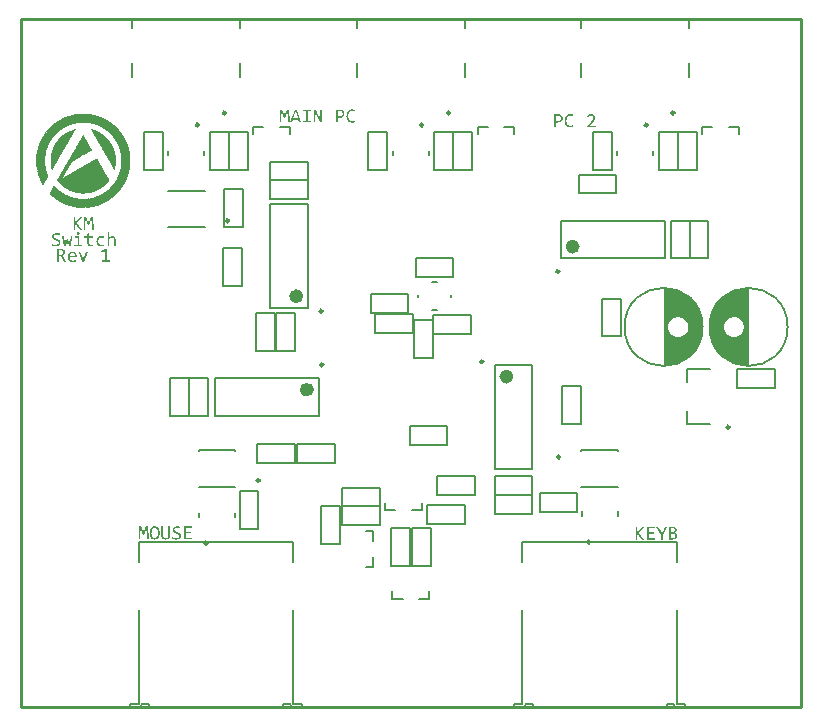
<source format=gto>
G04*
G04 #@! TF.GenerationSoftware,Altium Limited,Altium Designer,20.0.13 (296)*
G04*
G04 Layer_Color=65535*
%FSLAX24Y24*%
%MOIN*%
G70*
G01*
G75*
%ADD10C,0.0098*%
%ADD11C,0.0079*%
%ADD12C,0.0236*%
%ADD13C,0.0080*%
G36*
X2109Y19784D02*
X2165D01*
Y19780D01*
X2169D01*
Y19784D01*
X2186D01*
Y19780D01*
X2221D01*
Y19777D01*
X2225D01*
Y19780D01*
X2228D01*
Y19777D01*
X2260D01*
Y19773D01*
X2288D01*
Y19770D01*
X2312D01*
Y19766D01*
X2333D01*
Y19763D01*
X2340D01*
Y19759D01*
X2344D01*
Y19763D01*
X2354D01*
Y19759D01*
X2361D01*
Y19756D01*
X2365D01*
Y19759D01*
X2372D01*
Y19756D01*
X2389D01*
Y19752D01*
X2407D01*
Y19749D01*
X2424D01*
Y19745D01*
X2438D01*
Y19742D01*
X2452D01*
Y19738D01*
X2466D01*
Y19735D01*
X2480D01*
Y19731D01*
Y19728D01*
X2483D01*
Y19731D01*
X2490D01*
Y19728D01*
X2497D01*
Y19724D01*
Y19721D01*
Y19717D01*
X2501D01*
Y19714D01*
X2504D01*
Y19717D01*
X2501D01*
Y19721D01*
Y19724D01*
Y19728D01*
X2504D01*
Y19724D01*
X2518D01*
Y19721D01*
X2529D01*
Y19717D01*
X2539D01*
Y19714D01*
X2550D01*
Y19710D01*
X2564D01*
Y19707D01*
X2574D01*
Y19703D01*
X2581D01*
Y19700D01*
X2592D01*
Y19696D01*
X2602D01*
Y19693D01*
X2613D01*
Y19689D01*
X2623D01*
Y19686D01*
X2630D01*
Y19682D01*
X2641D01*
Y19679D01*
X2651D01*
Y19675D01*
X2658D01*
Y19672D01*
X2669D01*
Y19668D01*
X2676D01*
Y19665D01*
X2683D01*
Y19661D01*
X2693D01*
Y19658D01*
X2700D01*
Y19654D01*
X2707D01*
Y19651D01*
X2718D01*
Y19647D01*
X2725D01*
Y19644D01*
X2732D01*
Y19640D01*
X2739D01*
Y19637D01*
X2746D01*
Y19633D01*
Y19630D01*
X2749D01*
Y19633D01*
X2753D01*
Y19630D01*
X2760D01*
Y19626D01*
X2770D01*
Y19623D01*
X2777D01*
Y19619D01*
X2784D01*
Y19616D01*
X2791D01*
Y19612D01*
X2795D01*
Y19609D01*
X2802D01*
Y19605D01*
X2809D01*
Y19602D01*
X2816D01*
Y19598D01*
X2823D01*
Y19595D01*
X2830D01*
Y19591D01*
X2837D01*
Y19588D01*
X2840D01*
Y19584D01*
X2847D01*
Y19581D01*
X2854D01*
Y19577D01*
X2861D01*
Y19574D01*
X2865D01*
Y19570D01*
X2872D01*
Y19567D01*
X2879D01*
Y19563D01*
X2882D01*
Y19560D01*
X2889D01*
Y19556D01*
X2896D01*
Y19553D01*
X2900D01*
Y19549D01*
X2907D01*
Y19546D01*
X2914D01*
Y19542D01*
X2917D01*
Y19539D01*
X2924D01*
Y19535D01*
X2928D01*
Y19532D01*
X2935D01*
Y19528D01*
X2938D01*
Y19525D01*
X2945D01*
Y19521D01*
X2949D01*
Y19518D01*
X2956D01*
Y19514D01*
X2959D01*
Y19511D01*
X2966D01*
Y19507D01*
X2970D01*
Y19504D01*
X2977D01*
Y19500D01*
X2980D01*
Y19497D01*
Y19493D01*
X2984D01*
Y19490D01*
X2987D01*
Y19493D01*
X2991D01*
Y19490D01*
X2994D01*
Y19486D01*
X3001D01*
Y19483D01*
X3004D01*
Y19479D01*
X3008D01*
Y19476D01*
X3015D01*
Y19472D01*
X3018D01*
Y19469D01*
X3022D01*
Y19465D01*
X3029D01*
Y19462D01*
X3032D01*
Y19458D01*
X3036D01*
Y19455D01*
X3039D01*
Y19451D01*
X3046D01*
Y19448D01*
X3050D01*
Y19444D01*
X3053D01*
Y19441D01*
X3060D01*
Y19437D01*
X3064D01*
Y19434D01*
X3067D01*
Y19430D01*
X3071D01*
Y19427D01*
X3074D01*
Y19423D01*
X3081D01*
Y19420D01*
X3085D01*
Y19416D01*
X3088D01*
Y19413D01*
X3092D01*
Y19409D01*
X3095D01*
Y19406D01*
X3102D01*
Y19402D01*
X3106D01*
Y19399D01*
X3109D01*
Y19395D01*
X3113D01*
Y19392D01*
X3116D01*
Y19388D01*
X3120D01*
Y19385D01*
X3123D01*
Y19382D01*
X3127D01*
Y19378D01*
X3134D01*
Y19375D01*
X3137D01*
Y19371D01*
X3141D01*
Y19368D01*
X3144D01*
Y19364D01*
X3148D01*
Y19361D01*
X3151D01*
Y19357D01*
X3155D01*
Y19354D01*
X3158D01*
Y19350D01*
X3162D01*
Y19347D01*
X3165D01*
Y19343D01*
X3169D01*
Y19340D01*
X3172D01*
Y19336D01*
X3176D01*
Y19333D01*
X3179D01*
Y19329D01*
X3183D01*
Y19326D01*
X3186D01*
Y19322D01*
X3190D01*
Y19319D01*
X3193D01*
Y19315D01*
X3197D01*
Y19312D01*
X3200D01*
Y19308D01*
X3204D01*
Y19305D01*
X3207D01*
Y19301D01*
X3211D01*
Y19298D01*
X3214D01*
Y19294D01*
X3218D01*
Y19291D01*
X3221D01*
Y19287D01*
X3225D01*
Y19284D01*
X3228D01*
Y19280D01*
X3232D01*
Y19277D01*
X3235D01*
Y19273D01*
X3239D01*
Y19270D01*
X3235D01*
Y19266D01*
X3242D01*
Y19263D01*
X3246D01*
Y19259D01*
X3249D01*
Y19256D01*
Y19252D01*
X3256D01*
Y19249D01*
X3260D01*
Y19245D01*
X3263D01*
Y19242D01*
X3267D01*
Y19238D01*
Y19235D01*
X3270D01*
Y19231D01*
X3274D01*
Y19228D01*
X3277D01*
Y19224D01*
X3281D01*
Y19221D01*
X3284D01*
Y19217D01*
Y19214D01*
X3288D01*
Y19210D01*
X3291D01*
Y19207D01*
X3295D01*
Y19203D01*
X3298D01*
Y19200D01*
X3302D01*
Y19196D01*
Y19193D01*
X3305D01*
Y19189D01*
X3309D01*
Y19186D01*
X3312D01*
Y19182D01*
Y19179D01*
X3316D01*
Y19175D01*
X3319D01*
Y19172D01*
X3323D01*
Y19168D01*
X3326D01*
Y19165D01*
Y19161D01*
X3330D01*
Y19158D01*
X3333D01*
Y19154D01*
X3337D01*
Y19151D01*
Y19147D01*
X3340D01*
Y19144D01*
X3344D01*
Y19140D01*
X3347D01*
Y19137D01*
Y19133D01*
X3351D01*
Y19130D01*
X3354D01*
Y19126D01*
Y19123D01*
X3358D01*
Y19119D01*
X3361D01*
Y19116D01*
X3365D01*
Y19112D01*
Y19109D01*
X3368D01*
Y19105D01*
X3372D01*
Y19102D01*
Y19098D01*
X3375D01*
Y19095D01*
X3379D01*
Y19091D01*
Y19088D01*
X3382D01*
Y19084D01*
X3386D01*
Y19081D01*
Y19077D01*
X3389D01*
Y19074D01*
X3393D01*
Y19070D01*
Y19067D01*
X3396D01*
Y19063D01*
X3400D01*
Y19060D01*
Y19056D01*
X3403D01*
Y19053D01*
X3407D01*
Y19049D01*
Y19046D01*
X3410D01*
Y19042D01*
Y19039D01*
X3414D01*
Y19035D01*
X3410D01*
Y19032D01*
X3417D01*
Y19028D01*
X3421D01*
Y19025D01*
Y19021D01*
X3424D01*
Y19018D01*
X3428D01*
Y19014D01*
Y19011D01*
X3431D01*
Y19007D01*
Y19004D01*
X3435D01*
Y19000D01*
X3438D01*
Y18997D01*
Y18993D01*
X3442D01*
Y18990D01*
Y18986D01*
X3445D01*
Y18983D01*
Y18979D01*
X3449D01*
Y18976D01*
X3452D01*
Y18972D01*
Y18969D01*
X3456D01*
Y18965D01*
Y18962D01*
X3459D01*
Y18958D01*
Y18955D01*
X3463D01*
Y18951D01*
Y18948D01*
X3466D01*
Y18944D01*
Y18941D01*
X3470D01*
Y18937D01*
Y18934D01*
X3473D01*
Y18930D01*
X3470D01*
Y18927D01*
X3477D01*
Y18923D01*
Y18920D01*
X3480D01*
Y18916D01*
X3477D01*
Y18913D01*
X3484D01*
Y18909D01*
Y18906D01*
X3487D01*
Y18902D01*
Y18899D01*
X3491D01*
Y18895D01*
Y18892D01*
X3494D01*
Y18888D01*
Y18885D01*
X3498D01*
Y18881D01*
X3494D01*
Y18885D01*
X3491D01*
Y18881D01*
X3494D01*
Y18878D01*
X3501D01*
Y18874D01*
Y18871D01*
X3505D01*
Y18867D01*
Y18864D01*
X3508D01*
Y18860D01*
X3505D01*
Y18857D01*
X3512D01*
Y18853D01*
Y18850D01*
Y18846D01*
X3515D01*
Y18843D01*
Y18839D01*
X3519D01*
Y18836D01*
Y18832D01*
X3522D01*
Y18829D01*
Y18825D01*
Y18822D01*
X3526D01*
Y18818D01*
Y18815D01*
X3529D01*
Y18812D01*
Y18808D01*
X3533D01*
Y18805D01*
Y18801D01*
Y18798D01*
X3536D01*
Y18794D01*
Y18791D01*
X3540D01*
Y18787D01*
Y18784D01*
Y18780D01*
X3543D01*
Y18777D01*
Y18773D01*
Y18770D01*
X3547D01*
Y18766D01*
Y18763D01*
X3550D01*
Y18759D01*
Y18756D01*
Y18752D01*
Y18749D01*
X3554D01*
Y18745D01*
Y18742D01*
X3557D01*
Y18738D01*
Y18735D01*
Y18731D01*
X3561D01*
Y18728D01*
Y18724D01*
Y18721D01*
X3564D01*
Y18717D01*
Y18714D01*
X3568D01*
Y18710D01*
Y18707D01*
Y18703D01*
X3571D01*
Y18700D01*
Y18696D01*
Y18693D01*
Y18689D01*
X3574D01*
Y18686D01*
Y18682D01*
Y18679D01*
X3578D01*
Y18675D01*
Y18672D01*
Y18668D01*
X3581D01*
Y18665D01*
Y18661D01*
Y18658D01*
X3585D01*
Y18654D01*
Y18651D01*
Y18647D01*
Y18644D01*
X3588D01*
Y18640D01*
Y18637D01*
Y18633D01*
X3592D01*
Y18630D01*
Y18626D01*
Y18623D01*
Y18619D01*
X3595D01*
Y18616D01*
Y18612D01*
Y18609D01*
Y18605D01*
X3599D01*
Y18602D01*
Y18598D01*
Y18595D01*
Y18591D01*
X3602D01*
Y18588D01*
Y18584D01*
Y18581D01*
Y18577D01*
X3606D01*
Y18574D01*
Y18570D01*
X3602D01*
Y18567D01*
X3606D01*
Y18563D01*
X3609D01*
Y18560D01*
Y18556D01*
Y18553D01*
Y18549D01*
Y18546D01*
X3613D01*
Y18542D01*
Y18539D01*
Y18535D01*
Y18532D01*
Y18528D01*
X3616D01*
Y18525D01*
Y18521D01*
Y18518D01*
X3613D01*
Y18514D01*
X3616D01*
Y18511D01*
X3620D01*
Y18507D01*
Y18504D01*
Y18500D01*
Y18497D01*
Y18493D01*
X3623D01*
Y18490D01*
Y18486D01*
Y18483D01*
Y18479D01*
Y18476D01*
Y18472D01*
X3627D01*
Y18469D01*
Y18465D01*
Y18462D01*
Y18458D01*
Y18455D01*
Y18451D01*
X3630D01*
Y18448D01*
Y18444D01*
Y18441D01*
Y18437D01*
Y18434D01*
Y18430D01*
Y18427D01*
Y18423D01*
X3634D01*
Y18420D01*
X3630D01*
Y18416D01*
X3634D01*
Y18413D01*
Y18409D01*
Y18406D01*
Y18402D01*
Y18399D01*
X3637D01*
Y18395D01*
Y18392D01*
Y18388D01*
Y18385D01*
Y18381D01*
Y18378D01*
Y18374D01*
Y18371D01*
Y18367D01*
Y18364D01*
X3641D01*
Y18360D01*
Y18357D01*
Y18353D01*
Y18350D01*
Y18346D01*
Y18343D01*
Y18339D01*
Y18336D01*
Y18332D01*
Y18329D01*
Y18325D01*
Y18322D01*
X3644D01*
Y18318D01*
Y18315D01*
Y18311D01*
X3641D01*
Y18308D01*
X3644D01*
Y18304D01*
Y18301D01*
Y18297D01*
Y18294D01*
Y18290D01*
Y18287D01*
Y18283D01*
Y18280D01*
Y18276D01*
Y18273D01*
Y18269D01*
Y18266D01*
Y18262D01*
Y18259D01*
Y18255D01*
Y18252D01*
Y18248D01*
Y18245D01*
Y18241D01*
Y18238D01*
X3648D01*
Y18235D01*
Y18231D01*
Y18228D01*
Y18224D01*
Y18221D01*
Y18217D01*
Y18214D01*
Y18210D01*
Y18207D01*
Y18203D01*
Y18200D01*
Y18196D01*
Y18193D01*
Y18189D01*
X3644D01*
Y18186D01*
Y18182D01*
Y18179D01*
Y18175D01*
Y18172D01*
Y18168D01*
Y18165D01*
Y18161D01*
Y18158D01*
Y18154D01*
Y18151D01*
Y18147D01*
Y18144D01*
Y18140D01*
Y18137D01*
Y18133D01*
Y18130D01*
Y18126D01*
Y18123D01*
Y18119D01*
Y18116D01*
Y18112D01*
Y18109D01*
Y18105D01*
X3641D01*
Y18102D01*
Y18098D01*
Y18095D01*
Y18091D01*
Y18088D01*
Y18084D01*
Y18081D01*
Y18077D01*
Y18074D01*
Y18070D01*
Y18067D01*
Y18063D01*
X3637D01*
Y18060D01*
Y18056D01*
Y18053D01*
Y18049D01*
Y18046D01*
Y18042D01*
Y18039D01*
Y18035D01*
Y18032D01*
Y18028D01*
X3634D01*
Y18025D01*
Y18021D01*
Y18018D01*
Y18014D01*
Y18011D01*
X3630D01*
Y18007D01*
X3634D01*
Y18004D01*
X3630D01*
Y18000D01*
Y17997D01*
Y17993D01*
Y17990D01*
Y17986D01*
Y17983D01*
Y17979D01*
Y17976D01*
X3627D01*
Y17972D01*
Y17969D01*
Y17965D01*
Y17962D01*
Y17958D01*
Y17955D01*
X3623D01*
Y17951D01*
Y17948D01*
Y17944D01*
Y17941D01*
Y17937D01*
Y17934D01*
X3620D01*
Y17930D01*
Y17927D01*
Y17923D01*
Y17920D01*
Y17916D01*
X3616D01*
Y17913D01*
X3613D01*
Y17909D01*
X3616D01*
Y17906D01*
Y17902D01*
Y17899D01*
X3613D01*
Y17895D01*
Y17892D01*
Y17888D01*
Y17885D01*
Y17881D01*
X3609D01*
Y17878D01*
Y17874D01*
Y17871D01*
Y17867D01*
Y17864D01*
X3606D01*
Y17860D01*
X3602D01*
Y17857D01*
X3606D01*
Y17853D01*
Y17850D01*
X3602D01*
Y17846D01*
Y17843D01*
Y17839D01*
Y17836D01*
X3599D01*
Y17832D01*
Y17829D01*
Y17825D01*
Y17822D01*
X3595D01*
Y17818D01*
Y17815D01*
Y17811D01*
Y17808D01*
X3592D01*
Y17804D01*
Y17801D01*
X3588D01*
Y17797D01*
X3592D01*
Y17794D01*
X3588D01*
Y17790D01*
Y17787D01*
Y17783D01*
X3585D01*
Y17780D01*
Y17776D01*
Y17773D01*
Y17769D01*
X3581D01*
Y17766D01*
Y17762D01*
Y17759D01*
X3578D01*
Y17755D01*
Y17752D01*
Y17748D01*
X3574D01*
Y17745D01*
Y17741D01*
Y17738D01*
X3571D01*
Y17734D01*
Y17731D01*
Y17727D01*
Y17724D01*
X3568D01*
Y17720D01*
X3564D01*
Y17717D01*
X3568D01*
Y17713D01*
X3564D01*
Y17710D01*
Y17706D01*
X3561D01*
Y17703D01*
Y17699D01*
Y17696D01*
X3557D01*
Y17692D01*
Y17689D01*
Y17685D01*
X3554D01*
Y17682D01*
Y17679D01*
Y17675D01*
X3550D01*
Y17672D01*
Y17668D01*
Y17665D01*
X3547D01*
Y17661D01*
Y17658D01*
X3543D01*
Y17654D01*
Y17651D01*
Y17647D01*
X3540D01*
Y17644D01*
Y17640D01*
Y17637D01*
X3536D01*
Y17640D01*
X3533D01*
Y17637D01*
X3536D01*
Y17633D01*
Y17630D01*
X3533D01*
Y17626D01*
Y17623D01*
Y17619D01*
X3529D01*
Y17616D01*
Y17612D01*
X3526D01*
Y17609D01*
Y17605D01*
X3522D01*
Y17602D01*
Y17598D01*
Y17595D01*
X3519D01*
Y17591D01*
Y17588D01*
X3515D01*
Y17584D01*
Y17581D01*
X3512D01*
Y17577D01*
Y17574D01*
Y17570D01*
X3505D01*
Y17567D01*
X3508D01*
Y17563D01*
X3505D01*
Y17560D01*
Y17556D01*
X3501D01*
Y17553D01*
X3498D01*
Y17549D01*
Y17546D01*
Y17542D01*
X3494D01*
Y17546D01*
X3491D01*
Y17542D01*
X3494D01*
Y17539D01*
Y17535D01*
X3491D01*
Y17532D01*
Y17528D01*
X3487D01*
Y17525D01*
Y17521D01*
X3480D01*
Y17518D01*
X3484D01*
Y17514D01*
X3480D01*
Y17511D01*
Y17507D01*
X3477D01*
Y17504D01*
Y17500D01*
X3473D01*
Y17497D01*
Y17493D01*
X3470D01*
Y17490D01*
Y17486D01*
X3466D01*
Y17483D01*
Y17479D01*
X3463D01*
Y17476D01*
Y17472D01*
X3459D01*
Y17469D01*
Y17465D01*
X3456D01*
Y17462D01*
Y17458D01*
X3452D01*
Y17455D01*
Y17451D01*
X3449D01*
Y17448D01*
X3445D01*
Y17444D01*
Y17441D01*
X3442D01*
Y17444D01*
X3438D01*
Y17441D01*
X3442D01*
Y17437D01*
Y17434D01*
X3438D01*
Y17430D01*
Y17427D01*
X3435D01*
Y17423D01*
X3431D01*
Y17420D01*
Y17416D01*
X3428D01*
Y17413D01*
Y17409D01*
X3424D01*
Y17406D01*
X3421D01*
Y17402D01*
Y17399D01*
X3417D01*
Y17395D01*
X3410D01*
Y17392D01*
X3414D01*
Y17388D01*
X3410D01*
Y17385D01*
Y17381D01*
X3407D01*
Y17378D01*
Y17374D01*
X3403D01*
Y17371D01*
X3400D01*
Y17367D01*
Y17364D01*
X3396D01*
Y17360D01*
X3393D01*
Y17357D01*
Y17353D01*
X3389D01*
Y17350D01*
X3386D01*
Y17346D01*
Y17343D01*
X3382D01*
Y17346D01*
X3379D01*
Y17343D01*
X3382D01*
Y17339D01*
X3375D01*
Y17336D01*
X3379D01*
Y17332D01*
X3375D01*
Y17329D01*
X3372D01*
Y17325D01*
Y17322D01*
X3368D01*
Y17318D01*
X3365D01*
Y17315D01*
Y17311D01*
X3361D01*
Y17308D01*
X3358D01*
Y17304D01*
X3351D01*
Y17301D01*
X3354D01*
Y17297D01*
X3351D01*
Y17294D01*
X3347D01*
Y17290D01*
Y17287D01*
X3344D01*
Y17283D01*
X3340D01*
Y17280D01*
X3337D01*
Y17276D01*
Y17273D01*
X3333D01*
Y17269D01*
X3330D01*
Y17266D01*
X3326D01*
Y17262D01*
Y17259D01*
X3323D01*
Y17255D01*
X3319D01*
Y17252D01*
X3316D01*
Y17248D01*
X3312D01*
Y17245D01*
Y17241D01*
X3309D01*
Y17245D01*
X3305D01*
Y17241D01*
X3309D01*
Y17238D01*
X3305D01*
Y17234D01*
X3302D01*
Y17231D01*
Y17227D01*
X3298D01*
Y17224D01*
X3295D01*
Y17220D01*
X3291D01*
Y17217D01*
X3288D01*
Y17213D01*
X3284D01*
Y17210D01*
Y17206D01*
X3281D01*
Y17203D01*
X3277D01*
Y17199D01*
X3274D01*
Y17196D01*
X3270D01*
Y17192D01*
X3267D01*
Y17189D01*
Y17185D01*
X3263D01*
Y17182D01*
X3260D01*
Y17178D01*
X3256D01*
Y17175D01*
X3249D01*
Y17171D01*
Y17168D01*
X3246D01*
Y17164D01*
X3242D01*
Y17161D01*
X3239D01*
Y17157D01*
X3235D01*
Y17154D01*
Y17150D01*
X3232D01*
Y17147D01*
X3228D01*
Y17143D01*
X3225D01*
Y17140D01*
X3221D01*
Y17136D01*
X3218D01*
Y17133D01*
X3214D01*
Y17129D01*
X3211D01*
Y17126D01*
X3204D01*
Y17122D01*
Y17119D01*
X3197D01*
Y17115D01*
X3193D01*
Y17112D01*
X3190D01*
Y17109D01*
X3186D01*
Y17105D01*
X3183D01*
Y17102D01*
X3179D01*
Y17098D01*
X3176D01*
Y17095D01*
X3172D01*
Y17091D01*
X3169D01*
Y17088D01*
Y17084D01*
X3165D01*
Y17081D01*
X3162D01*
Y17077D01*
X3158D01*
Y17074D01*
X3155D01*
Y17070D01*
X3151D01*
Y17067D01*
X3148D01*
Y17063D01*
X3144D01*
Y17060D01*
X3141D01*
Y17056D01*
X3137D01*
Y17053D01*
X3134D01*
Y17049D01*
X3130D01*
Y17046D01*
X3120D01*
Y17042D01*
Y17039D01*
X3116D01*
Y17035D01*
X3113D01*
Y17032D01*
X3109D01*
Y17028D01*
X3106D01*
Y17025D01*
X3102D01*
Y17021D01*
X3092D01*
Y17018D01*
Y17014D01*
X3088D01*
Y17011D01*
X3085D01*
Y17007D01*
X3081D01*
Y17004D01*
X3078D01*
Y17000D01*
X3067D01*
Y16997D01*
Y16993D01*
X3064D01*
Y16990D01*
X3057D01*
Y16986D01*
X3053D01*
Y16983D01*
X3050D01*
Y16979D01*
X3046D01*
Y16976D01*
X3043D01*
Y16972D01*
X3036D01*
Y16969D01*
X3032D01*
Y16965D01*
X3029D01*
Y16962D01*
X3022D01*
Y16958D01*
X3015D01*
Y16955D01*
Y16951D01*
X3004D01*
Y16948D01*
Y16944D01*
X3001D01*
Y16941D01*
X2994D01*
Y16937D01*
X2991D01*
Y16934D01*
X2984D01*
Y16930D01*
X2980D01*
Y16927D01*
X2977D01*
Y16923D01*
X2970D01*
Y16920D01*
X2966D01*
Y16923D01*
X2963D01*
Y16920D01*
X2966D01*
Y16916D01*
X2959D01*
Y16913D01*
X2956D01*
Y16909D01*
X2949D01*
Y16906D01*
X2945D01*
Y16902D01*
X2935D01*
Y16899D01*
Y16895D01*
X2928D01*
Y16892D01*
X2924D01*
Y16888D01*
X2917D01*
Y16885D01*
X2914D01*
Y16881D01*
X2903D01*
Y16878D01*
X2896D01*
Y16874D01*
Y16871D01*
X2889D01*
Y16867D01*
X2882D01*
Y16864D01*
X2879D01*
Y16860D01*
X2872D01*
Y16857D01*
X2865D01*
Y16853D01*
X2861D01*
Y16850D01*
X2854D01*
Y16846D01*
X2847D01*
Y16843D01*
X2840D01*
Y16839D01*
X2837D01*
Y16836D01*
X2826D01*
Y16832D01*
X2823D01*
Y16829D01*
X2816D01*
Y16825D01*
X2809D01*
Y16822D01*
X2802D01*
Y16818D01*
X2795D01*
Y16815D01*
X2791D01*
Y16811D01*
X2784D01*
Y16808D01*
X2777D01*
Y16804D01*
X2770D01*
Y16801D01*
X2760D01*
Y16797D01*
X2753D01*
Y16794D01*
X2746D01*
Y16790D01*
X2739D01*
Y16794D01*
X2735D01*
Y16790D01*
X2739D01*
Y16787D01*
X2732D01*
Y16783D01*
X2725D01*
Y16780D01*
X2718D01*
Y16776D01*
X2707D01*
Y16780D01*
X2704D01*
Y16776D01*
X2707D01*
Y16773D01*
X2700D01*
Y16769D01*
X2690D01*
Y16766D01*
X2683D01*
Y16762D01*
X2676D01*
Y16759D01*
X2669D01*
Y16762D01*
X2665D01*
Y16759D01*
X2669D01*
Y16755D01*
X2665D01*
Y16759D01*
X2662D01*
Y16755D01*
X2658D01*
Y16752D01*
X2651D01*
Y16748D01*
X2641D01*
Y16745D01*
X2630D01*
Y16741D01*
X2623D01*
Y16738D01*
X2613D01*
Y16734D01*
X2602D01*
Y16731D01*
X2595D01*
Y16727D01*
X2585D01*
Y16724D01*
X2574D01*
Y16720D01*
X2564D01*
Y16717D01*
X2553D01*
Y16713D01*
X2539D01*
Y16710D01*
X2529D01*
Y16706D01*
X2518D01*
Y16703D01*
X2504D01*
Y16699D01*
X2494D01*
Y16696D01*
X2480D01*
Y16692D01*
X2466D01*
Y16689D01*
X2452D01*
Y16685D01*
X2435D01*
Y16689D01*
X2431D01*
Y16685D01*
X2435D01*
Y16682D01*
X2424D01*
Y16678D01*
X2407D01*
Y16675D01*
X2393D01*
Y16671D01*
X2372D01*
Y16668D01*
X2354D01*
Y16664D01*
X2333D01*
Y16661D01*
X2309D01*
Y16657D01*
X2288D01*
Y16654D01*
X2281D01*
Y16657D01*
X2277D01*
Y16654D01*
X2260D01*
Y16650D01*
X2225D01*
Y16647D01*
X2183D01*
Y16643D01*
X2095D01*
Y16640D01*
X2053D01*
Y16643D01*
X1966D01*
Y16647D01*
X1924D01*
Y16650D01*
X1889D01*
Y16654D01*
X1871D01*
Y16657D01*
X1868D01*
Y16654D01*
X1861D01*
Y16657D01*
X1837D01*
Y16661D01*
X1816D01*
Y16664D01*
X1805D01*
Y16668D01*
X1802D01*
Y16664D01*
X1795D01*
Y16668D01*
X1777D01*
Y16671D01*
X1760D01*
Y16675D01*
X1742D01*
Y16678D01*
X1725D01*
Y16682D01*
X1721D01*
Y16685D01*
X1718D01*
Y16682D01*
X1711D01*
Y16685D01*
X1697D01*
Y16689D01*
X1683D01*
Y16692D01*
X1669D01*
Y16696D01*
X1662D01*
Y16699D01*
X1658D01*
Y16696D01*
X1655D01*
Y16699D01*
X1644D01*
Y16703D01*
X1630D01*
Y16706D01*
X1620D01*
Y16710D01*
X1609D01*
Y16713D01*
X1599D01*
Y16717D01*
X1585D01*
Y16720D01*
X1574D01*
Y16724D01*
X1567D01*
Y16727D01*
X1560D01*
Y16731D01*
X1546D01*
Y16734D01*
X1536D01*
Y16738D01*
X1525D01*
Y16741D01*
X1518D01*
Y16745D01*
X1508D01*
Y16748D01*
X1497D01*
Y16752D01*
X1490D01*
Y16755D01*
X1480D01*
Y16759D01*
X1473D01*
Y16762D01*
X1466D01*
Y16766D01*
X1455D01*
Y16769D01*
X1448D01*
Y16773D01*
X1441D01*
Y16776D01*
X1431D01*
Y16780D01*
Y16783D01*
X1427D01*
Y16780D01*
X1424D01*
Y16783D01*
X1417D01*
Y16787D01*
Y16790D01*
X1413D01*
Y16787D01*
X1410D01*
Y16790D01*
X1403D01*
Y16794D01*
X1396D01*
Y16797D01*
X1389D01*
Y16801D01*
X1382D01*
Y16804D01*
X1375D01*
Y16808D01*
X1368D01*
Y16811D01*
X1361D01*
Y16815D01*
X1354D01*
Y16818D01*
X1347D01*
Y16822D01*
X1340D01*
Y16825D01*
X1333D01*
Y16829D01*
X1326D01*
Y16832D01*
X1319D01*
Y16836D01*
X1312D01*
Y16839D01*
X1308D01*
Y16843D01*
X1302D01*
Y16846D01*
X1294D01*
Y16850D01*
X1288D01*
Y16853D01*
X1284D01*
Y16857D01*
X1277D01*
Y16860D01*
X1270D01*
Y16864D01*
X1267D01*
Y16867D01*
X1260D01*
Y16871D01*
X1256D01*
Y16874D01*
Y16878D01*
X1253D01*
Y16874D01*
X1249D01*
Y16878D01*
X1242D01*
Y16881D01*
X1235D01*
Y16885D01*
X1232D01*
Y16888D01*
X1225D01*
Y16892D01*
X1221D01*
Y16895D01*
X1214D01*
Y16899D01*
X1211D01*
Y16902D01*
Y16906D01*
X1207D01*
Y16902D01*
X1204D01*
Y16906D01*
X1200D01*
Y16909D01*
X1193D01*
Y16913D01*
X1190D01*
Y16916D01*
X1183D01*
Y16920D01*
X1179D01*
Y16923D01*
Y16927D01*
X1176D01*
Y16923D01*
X1172D01*
Y16927D01*
X1169D01*
Y16930D01*
X1165D01*
Y16934D01*
Y16937D01*
X1162D01*
Y16934D01*
X1158D01*
Y16937D01*
X1155D01*
Y16941D01*
X1148D01*
Y16944D01*
X1144D01*
Y16948D01*
X1141D01*
Y16951D01*
X1134D01*
Y16955D01*
X1130D01*
Y16958D01*
X1127D01*
Y16962D01*
X1120D01*
Y16965D01*
X1116D01*
Y16969D01*
X1113D01*
Y16972D01*
X1109D01*
Y16976D01*
X1102D01*
Y16979D01*
X1099D01*
Y16983D01*
X1095D01*
Y16986D01*
X1088D01*
Y16990D01*
X1085D01*
Y16993D01*
X1081D01*
Y16997D01*
X1078D01*
Y17000D01*
X1074D01*
Y17004D01*
X1067D01*
Y17007D01*
X1064D01*
Y17011D01*
X1060D01*
Y17014D01*
X1057D01*
Y17018D01*
X1053D01*
Y17021D01*
X1046D01*
Y17025D01*
X1043D01*
Y17028D01*
X1039D01*
Y17032D01*
X1036D01*
Y17035D01*
X1032D01*
Y17039D01*
X1029D01*
Y17042D01*
X1025D01*
Y17046D01*
X1022D01*
Y17049D01*
X1015D01*
Y17053D01*
X1011D01*
Y17056D01*
X1008D01*
Y17060D01*
X1004D01*
Y17063D01*
X1001D01*
Y17067D01*
X997D01*
Y17070D01*
X994D01*
Y17074D01*
X990D01*
Y17077D01*
X987D01*
Y17081D01*
X983D01*
Y17084D01*
X980D01*
Y17088D01*
X976D01*
Y17091D01*
X973D01*
Y17095D01*
X969D01*
Y17098D01*
X966D01*
Y17102D01*
X962D01*
Y17105D01*
X959D01*
Y17109D01*
X955D01*
Y17112D01*
X952D01*
Y17115D01*
X948D01*
Y17119D01*
X945D01*
Y17122D01*
X941D01*
Y17126D01*
X945D01*
Y17129D01*
Y17133D01*
X948D01*
Y17136D01*
X952D01*
Y17140D01*
Y17143D01*
X955D01*
Y17147D01*
Y17150D01*
X959D01*
Y17154D01*
X962D01*
Y17150D01*
X966D01*
Y17154D01*
X962D01*
Y17157D01*
Y17161D01*
X966D01*
Y17164D01*
Y17168D01*
X973D01*
Y17171D01*
X969D01*
Y17175D01*
X973D01*
Y17178D01*
X976D01*
Y17182D01*
Y17185D01*
X980D01*
Y17189D01*
X983D01*
Y17192D01*
Y17196D01*
Y17199D01*
X987D01*
Y17203D01*
X990D01*
Y17206D01*
Y17210D01*
X994D01*
Y17213D01*
Y17217D01*
X997D01*
Y17220D01*
X1001D01*
Y17224D01*
Y17227D01*
X1004D01*
Y17224D01*
X1008D01*
Y17227D01*
X1004D01*
Y17231D01*
Y17234D01*
X1011D01*
Y17238D01*
X1008D01*
Y17241D01*
X1011D01*
Y17245D01*
X1015D01*
Y17248D01*
Y17252D01*
X1018D01*
Y17255D01*
Y17259D01*
X1022D01*
Y17262D01*
Y17266D01*
X1025D01*
Y17269D01*
X1029D01*
Y17273D01*
Y17276D01*
X1032D01*
Y17280D01*
Y17283D01*
X1036D01*
Y17287D01*
Y17290D01*
X1039D01*
Y17294D01*
X1043D01*
Y17297D01*
Y17301D01*
X1046D01*
Y17304D01*
Y17308D01*
X1050D01*
Y17311D01*
X1053D01*
Y17315D01*
Y17318D01*
X1057D01*
Y17322D01*
Y17325D01*
X1060D01*
Y17329D01*
Y17332D01*
X1064D01*
Y17336D01*
X1067D01*
Y17339D01*
Y17343D01*
X1071D01*
Y17346D01*
Y17350D01*
X1074D01*
Y17353D01*
Y17357D01*
X1078D01*
Y17360D01*
X1081D01*
Y17364D01*
Y17367D01*
X1085D01*
Y17371D01*
Y17374D01*
X1088D01*
Y17378D01*
Y17381D01*
X1092D01*
Y17385D01*
X1095D01*
Y17388D01*
Y17392D01*
X1099D01*
Y17395D01*
Y17399D01*
X1102D01*
Y17395D01*
X1106D01*
Y17392D01*
X1109D01*
Y17388D01*
X1113D01*
Y17385D01*
X1116D01*
Y17381D01*
Y17378D01*
X1120D01*
Y17374D01*
X1123D01*
Y17371D01*
X1127D01*
Y17367D01*
X1130D01*
Y17364D01*
X1134D01*
Y17360D01*
X1137D01*
Y17357D01*
X1141D01*
Y17353D01*
X1144D01*
Y17350D01*
Y17346D01*
X1148D01*
Y17343D01*
X1151D01*
Y17339D01*
Y17336D01*
X1158D01*
Y17332D01*
X1162D01*
Y17329D01*
X1165D01*
Y17325D01*
X1169D01*
Y17322D01*
X1172D01*
Y17318D01*
X1176D01*
Y17315D01*
X1179D01*
Y17311D01*
X1183D01*
Y17308D01*
X1186D01*
Y17304D01*
X1190D01*
Y17301D01*
X1193D01*
Y17297D01*
X1197D01*
Y17294D01*
X1200D01*
Y17290D01*
X1204D01*
Y17287D01*
X1207D01*
Y17283D01*
X1214D01*
Y17280D01*
X1218D01*
Y17276D01*
X1221D01*
Y17273D01*
X1225D01*
Y17269D01*
X1228D01*
Y17266D01*
X1232D01*
Y17262D01*
X1235D01*
Y17259D01*
X1239D01*
Y17255D01*
X1246D01*
Y17252D01*
X1249D01*
Y17248D01*
X1253D01*
Y17245D01*
X1256D01*
Y17241D01*
X1260D01*
Y17238D01*
Y17234D01*
X1270D01*
Y17231D01*
X1274D01*
Y17227D01*
Y17224D01*
X1281D01*
Y17220D01*
X1288D01*
Y17217D01*
X1291D01*
Y17213D01*
X1294D01*
Y17210D01*
X1298D01*
Y17206D01*
X1305D01*
Y17203D01*
X1308D01*
Y17199D01*
X1312D01*
Y17196D01*
X1319D01*
Y17192D01*
X1322D01*
Y17189D01*
X1326D01*
Y17185D01*
X1333D01*
Y17182D01*
X1336D01*
Y17178D01*
X1343D01*
Y17175D01*
X1347D01*
Y17171D01*
X1354D01*
Y17168D01*
X1357D01*
Y17164D01*
X1361D01*
Y17161D01*
X1368D01*
Y17157D01*
X1371D01*
Y17154D01*
X1378D01*
Y17150D01*
X1382D01*
Y17147D01*
X1385D01*
Y17143D01*
X1396D01*
Y17140D01*
X1399D01*
Y17136D01*
X1406D01*
Y17133D01*
X1410D01*
Y17129D01*
Y17126D01*
X1413D01*
Y17129D01*
X1417D01*
Y17126D01*
X1420D01*
Y17122D01*
X1427D01*
Y17119D01*
X1434D01*
Y17115D01*
X1441D01*
Y17112D01*
X1448D01*
Y17109D01*
X1452D01*
Y17105D01*
X1459D01*
Y17102D01*
X1466D01*
Y17098D01*
X1473D01*
Y17095D01*
X1480D01*
Y17091D01*
X1487D01*
Y17088D01*
X1490D01*
Y17084D01*
X1497D01*
Y17081D01*
X1504D01*
Y17077D01*
X1511D01*
Y17074D01*
X1518D01*
Y17070D01*
X1529D01*
Y17067D01*
X1536D01*
Y17063D01*
X1543D01*
Y17060D01*
X1550D01*
Y17056D01*
X1557D01*
Y17053D01*
X1564D01*
Y17049D01*
X1574D01*
Y17046D01*
X1581D01*
Y17042D01*
X1592D01*
Y17039D01*
X1599D01*
Y17035D01*
X1606D01*
Y17032D01*
X1616D01*
Y17028D01*
X1627D01*
Y17025D01*
X1634D01*
Y17021D01*
X1644D01*
Y17018D01*
X1655D01*
Y17014D01*
X1665D01*
Y17011D01*
X1676D01*
Y17007D01*
X1686D01*
Y17004D01*
X1697D01*
Y17000D01*
X1700D01*
Y16997D01*
X1704D01*
Y17000D01*
X1707D01*
Y16997D01*
X1721D01*
Y16993D01*
X1728D01*
Y16990D01*
X1746D01*
Y16986D01*
X1760D01*
Y16983D01*
X1774D01*
Y16979D01*
X1788D01*
Y16976D01*
X1802D01*
Y16972D01*
X1819D01*
Y16969D01*
X1837D01*
Y16965D01*
X1854D01*
Y16962D01*
X1875D01*
Y16958D01*
X1899D01*
Y16955D01*
X1927D01*
Y16951D01*
X1962D01*
Y16948D01*
X1997D01*
Y16944D01*
X2001D01*
Y16948D01*
X2008D01*
Y16944D01*
X2141D01*
Y16948D01*
X2148D01*
Y16944D01*
X2151D01*
Y16948D01*
X2186D01*
Y16951D01*
X2221D01*
Y16955D01*
X2246D01*
Y16958D01*
X2260D01*
Y16955D01*
X2263D01*
Y16958D01*
X2274D01*
Y16962D01*
X2291D01*
Y16965D01*
X2312D01*
Y16969D01*
X2330D01*
Y16972D01*
X2347D01*
Y16976D01*
X2361D01*
Y16979D01*
X2375D01*
Y16983D01*
X2389D01*
Y16986D01*
X2396D01*
Y16983D01*
X2400D01*
Y16986D01*
X2403D01*
Y16990D01*
X2417D01*
Y16993D01*
X2428D01*
Y16997D01*
X2441D01*
Y17000D01*
X2452D01*
Y17004D01*
X2462D01*
Y17007D01*
X2473D01*
Y17011D01*
X2476D01*
Y17007D01*
X2480D01*
Y17011D01*
X2483D01*
Y17014D01*
X2494D01*
Y17018D01*
X2504D01*
Y17021D01*
X2511D01*
Y17025D01*
X2522D01*
Y17028D01*
X2532D01*
Y17032D01*
X2539D01*
Y17035D01*
X2550D01*
Y17039D01*
X2557D01*
Y17042D01*
X2567D01*
Y17046D01*
X2571D01*
Y17042D01*
X2574D01*
Y17046D01*
Y17049D01*
X2581D01*
Y17053D01*
X2592D01*
Y17056D01*
X2599D01*
Y17060D01*
X2606D01*
Y17063D01*
X2613D01*
Y17067D01*
X2620D01*
Y17070D01*
X2627D01*
Y17074D01*
X2634D01*
Y17077D01*
X2637D01*
Y17074D01*
X2641D01*
Y17077D01*
Y17081D01*
X2648D01*
Y17084D01*
X2655D01*
Y17088D01*
X2662D01*
Y17091D01*
X2669D01*
Y17095D01*
X2676D01*
Y17098D01*
X2683D01*
Y17102D01*
X2690D01*
Y17105D01*
X2697D01*
Y17109D01*
X2700D01*
Y17112D01*
X2707D01*
Y17115D01*
X2714D01*
Y17119D01*
X2718D01*
Y17122D01*
X2725D01*
Y17126D01*
X2732D01*
Y17129D01*
X2735D01*
Y17133D01*
X2742D01*
Y17136D01*
X2749D01*
Y17140D01*
X2753D01*
Y17143D01*
X2760D01*
Y17147D01*
X2763D01*
Y17150D01*
X2774D01*
Y17154D01*
Y17157D01*
X2781D01*
Y17161D01*
X2784D01*
Y17164D01*
X2791D01*
Y17168D01*
X2795D01*
Y17171D01*
X2802D01*
Y17175D01*
X2805D01*
Y17178D01*
X2812D01*
Y17182D01*
X2816D01*
Y17185D01*
X2819D01*
Y17189D01*
X2826D01*
Y17192D01*
X2830D01*
Y17189D01*
X2833D01*
Y17192D01*
X2830D01*
Y17196D01*
X2837D01*
Y17199D01*
X2840D01*
Y17203D01*
X2844D01*
Y17206D01*
X2847D01*
Y17210D01*
X2854D01*
Y17213D01*
X2858D01*
Y17217D01*
X2861D01*
Y17220D01*
X2868D01*
Y17224D01*
X2872D01*
Y17220D01*
X2875D01*
Y17224D01*
X2872D01*
Y17227D01*
X2875D01*
Y17231D01*
X2879D01*
Y17234D01*
X2882D01*
Y17238D01*
X2889D01*
Y17241D01*
X2893D01*
Y17245D01*
X2896D01*
Y17248D01*
X2900D01*
Y17252D01*
X2903D01*
Y17255D01*
X2910D01*
Y17259D01*
X2914D01*
Y17255D01*
X2917D01*
Y17259D01*
X2914D01*
Y17262D01*
X2917D01*
Y17259D01*
X2921D01*
Y17262D01*
X2917D01*
Y17266D01*
X2921D01*
Y17262D01*
X2924D01*
Y17266D01*
X2921D01*
Y17269D01*
X2924D01*
Y17273D01*
X2928D01*
Y17276D01*
X2931D01*
Y17280D01*
X2935D01*
Y17283D01*
X2938D01*
Y17287D01*
X2942D01*
Y17290D01*
X2952D01*
Y17294D01*
X2956D01*
Y17297D01*
Y17301D01*
X2959D01*
Y17304D01*
X2963D01*
Y17308D01*
X2966D01*
Y17311D01*
X2970D01*
Y17315D01*
X2973D01*
Y17318D01*
X2977D01*
Y17322D01*
X2980D01*
Y17325D01*
X2984D01*
Y17329D01*
X2987D01*
Y17332D01*
X2994D01*
Y17336D01*
X2998D01*
Y17339D01*
Y17343D01*
Y17346D01*
X3001D01*
Y17350D01*
X3004D01*
Y17353D01*
X3008D01*
Y17357D01*
X3011D01*
Y17360D01*
X3015D01*
Y17364D01*
X3018D01*
Y17367D01*
X3022D01*
Y17371D01*
X3025D01*
Y17374D01*
X3029D01*
Y17371D01*
X3032D01*
Y17374D01*
X3029D01*
Y17378D01*
X3032D01*
Y17381D01*
Y17385D01*
X3036D01*
Y17388D01*
X3039D01*
Y17392D01*
X3043D01*
Y17395D01*
X3046D01*
Y17399D01*
X3050D01*
Y17402D01*
X3053D01*
Y17406D01*
X3057D01*
Y17409D01*
Y17413D01*
X3060D01*
Y17416D01*
X3064D01*
Y17420D01*
X3067D01*
Y17423D01*
Y17427D01*
X3071D01*
Y17430D01*
X3074D01*
Y17434D01*
X3078D01*
Y17437D01*
X3081D01*
Y17441D01*
Y17444D01*
X3085D01*
Y17448D01*
X3088D01*
Y17451D01*
X3092D01*
Y17455D01*
Y17458D01*
X3095D01*
Y17462D01*
X3099D01*
Y17465D01*
X3102D01*
Y17469D01*
Y17472D01*
X3106D01*
Y17476D01*
X3109D01*
Y17479D01*
Y17483D01*
X3113D01*
Y17486D01*
X3116D01*
Y17490D01*
Y17493D01*
X3120D01*
Y17490D01*
X3123D01*
Y17493D01*
X3120D01*
Y17497D01*
X3123D01*
Y17500D01*
X3127D01*
Y17504D01*
Y17507D01*
X3130D01*
Y17504D01*
X3134D01*
Y17507D01*
X3130D01*
Y17511D01*
X3134D01*
Y17514D01*
Y17518D01*
X3137D01*
Y17521D01*
X3141D01*
Y17525D01*
X3144D01*
Y17528D01*
Y17532D01*
Y17535D01*
X3148D01*
Y17539D01*
X3151D01*
Y17542D01*
Y17546D01*
X3155D01*
Y17549D01*
X3158D01*
Y17553D01*
Y17556D01*
X3162D01*
Y17560D01*
Y17563D01*
X3165D01*
Y17567D01*
X3169D01*
Y17570D01*
Y17574D01*
X3172D01*
Y17577D01*
Y17581D01*
X3176D01*
Y17584D01*
Y17588D01*
X3179D01*
Y17591D01*
X3183D01*
Y17595D01*
Y17598D01*
X3186D01*
Y17602D01*
Y17605D01*
X3190D01*
Y17609D01*
Y17612D01*
X3193D01*
Y17616D01*
Y17619D01*
X3197D01*
Y17623D01*
Y17626D01*
X3200D01*
Y17630D01*
X3204D01*
Y17633D01*
Y17637D01*
X3207D01*
Y17640D01*
Y17644D01*
X3211D01*
Y17647D01*
Y17651D01*
X3214D01*
Y17654D01*
Y17658D01*
X3218D01*
Y17661D01*
Y17665D01*
Y17668D01*
X3221D01*
Y17672D01*
Y17675D01*
X3225D01*
Y17679D01*
Y17682D01*
X3228D01*
Y17685D01*
Y17689D01*
X3232D01*
Y17692D01*
Y17696D01*
X3235D01*
Y17699D01*
Y17703D01*
X3239D01*
Y17706D01*
Y17710D01*
Y17713D01*
X3242D01*
Y17717D01*
Y17720D01*
X3246D01*
Y17724D01*
Y17727D01*
Y17731D01*
X3249D01*
Y17734D01*
Y17738D01*
X3253D01*
Y17741D01*
Y17745D01*
X3256D01*
Y17748D01*
Y17752D01*
Y17755D01*
X3260D01*
Y17759D01*
Y17762D01*
Y17766D01*
X3263D01*
Y17769D01*
Y17773D01*
X3267D01*
Y17776D01*
Y17780D01*
Y17783D01*
X3270D01*
Y17787D01*
Y17790D01*
Y17794D01*
X3274D01*
Y17797D01*
Y17801D01*
Y17804D01*
X3277D01*
Y17808D01*
Y17811D01*
Y17815D01*
X3281D01*
Y17818D01*
Y17822D01*
Y17825D01*
X3284D01*
Y17829D01*
Y17832D01*
Y17836D01*
X3288D01*
Y17839D01*
X3291D01*
Y17843D01*
X3288D01*
Y17846D01*
X3291D01*
Y17850D01*
Y17853D01*
Y17857D01*
Y17860D01*
X3295D01*
Y17864D01*
Y17867D01*
Y17871D01*
X3298D01*
Y17867D01*
X3302D01*
Y17871D01*
X3298D01*
Y17874D01*
Y17878D01*
X3302D01*
Y17881D01*
X3305D01*
Y17885D01*
X3302D01*
Y17888D01*
Y17892D01*
Y17895D01*
Y17899D01*
X3305D01*
Y17902D01*
Y17906D01*
Y17909D01*
Y17913D01*
X3309D01*
Y17916D01*
Y17920D01*
Y17923D01*
Y17927D01*
X3312D01*
Y17930D01*
Y17934D01*
Y17937D01*
Y17941D01*
X3316D01*
Y17944D01*
Y17948D01*
Y17951D01*
Y17955D01*
Y17958D01*
X3319D01*
Y17962D01*
Y17965D01*
Y17969D01*
Y17972D01*
Y17976D01*
X3323D01*
Y17979D01*
Y17983D01*
Y17986D01*
Y17990D01*
Y17993D01*
X3326D01*
Y17997D01*
Y18000D01*
Y18004D01*
Y18007D01*
Y18011D01*
Y18014D01*
X3330D01*
Y18018D01*
Y18021D01*
Y18025D01*
Y18028D01*
Y18032D01*
Y18035D01*
Y18039D01*
X3333D01*
Y18042D01*
Y18046D01*
X3337D01*
Y18049D01*
X3333D01*
Y18053D01*
Y18056D01*
Y18060D01*
Y18063D01*
Y18067D01*
X3337D01*
Y18070D01*
Y18074D01*
Y18077D01*
Y18081D01*
Y18084D01*
Y18088D01*
Y18091D01*
Y18095D01*
Y18098D01*
Y18102D01*
X3344D01*
Y18105D01*
X3340D01*
Y18109D01*
Y18112D01*
Y18116D01*
Y18119D01*
Y18123D01*
Y18126D01*
Y18130D01*
Y18133D01*
Y18137D01*
Y18140D01*
Y18144D01*
Y18147D01*
X3344D01*
Y18151D01*
Y18154D01*
Y18158D01*
Y18161D01*
Y18165D01*
Y18168D01*
Y18172D01*
Y18175D01*
Y18179D01*
Y18182D01*
Y18186D01*
Y18189D01*
Y18193D01*
Y18196D01*
Y18200D01*
Y18203D01*
Y18207D01*
Y18210D01*
Y18214D01*
Y18217D01*
Y18221D01*
Y18224D01*
Y18228D01*
Y18231D01*
Y18235D01*
Y18238D01*
Y18241D01*
Y18245D01*
Y18248D01*
Y18252D01*
Y18255D01*
Y18259D01*
Y18262D01*
Y18266D01*
Y18269D01*
Y18273D01*
Y18276D01*
Y18280D01*
X3340D01*
Y18283D01*
Y18287D01*
Y18290D01*
Y18294D01*
Y18297D01*
Y18301D01*
Y18304D01*
Y18308D01*
Y18311D01*
Y18315D01*
Y18318D01*
Y18322D01*
X3344D01*
Y18325D01*
X3337D01*
Y18329D01*
Y18332D01*
Y18336D01*
Y18339D01*
Y18343D01*
Y18346D01*
Y18350D01*
Y18353D01*
Y18357D01*
Y18360D01*
X3333D01*
Y18364D01*
Y18367D01*
Y18371D01*
Y18374D01*
Y18378D01*
X3337D01*
Y18381D01*
X3333D01*
Y18385D01*
Y18388D01*
X3330D01*
Y18392D01*
Y18395D01*
Y18399D01*
Y18402D01*
Y18406D01*
Y18409D01*
Y18413D01*
X3326D01*
Y18416D01*
Y18420D01*
Y18423D01*
Y18427D01*
Y18430D01*
Y18434D01*
X3323D01*
Y18437D01*
Y18441D01*
Y18444D01*
Y18448D01*
Y18451D01*
X3319D01*
Y18455D01*
Y18458D01*
Y18462D01*
Y18465D01*
Y18469D01*
X3316D01*
Y18472D01*
Y18476D01*
Y18479D01*
Y18483D01*
Y18486D01*
X3312D01*
Y18490D01*
Y18493D01*
Y18497D01*
Y18500D01*
X3309D01*
Y18504D01*
Y18507D01*
Y18511D01*
Y18514D01*
X3305D01*
Y18518D01*
Y18521D01*
Y18525D01*
Y18528D01*
X3302D01*
Y18532D01*
Y18535D01*
Y18539D01*
Y18542D01*
X3305D01*
Y18546D01*
X3302D01*
Y18549D01*
X3298D01*
Y18553D01*
Y18556D01*
X3295D01*
Y18560D01*
Y18563D01*
Y18567D01*
X3291D01*
Y18570D01*
Y18574D01*
Y18577D01*
Y18581D01*
X3288D01*
Y18584D01*
X3291D01*
Y18588D01*
X3288D01*
Y18591D01*
X3284D01*
Y18595D01*
Y18598D01*
Y18602D01*
X3281D01*
Y18605D01*
Y18609D01*
Y18612D01*
X3277D01*
Y18616D01*
Y18619D01*
Y18623D01*
X3274D01*
Y18626D01*
Y18630D01*
Y18633D01*
X3270D01*
Y18637D01*
Y18640D01*
Y18644D01*
X3267D01*
Y18647D01*
Y18651D01*
Y18654D01*
X3263D01*
Y18658D01*
Y18661D01*
X3260D01*
Y18665D01*
Y18668D01*
Y18672D01*
X3256D01*
Y18675D01*
Y18679D01*
Y18682D01*
X3253D01*
Y18686D01*
Y18689D01*
X3249D01*
Y18693D01*
Y18696D01*
X3246D01*
Y18700D01*
Y18703D01*
Y18707D01*
X3242D01*
Y18710D01*
Y18714D01*
X3239D01*
Y18717D01*
Y18721D01*
Y18724D01*
X3235D01*
Y18728D01*
Y18731D01*
X3232D01*
Y18735D01*
Y18738D01*
X3228D01*
Y18742D01*
Y18745D01*
X3225D01*
Y18749D01*
Y18752D01*
X3221D01*
Y18756D01*
Y18759D01*
X3218D01*
Y18763D01*
Y18766D01*
Y18770D01*
X3214D01*
Y18773D01*
Y18777D01*
X3211D01*
Y18780D01*
Y18784D01*
X3207D01*
Y18787D01*
Y18791D01*
X3204D01*
Y18794D01*
Y18798D01*
X3200D01*
Y18801D01*
X3197D01*
Y18805D01*
Y18808D01*
X3193D01*
Y18812D01*
Y18815D01*
X3190D01*
Y18818D01*
Y18822D01*
X3186D01*
Y18825D01*
Y18829D01*
X3183D01*
Y18832D01*
Y18836D01*
X3179D01*
Y18839D01*
X3176D01*
Y18843D01*
Y18846D01*
X3172D01*
Y18850D01*
Y18853D01*
X3169D01*
Y18857D01*
Y18860D01*
X3165D01*
Y18864D01*
X3162D01*
Y18867D01*
Y18871D01*
X3158D01*
Y18874D01*
X3162D01*
Y18878D01*
X3155D01*
Y18881D01*
X3151D01*
Y18885D01*
Y18888D01*
X3148D01*
Y18892D01*
X3144D01*
Y18895D01*
Y18899D01*
Y18902D01*
X3141D01*
Y18906D01*
X3137D01*
Y18909D01*
X3134D01*
Y18913D01*
Y18916D01*
X3130D01*
Y18920D01*
X3127D01*
Y18923D01*
Y18927D01*
X3123D01*
Y18930D01*
X3120D01*
Y18934D01*
X3116D01*
Y18937D01*
Y18941D01*
X3113D01*
Y18944D01*
X3109D01*
Y18948D01*
Y18951D01*
X3106D01*
Y18955D01*
X3102D01*
Y18958D01*
Y18962D01*
X3099D01*
Y18965D01*
X3095D01*
Y18969D01*
X3092D01*
Y18972D01*
Y18976D01*
X3088D01*
Y18979D01*
X3085D01*
Y18983D01*
X3081D01*
Y18986D01*
Y18990D01*
X3078D01*
Y18993D01*
X3074D01*
Y18997D01*
X3071D01*
Y19000D01*
X3067D01*
Y19004D01*
Y19007D01*
X3064D01*
Y19011D01*
X3060D01*
Y19014D01*
X3057D01*
Y19018D01*
X3053D01*
Y19021D01*
Y19025D01*
X3050D01*
Y19028D01*
X3046D01*
Y19032D01*
X3043D01*
Y19035D01*
X3039D01*
Y19039D01*
X3036D01*
Y19042D01*
X3032D01*
Y19046D01*
Y19049D01*
X3029D01*
Y19053D01*
X3025D01*
Y19056D01*
X3022D01*
Y19060D01*
X3018D01*
Y19063D01*
X3015D01*
Y19067D01*
X3011D01*
Y19070D01*
X3008D01*
Y19074D01*
X3004D01*
Y19077D01*
Y19081D01*
X3001D01*
Y19084D01*
X2998D01*
Y19088D01*
Y19091D01*
X2991D01*
Y19095D01*
X2987D01*
Y19098D01*
X2984D01*
Y19102D01*
X2980D01*
Y19105D01*
X2977D01*
Y19109D01*
X2973D01*
Y19112D01*
X2970D01*
Y19116D01*
X2966D01*
Y19119D01*
X2963D01*
Y19123D01*
X2959D01*
Y19126D01*
X2956D01*
Y19130D01*
Y19133D01*
X2949D01*
Y19137D01*
X2945D01*
Y19140D01*
X2942D01*
Y19144D01*
X2935D01*
Y19147D01*
X2931D01*
Y19151D01*
X2928D01*
Y19154D01*
X2924D01*
Y19158D01*
X2921D01*
Y19161D01*
X2917D01*
Y19165D01*
X2914D01*
Y19168D01*
X2910D01*
Y19172D01*
X2903D01*
Y19175D01*
X2900D01*
Y19179D01*
X2896D01*
Y19182D01*
X2893D01*
Y19186D01*
X2889D01*
Y19189D01*
Y19193D01*
X2879D01*
Y19196D01*
X2875D01*
Y19200D01*
Y19203D01*
X2868D01*
Y19207D01*
X2861D01*
Y19210D01*
X2858D01*
Y19214D01*
X2854D01*
Y19217D01*
X2851D01*
Y19221D01*
X2844D01*
Y19224D01*
X2840D01*
Y19228D01*
X2837D01*
Y19231D01*
X2830D01*
Y19235D01*
X2826D01*
Y19238D01*
X2823D01*
Y19242D01*
X2816D01*
Y19245D01*
X2812D01*
Y19249D01*
X2805D01*
Y19252D01*
X2802D01*
Y19256D01*
X2795D01*
Y19259D01*
X2791D01*
Y19263D01*
X2788D01*
Y19266D01*
X2781D01*
Y19270D01*
X2777D01*
Y19273D01*
X2770D01*
Y19277D01*
X2767D01*
Y19280D01*
X2763D01*
Y19284D01*
X2753D01*
Y19287D01*
X2749D01*
Y19291D01*
X2742D01*
Y19294D01*
X2739D01*
Y19298D01*
Y19301D01*
X2735D01*
Y19298D01*
X2732D01*
Y19301D01*
X2728D01*
Y19305D01*
X2721D01*
Y19308D01*
X2714D01*
Y19312D01*
X2707D01*
Y19315D01*
X2700D01*
Y19319D01*
X2697D01*
Y19322D01*
X2690D01*
Y19326D01*
X2683D01*
Y19329D01*
X2676D01*
Y19333D01*
X2669D01*
Y19336D01*
X2662D01*
Y19340D01*
X2658D01*
Y19343D01*
X2648D01*
Y19347D01*
X2641D01*
Y19350D01*
X2634D01*
Y19354D01*
X2627D01*
Y19357D01*
X2620D01*
Y19361D01*
X2613D01*
Y19364D01*
X2606D01*
Y19368D01*
Y19371D01*
X2602D01*
Y19368D01*
X2599D01*
Y19371D01*
X2592D01*
Y19375D01*
X2581D01*
Y19378D01*
X2574D01*
Y19382D01*
X2567D01*
Y19385D01*
X2557D01*
Y19388D01*
X2550D01*
Y19392D01*
X2539D01*
Y19395D01*
X2532D01*
Y19399D01*
X2522D01*
Y19402D01*
X2511D01*
Y19406D01*
X2504D01*
Y19409D01*
X2494D01*
Y19413D01*
X2483D01*
Y19416D01*
X2480D01*
Y19420D01*
X2476D01*
Y19416D01*
X2473D01*
Y19420D01*
X2462D01*
Y19423D01*
X2452D01*
Y19427D01*
X2441D01*
Y19430D01*
X2428D01*
Y19434D01*
X2417D01*
Y19437D01*
X2403D01*
Y19441D01*
X2389D01*
Y19444D01*
X2375D01*
Y19448D01*
X2361D01*
Y19451D01*
X2347D01*
Y19455D01*
X2330D01*
Y19458D01*
X2312D01*
Y19462D01*
X2291D01*
Y19465D01*
X2274D01*
Y19469D01*
X2263D01*
Y19472D01*
X2260D01*
Y19469D01*
X2246D01*
Y19472D01*
X2221D01*
Y19476D01*
X2186D01*
Y19479D01*
X2134D01*
Y19483D01*
X2015D01*
Y19479D01*
X1962D01*
Y19483D01*
X1959D01*
Y19479D01*
X1962D01*
Y19476D01*
X1927D01*
Y19472D01*
X1903D01*
Y19469D01*
X1889D01*
Y19472D01*
X1885D01*
Y19469D01*
X1875D01*
Y19465D01*
X1857D01*
Y19462D01*
X1837D01*
Y19458D01*
X1819D01*
Y19455D01*
X1802D01*
Y19451D01*
X1788D01*
Y19448D01*
X1774D01*
Y19444D01*
X1760D01*
Y19441D01*
X1746D01*
Y19437D01*
X1728D01*
Y19434D01*
X1721D01*
Y19430D01*
X1707D01*
Y19427D01*
X1704D01*
Y19430D01*
X1700D01*
Y19427D01*
X1697D01*
Y19423D01*
X1686D01*
Y19420D01*
X1676D01*
Y19416D01*
X1665D01*
Y19413D01*
X1655D01*
Y19409D01*
X1644D01*
Y19406D01*
X1634D01*
Y19402D01*
X1627D01*
Y19399D01*
X1616D01*
Y19395D01*
X1606D01*
Y19392D01*
X1599D01*
Y19388D01*
X1592D01*
Y19385D01*
X1581D01*
Y19382D01*
X1574D01*
Y19378D01*
X1564D01*
Y19375D01*
X1557D01*
Y19371D01*
X1550D01*
Y19368D01*
X1543D01*
Y19364D01*
X1536D01*
Y19361D01*
X1529D01*
Y19357D01*
X1518D01*
Y19354D01*
X1511D01*
Y19350D01*
X1504D01*
Y19347D01*
X1497D01*
Y19343D01*
X1490D01*
Y19340D01*
X1487D01*
Y19336D01*
X1480D01*
Y19333D01*
X1473D01*
Y19329D01*
X1466D01*
Y19333D01*
X1462D01*
Y19329D01*
X1466D01*
Y19326D01*
X1459D01*
Y19322D01*
X1452D01*
Y19319D01*
X1448D01*
Y19315D01*
X1441D01*
Y19312D01*
X1434D01*
Y19308D01*
X1427D01*
Y19305D01*
X1420D01*
Y19301D01*
X1417D01*
Y19298D01*
X1413D01*
Y19301D01*
X1410D01*
Y19298D01*
Y19294D01*
X1406D01*
Y19291D01*
X1399D01*
Y19287D01*
X1396D01*
Y19284D01*
X1385D01*
Y19280D01*
X1382D01*
Y19277D01*
X1378D01*
Y19273D01*
X1371D01*
Y19270D01*
X1368D01*
Y19273D01*
X1364D01*
Y19270D01*
X1368D01*
Y19266D01*
X1361D01*
Y19263D01*
X1357D01*
Y19259D01*
X1354D01*
Y19263D01*
X1350D01*
Y19259D01*
X1354D01*
Y19256D01*
X1347D01*
Y19252D01*
X1343D01*
Y19249D01*
X1336D01*
Y19245D01*
X1333D01*
Y19242D01*
X1326D01*
Y19238D01*
X1322D01*
Y19235D01*
X1319D01*
Y19231D01*
X1312D01*
Y19228D01*
X1308D01*
Y19224D01*
X1305D01*
Y19221D01*
X1298D01*
Y19217D01*
X1294D01*
Y19214D01*
X1291D01*
Y19210D01*
X1288D01*
Y19207D01*
X1281D01*
Y19203D01*
X1274D01*
Y19200D01*
Y19196D01*
X1270D01*
Y19193D01*
X1260D01*
Y19189D01*
Y19186D01*
X1256D01*
Y19182D01*
X1253D01*
Y19179D01*
X1249D01*
Y19175D01*
X1246D01*
Y19172D01*
X1239D01*
Y19168D01*
X1235D01*
Y19172D01*
X1232D01*
Y19168D01*
X1235D01*
Y19165D01*
X1232D01*
Y19161D01*
X1228D01*
Y19158D01*
X1225D01*
Y19154D01*
X1221D01*
Y19151D01*
X1218D01*
Y19147D01*
X1214D01*
Y19144D01*
X1207D01*
Y19140D01*
X1204D01*
Y19137D01*
X1200D01*
Y19133D01*
X1197D01*
Y19130D01*
X1193D01*
Y19126D01*
X1190D01*
Y19123D01*
X1186D01*
Y19119D01*
X1183D01*
Y19116D01*
X1179D01*
Y19119D01*
X1176D01*
Y19116D01*
X1179D01*
Y19112D01*
X1176D01*
Y19109D01*
X1172D01*
Y19105D01*
X1169D01*
Y19102D01*
X1165D01*
Y19098D01*
X1162D01*
Y19095D01*
X1158D01*
Y19091D01*
X1151D01*
Y19088D01*
Y19084D01*
X1148D01*
Y19081D01*
X1144D01*
Y19077D01*
Y19074D01*
X1141D01*
Y19070D01*
X1137D01*
Y19067D01*
X1134D01*
Y19063D01*
X1130D01*
Y19060D01*
X1127D01*
Y19056D01*
X1123D01*
Y19053D01*
X1120D01*
Y19056D01*
X1116D01*
Y19053D01*
X1120D01*
Y19049D01*
X1116D01*
Y19046D01*
Y19042D01*
X1113D01*
Y19039D01*
X1109D01*
Y19035D01*
X1106D01*
Y19032D01*
X1102D01*
Y19028D01*
X1099D01*
Y19025D01*
X1095D01*
Y19021D01*
Y19018D01*
X1092D01*
Y19014D01*
X1088D01*
Y19011D01*
X1085D01*
Y19007D01*
X1081D01*
Y19004D01*
Y19000D01*
X1078D01*
Y18997D01*
X1074D01*
Y18993D01*
X1071D01*
Y18990D01*
X1067D01*
Y18986D01*
Y18983D01*
X1064D01*
Y18979D01*
X1060D01*
Y18976D01*
X1057D01*
Y18972D01*
Y18969D01*
X1053D01*
Y18965D01*
X1050D01*
Y18962D01*
X1046D01*
Y18958D01*
Y18955D01*
X1043D01*
Y18951D01*
X1036D01*
Y18948D01*
X1039D01*
Y18944D01*
X1036D01*
Y18941D01*
X1032D01*
Y18937D01*
Y18934D01*
X1029D01*
Y18937D01*
X1025D01*
Y18934D01*
X1029D01*
Y18930D01*
X1025D01*
Y18927D01*
X1022D01*
Y18923D01*
Y18920D01*
X1018D01*
Y18923D01*
X1015D01*
Y18920D01*
X1018D01*
Y18916D01*
X1015D01*
Y18913D01*
Y18909D01*
X1011D01*
Y18906D01*
X1008D01*
Y18902D01*
X1004D01*
Y18899D01*
Y18895D01*
Y18892D01*
X1001D01*
Y18888D01*
X997D01*
Y18885D01*
Y18881D01*
X994D01*
Y18878D01*
X987D01*
Y18874D01*
X990D01*
Y18871D01*
X987D01*
Y18867D01*
Y18864D01*
X983D01*
Y18860D01*
X980D01*
Y18857D01*
Y18853D01*
X976D01*
Y18850D01*
Y18846D01*
X973D01*
Y18843D01*
Y18839D01*
X969D01*
Y18836D01*
X966D01*
Y18832D01*
Y18829D01*
X962D01*
Y18825D01*
Y18822D01*
X959D01*
Y18818D01*
Y18815D01*
X955D01*
Y18812D01*
Y18808D01*
X952D01*
Y18805D01*
Y18801D01*
X948D01*
Y18798D01*
X945D01*
Y18794D01*
Y18791D01*
X941D01*
Y18787D01*
Y18784D01*
X938D01*
Y18780D01*
Y18777D01*
X934D01*
Y18773D01*
Y18770D01*
X931D01*
Y18766D01*
Y18763D01*
Y18759D01*
X927D01*
Y18756D01*
Y18752D01*
X924D01*
Y18749D01*
Y18745D01*
X920D01*
Y18742D01*
Y18738D01*
X917D01*
Y18735D01*
Y18731D01*
X913D01*
Y18728D01*
Y18724D01*
X910D01*
Y18721D01*
Y18717D01*
Y18714D01*
X906D01*
Y18710D01*
Y18707D01*
X903D01*
Y18703D01*
Y18700D01*
Y18696D01*
X899D01*
Y18693D01*
Y18689D01*
X896D01*
Y18686D01*
Y18682D01*
X892D01*
Y18679D01*
Y18675D01*
Y18672D01*
X889D01*
Y18668D01*
Y18665D01*
Y18661D01*
X885D01*
Y18658D01*
Y18654D01*
X882D01*
Y18651D01*
Y18647D01*
Y18644D01*
X878D01*
Y18640D01*
Y18637D01*
Y18633D01*
X875D01*
Y18630D01*
Y18626D01*
Y18623D01*
X871D01*
Y18619D01*
Y18616D01*
Y18612D01*
X868D01*
Y18609D01*
Y18605D01*
X864D01*
Y18602D01*
Y18598D01*
Y18595D01*
Y18591D01*
X861D01*
Y18588D01*
Y18584D01*
Y18581D01*
X857D01*
Y18577D01*
Y18574D01*
Y18570D01*
Y18567D01*
X854D01*
Y18563D01*
Y18560D01*
Y18556D01*
X850D01*
Y18560D01*
X847D01*
Y18556D01*
X850D01*
Y18553D01*
Y18549D01*
X847D01*
Y18546D01*
X843D01*
Y18542D01*
X847D01*
Y18539D01*
Y18535D01*
Y18532D01*
Y18528D01*
X843D01*
Y18525D01*
Y18521D01*
Y18518D01*
Y18514D01*
X840D01*
Y18511D01*
Y18507D01*
Y18504D01*
Y18500D01*
X836D01*
Y18497D01*
Y18493D01*
Y18490D01*
Y18486D01*
X833D01*
Y18483D01*
Y18479D01*
Y18476D01*
Y18472D01*
Y18469D01*
X829D01*
Y18465D01*
Y18462D01*
Y18458D01*
Y18455D01*
Y18451D01*
X826D01*
Y18448D01*
Y18444D01*
Y18441D01*
Y18437D01*
Y18434D01*
X822D01*
Y18430D01*
Y18427D01*
Y18423D01*
Y18420D01*
Y18416D01*
Y18413D01*
X819D01*
Y18409D01*
Y18406D01*
Y18402D01*
Y18399D01*
Y18395D01*
Y18392D01*
Y18388D01*
X815D01*
Y18385D01*
Y18381D01*
Y18378D01*
Y18374D01*
Y18371D01*
Y18367D01*
Y18364D01*
Y18360D01*
X812D01*
Y18357D01*
Y18353D01*
Y18350D01*
Y18346D01*
Y18343D01*
Y18339D01*
Y18336D01*
Y18332D01*
Y18329D01*
Y18325D01*
X805D01*
Y18322D01*
X808D01*
Y18318D01*
Y18315D01*
Y18311D01*
Y18308D01*
Y18304D01*
Y18301D01*
Y18297D01*
Y18294D01*
Y18290D01*
Y18287D01*
Y18283D01*
Y18280D01*
X805D01*
Y18276D01*
Y18273D01*
Y18269D01*
Y18266D01*
Y18262D01*
Y18259D01*
Y18255D01*
Y18252D01*
Y18248D01*
Y18245D01*
Y18241D01*
Y18238D01*
Y18235D01*
Y18231D01*
Y18228D01*
Y18224D01*
Y18221D01*
Y18217D01*
Y18214D01*
Y18210D01*
Y18207D01*
Y18203D01*
Y18200D01*
Y18196D01*
Y18193D01*
Y18189D01*
Y18186D01*
Y18182D01*
Y18179D01*
Y18175D01*
Y18172D01*
Y18168D01*
Y18165D01*
Y18161D01*
Y18158D01*
Y18154D01*
Y18151D01*
Y18147D01*
X808D01*
Y18144D01*
Y18140D01*
Y18137D01*
Y18133D01*
Y18130D01*
Y18126D01*
Y18123D01*
Y18119D01*
Y18116D01*
Y18112D01*
Y18109D01*
Y18105D01*
X805D01*
Y18102D01*
X812D01*
Y18098D01*
Y18095D01*
Y18091D01*
Y18088D01*
Y18084D01*
Y18081D01*
Y18077D01*
Y18074D01*
Y18070D01*
Y18067D01*
X815D01*
Y18063D01*
Y18060D01*
Y18056D01*
Y18053D01*
Y18049D01*
Y18046D01*
Y18042D01*
Y18039D01*
X819D01*
Y18035D01*
Y18032D01*
Y18028D01*
Y18025D01*
Y18021D01*
Y18018D01*
Y18014D01*
X822D01*
Y18011D01*
Y18007D01*
Y18004D01*
Y18000D01*
Y17997D01*
Y17993D01*
X826D01*
Y17990D01*
Y17986D01*
Y17983D01*
Y17979D01*
Y17976D01*
X829D01*
Y17972D01*
Y17969D01*
Y17965D01*
Y17962D01*
Y17958D01*
X833D01*
Y17955D01*
Y17951D01*
Y17948D01*
Y17944D01*
Y17941D01*
X836D01*
Y17937D01*
Y17934D01*
Y17930D01*
Y17927D01*
X840D01*
Y17923D01*
Y17920D01*
Y17916D01*
Y17913D01*
X843D01*
Y17909D01*
Y17906D01*
Y17902D01*
Y17899D01*
X847D01*
Y17895D01*
Y17892D01*
Y17888D01*
Y17885D01*
X843D01*
Y17881D01*
X847D01*
Y17878D01*
X850D01*
Y17874D01*
Y17871D01*
X854D01*
Y17867D01*
Y17864D01*
Y17860D01*
X857D01*
Y17857D01*
Y17853D01*
Y17850D01*
Y17846D01*
X861D01*
Y17843D01*
Y17839D01*
X857D01*
Y17836D01*
X864D01*
Y17832D01*
Y17829D01*
Y17825D01*
Y17822D01*
X868D01*
Y17818D01*
Y17815D01*
X871D01*
Y17811D01*
Y17808D01*
Y17804D01*
X875D01*
Y17801D01*
Y17797D01*
Y17794D01*
X878D01*
Y17790D01*
Y17787D01*
Y17783D01*
X882D01*
Y17780D01*
Y17776D01*
Y17773D01*
X885D01*
Y17769D01*
Y17766D01*
X889D01*
Y17762D01*
Y17759D01*
Y17755D01*
X892D01*
Y17752D01*
Y17748D01*
Y17745D01*
X896D01*
Y17741D01*
Y17738D01*
X899D01*
Y17734D01*
Y17731D01*
X903D01*
Y17727D01*
Y17724D01*
Y17720D01*
X906D01*
Y17717D01*
Y17713D01*
X910D01*
Y17710D01*
Y17706D01*
Y17703D01*
X913D01*
Y17699D01*
Y17696D01*
Y17692D01*
Y17689D01*
X910D01*
Y17685D01*
Y17682D01*
X906D01*
Y17679D01*
Y17675D01*
X903D01*
Y17672D01*
X899D01*
Y17668D01*
Y17665D01*
X896D01*
Y17661D01*
Y17658D01*
X892D01*
Y17654D01*
X889D01*
Y17651D01*
X885D01*
Y17647D01*
Y17644D01*
Y17640D01*
X878D01*
Y17637D01*
X882D01*
Y17633D01*
X878D01*
Y17630D01*
X875D01*
Y17626D01*
Y17623D01*
X871D01*
Y17619D01*
Y17616D01*
X861D01*
Y17612D01*
X868D01*
Y17609D01*
X864D01*
Y17605D01*
X861D01*
Y17602D01*
Y17598D01*
X857D01*
Y17595D01*
Y17591D01*
X854D01*
Y17588D01*
Y17584D01*
X850D01*
Y17581D01*
X847D01*
Y17577D01*
Y17574D01*
X843D01*
Y17570D01*
Y17567D01*
X840D01*
Y17563D01*
X836D01*
Y17560D01*
Y17556D01*
X833D01*
Y17553D01*
Y17549D01*
X826D01*
Y17546D01*
X829D01*
Y17542D01*
X826D01*
Y17539D01*
X822D01*
Y17535D01*
Y17532D01*
X819D01*
Y17528D01*
Y17525D01*
X812D01*
Y17521D01*
X815D01*
Y17518D01*
X812D01*
Y17514D01*
X808D01*
Y17511D01*
Y17507D01*
X805D01*
Y17504D01*
Y17500D01*
X801D01*
Y17497D01*
Y17493D01*
X798D01*
Y17490D01*
X791D01*
Y17486D01*
X794D01*
Y17483D01*
X791D01*
Y17479D01*
Y17476D01*
X787D01*
Y17472D01*
X784D01*
Y17469D01*
Y17465D01*
X780D01*
Y17462D01*
Y17458D01*
X773D01*
Y17455D01*
X777D01*
Y17451D01*
X773D01*
Y17448D01*
X770D01*
Y17444D01*
Y17441D01*
X766D01*
Y17437D01*
Y17434D01*
X759D01*
Y17430D01*
X763D01*
Y17427D01*
X759D01*
Y17423D01*
X756D01*
Y17420D01*
Y17416D01*
X752D01*
Y17413D01*
Y17409D01*
X749D01*
Y17406D01*
X745D01*
Y17402D01*
Y17399D01*
X742D01*
Y17395D01*
Y17392D01*
X738D01*
Y17388D01*
X735D01*
Y17392D01*
X732D01*
Y17395D01*
Y17399D01*
X728D01*
Y17402D01*
Y17406D01*
Y17409D01*
X721D01*
Y17413D01*
Y17416D01*
X718D01*
Y17420D01*
Y17423D01*
X714D01*
Y17427D01*
X711D01*
Y17430D01*
Y17434D01*
X707D01*
Y17437D01*
Y17441D01*
X704D01*
Y17444D01*
Y17448D01*
X700D01*
Y17451D01*
X697D01*
Y17455D01*
Y17458D01*
X693D01*
Y17462D01*
Y17465D01*
X690D01*
Y17469D01*
Y17472D01*
X686D01*
Y17476D01*
Y17479D01*
X683D01*
Y17483D01*
Y17486D01*
X679D01*
Y17490D01*
Y17493D01*
X676D01*
Y17497D01*
X679D01*
Y17500D01*
X672D01*
Y17504D01*
Y17507D01*
X669D01*
Y17511D01*
X672D01*
Y17514D01*
X665D01*
Y17518D01*
Y17521D01*
X662D01*
Y17525D01*
Y17528D01*
X658D01*
Y17532D01*
Y17535D01*
X655D01*
Y17539D01*
Y17542D01*
X651D01*
Y17546D01*
Y17549D01*
Y17553D01*
X648D01*
Y17556D01*
X644D01*
Y17560D01*
Y17563D01*
X641D01*
Y17567D01*
X644D01*
Y17570D01*
X637D01*
Y17574D01*
Y17577D01*
Y17581D01*
X634D01*
Y17584D01*
Y17588D01*
X630D01*
Y17591D01*
Y17595D01*
X627D01*
Y17598D01*
Y17602D01*
Y17605D01*
X623D01*
Y17609D01*
Y17612D01*
X620D01*
Y17616D01*
Y17619D01*
X616D01*
Y17623D01*
Y17626D01*
Y17630D01*
X613D01*
Y17633D01*
Y17637D01*
X609D01*
Y17640D01*
Y17644D01*
Y17647D01*
X606D01*
Y17651D01*
Y17654D01*
Y17658D01*
X602D01*
Y17661D01*
Y17665D01*
X599D01*
Y17668D01*
Y17672D01*
Y17675D01*
X595D01*
Y17679D01*
Y17682D01*
Y17685D01*
X592D01*
Y17689D01*
Y17692D01*
Y17696D01*
X588D01*
Y17699D01*
Y17703D01*
Y17706D01*
X585D01*
Y17710D01*
Y17713D01*
X581D01*
Y17717D01*
Y17720D01*
Y17724D01*
X578D01*
Y17727D01*
Y17731D01*
Y17734D01*
Y17738D01*
X574D01*
Y17741D01*
Y17745D01*
Y17748D01*
X571D01*
Y17752D01*
Y17755D01*
Y17759D01*
X567D01*
Y17762D01*
Y17766D01*
Y17769D01*
X564D01*
Y17773D01*
Y17776D01*
Y17780D01*
Y17783D01*
X560D01*
Y17787D01*
Y17790D01*
Y17794D01*
X557D01*
Y17797D01*
Y17801D01*
Y17804D01*
Y17808D01*
X553D01*
Y17811D01*
Y17815D01*
Y17818D01*
Y17822D01*
X550D01*
Y17825D01*
Y17829D01*
Y17832D01*
Y17836D01*
Y17839D01*
X546D01*
Y17843D01*
Y17846D01*
Y17850D01*
X543D01*
Y17853D01*
Y17857D01*
Y17860D01*
Y17864D01*
X539D01*
Y17867D01*
Y17871D01*
Y17874D01*
Y17878D01*
Y17881D01*
X536D01*
Y17885D01*
Y17888D01*
Y17892D01*
X539D01*
Y17895D01*
X536D01*
Y17899D01*
X532D01*
Y17902D01*
Y17906D01*
Y17909D01*
Y17913D01*
Y17916D01*
X529D01*
Y17920D01*
Y17923D01*
Y17927D01*
Y17930D01*
Y17934D01*
X525D01*
Y17937D01*
Y17941D01*
Y17944D01*
Y17948D01*
Y17951D01*
Y17955D01*
X522D01*
Y17958D01*
Y17962D01*
Y17965D01*
Y17969D01*
Y17972D01*
Y17976D01*
X518D01*
Y17979D01*
Y17983D01*
Y17986D01*
Y17990D01*
X522D01*
Y17993D01*
X518D01*
Y17997D01*
Y18000D01*
X515D01*
Y18004D01*
Y18007D01*
X518D01*
Y18011D01*
X515D01*
Y18014D01*
Y18018D01*
Y18021D01*
Y18025D01*
Y18028D01*
X511D01*
Y18032D01*
Y18035D01*
Y18039D01*
Y18042D01*
Y18046D01*
Y18049D01*
Y18053D01*
Y18056D01*
Y18060D01*
Y18063D01*
X508D01*
Y18067D01*
Y18070D01*
Y18074D01*
Y18077D01*
Y18081D01*
Y18084D01*
Y18088D01*
Y18091D01*
Y18095D01*
Y18098D01*
Y18102D01*
Y18105D01*
X504D01*
Y18109D01*
Y18112D01*
Y18116D01*
Y18119D01*
Y18123D01*
Y18126D01*
Y18130D01*
Y18133D01*
Y18137D01*
Y18140D01*
Y18144D01*
Y18147D01*
Y18151D01*
Y18154D01*
Y18158D01*
Y18161D01*
Y18165D01*
Y18168D01*
Y18172D01*
Y18175D01*
Y18179D01*
Y18182D01*
Y18186D01*
Y18189D01*
X501D01*
Y18193D01*
Y18196D01*
Y18200D01*
Y18203D01*
Y18207D01*
Y18210D01*
Y18214D01*
Y18217D01*
Y18221D01*
Y18224D01*
Y18228D01*
Y18231D01*
Y18235D01*
Y18238D01*
X504D01*
Y18241D01*
Y18245D01*
Y18248D01*
Y18252D01*
Y18255D01*
Y18259D01*
Y18262D01*
Y18266D01*
Y18269D01*
Y18273D01*
Y18276D01*
Y18280D01*
Y18283D01*
Y18287D01*
Y18290D01*
Y18294D01*
Y18297D01*
Y18301D01*
Y18304D01*
Y18308D01*
Y18311D01*
Y18315D01*
Y18318D01*
Y18322D01*
X508D01*
Y18325D01*
Y18329D01*
Y18332D01*
Y18336D01*
Y18339D01*
Y18343D01*
Y18346D01*
Y18350D01*
Y18353D01*
Y18357D01*
Y18360D01*
Y18364D01*
X511D01*
Y18367D01*
Y18371D01*
Y18374D01*
Y18378D01*
Y18381D01*
Y18385D01*
Y18388D01*
Y18392D01*
Y18395D01*
Y18399D01*
X515D01*
Y18402D01*
Y18406D01*
Y18409D01*
Y18413D01*
Y18416D01*
X518D01*
Y18420D01*
X515D01*
Y18423D01*
Y18427D01*
X518D01*
Y18430D01*
Y18434D01*
X522D01*
Y18437D01*
X518D01*
Y18441D01*
Y18444D01*
Y18448D01*
Y18451D01*
X522D01*
Y18455D01*
Y18458D01*
Y18462D01*
Y18465D01*
Y18469D01*
Y18472D01*
X525D01*
Y18476D01*
Y18479D01*
Y18483D01*
Y18486D01*
Y18490D01*
Y18493D01*
X529D01*
Y18490D01*
X532D01*
Y18493D01*
X529D01*
Y18497D01*
Y18500D01*
Y18504D01*
Y18507D01*
Y18511D01*
X532D01*
Y18514D01*
Y18518D01*
Y18521D01*
Y18525D01*
Y18528D01*
X536D01*
Y18532D01*
X539D01*
Y18535D01*
X536D01*
Y18539D01*
Y18542D01*
Y18546D01*
X539D01*
Y18549D01*
Y18553D01*
Y18556D01*
Y18560D01*
Y18563D01*
X543D01*
Y18567D01*
X546D01*
Y18570D01*
X543D01*
Y18574D01*
Y18577D01*
X546D01*
Y18581D01*
Y18584D01*
Y18588D01*
X550D01*
Y18591D01*
Y18595D01*
Y18598D01*
Y18602D01*
Y18605D01*
X553D01*
Y18609D01*
Y18612D01*
Y18616D01*
Y18619D01*
X557D01*
Y18623D01*
Y18626D01*
X560D01*
Y18630D01*
X557D01*
Y18633D01*
X560D01*
Y18637D01*
Y18640D01*
Y18644D01*
X564D01*
Y18647D01*
Y18651D01*
Y18654D01*
Y18658D01*
X567D01*
Y18661D01*
Y18665D01*
Y18668D01*
X571D01*
Y18672D01*
Y18675D01*
Y18679D01*
X574D01*
Y18682D01*
Y18686D01*
Y18689D01*
X578D01*
Y18693D01*
Y18696D01*
Y18700D01*
Y18703D01*
X581D01*
Y18707D01*
Y18710D01*
Y18714D01*
X585D01*
Y18717D01*
Y18721D01*
X588D01*
Y18724D01*
Y18728D01*
Y18731D01*
X592D01*
Y18735D01*
Y18738D01*
Y18742D01*
X595D01*
Y18745D01*
Y18749D01*
Y18752D01*
X599D01*
Y18756D01*
Y18759D01*
Y18763D01*
X602D01*
Y18766D01*
Y18770D01*
X606D01*
Y18773D01*
Y18777D01*
Y18780D01*
X609D01*
Y18784D01*
Y18787D01*
Y18791D01*
X613D01*
Y18794D01*
Y18798D01*
X616D01*
Y18801D01*
Y18805D01*
Y18808D01*
X620D01*
Y18812D01*
Y18815D01*
X623D01*
Y18818D01*
Y18822D01*
X627D01*
Y18825D01*
Y18829D01*
Y18832D01*
X630D01*
Y18836D01*
Y18839D01*
X634D01*
Y18843D01*
Y18846D01*
X637D01*
Y18850D01*
Y18853D01*
Y18857D01*
X644D01*
Y18860D01*
X641D01*
Y18864D01*
X644D01*
Y18867D01*
Y18871D01*
X651D01*
Y18874D01*
X648D01*
Y18878D01*
X651D01*
Y18881D01*
Y18885D01*
X655D01*
Y18888D01*
Y18892D01*
X662D01*
Y18895D01*
X658D01*
Y18899D01*
X662D01*
Y18902D01*
Y18906D01*
X665D01*
Y18909D01*
Y18913D01*
X672D01*
Y18916D01*
X669D01*
Y18920D01*
X672D01*
Y18923D01*
Y18927D01*
X676D01*
Y18930D01*
Y18934D01*
X679D01*
Y18937D01*
Y18941D01*
X683D01*
Y18944D01*
Y18948D01*
X686D01*
Y18951D01*
X690D01*
Y18955D01*
Y18958D01*
Y18962D01*
X693D01*
Y18965D01*
Y18969D01*
X697D01*
Y18972D01*
Y18976D01*
X700D01*
Y18979D01*
X704D01*
Y18983D01*
Y18986D01*
X707D01*
Y18990D01*
Y18993D01*
X711D01*
Y18997D01*
Y19000D01*
X714D01*
Y19004D01*
X718D01*
Y19007D01*
Y19011D01*
X721D01*
Y19014D01*
Y19018D01*
X724D01*
Y19021D01*
X728D01*
Y19025D01*
Y19028D01*
X732D01*
Y19032D01*
X738D01*
Y19035D01*
X735D01*
Y19039D01*
X738D01*
Y19042D01*
Y19046D01*
X742D01*
Y19049D01*
Y19053D01*
X745D01*
Y19056D01*
X749D01*
Y19060D01*
Y19063D01*
X752D01*
Y19067D01*
X756D01*
Y19070D01*
Y19074D01*
X759D01*
Y19077D01*
X763D01*
Y19081D01*
Y19084D01*
X766D01*
Y19088D01*
X770D01*
Y19091D01*
Y19095D01*
X773D01*
Y19098D01*
X777D01*
Y19102D01*
Y19105D01*
X780D01*
Y19109D01*
X784D01*
Y19112D01*
Y19116D01*
X787D01*
Y19119D01*
X791D01*
Y19123D01*
X794D01*
Y19126D01*
Y19130D01*
X798D01*
Y19133D01*
X801D01*
Y19137D01*
Y19140D01*
X805D01*
Y19144D01*
X808D01*
Y19147D01*
X812D01*
Y19151D01*
Y19154D01*
X815D01*
Y19158D01*
X819D01*
Y19161D01*
X822D01*
Y19165D01*
Y19168D01*
X826D01*
Y19172D01*
X829D01*
Y19175D01*
X833D01*
Y19179D01*
X836D01*
Y19182D01*
Y19186D01*
X840D01*
Y19189D01*
X843D01*
Y19193D01*
X847D01*
Y19196D01*
Y19200D01*
X850D01*
Y19203D01*
X854D01*
Y19207D01*
X857D01*
Y19210D01*
X861D01*
Y19214D01*
X864D01*
Y19217D01*
Y19221D01*
X868D01*
Y19224D01*
X871D01*
Y19221D01*
X875D01*
Y19224D01*
X871D01*
Y19228D01*
X875D01*
Y19231D01*
X878D01*
Y19235D01*
X882D01*
Y19238D01*
Y19242D01*
X885D01*
Y19245D01*
X889D01*
Y19249D01*
X892D01*
Y19252D01*
X896D01*
Y19256D01*
X899D01*
Y19259D01*
X903D01*
Y19263D01*
X906D01*
Y19266D01*
X913D01*
Y19270D01*
X910D01*
Y19273D01*
X913D01*
Y19277D01*
X917D01*
Y19280D01*
X920D01*
Y19284D01*
X924D01*
Y19287D01*
X927D01*
Y19291D01*
X931D01*
Y19294D01*
X934D01*
Y19298D01*
X938D01*
Y19301D01*
X941D01*
Y19305D01*
X945D01*
Y19308D01*
X948D01*
Y19312D01*
X952D01*
Y19308D01*
X955D01*
Y19312D01*
X952D01*
Y19315D01*
X955D01*
Y19319D01*
X959D01*
Y19322D01*
X962D01*
Y19326D01*
X966D01*
Y19329D01*
X969D01*
Y19333D01*
X973D01*
Y19336D01*
X976D01*
Y19333D01*
X980D01*
Y19336D01*
X976D01*
Y19340D01*
X980D01*
Y19343D01*
X983D01*
Y19347D01*
X987D01*
Y19350D01*
X990D01*
Y19354D01*
X994D01*
Y19357D01*
X997D01*
Y19361D01*
X1001D01*
Y19364D01*
X1004D01*
Y19368D01*
X1008D01*
Y19371D01*
X1011D01*
Y19375D01*
X1015D01*
Y19378D01*
X1022D01*
Y19382D01*
X1025D01*
Y19385D01*
X1029D01*
Y19388D01*
X1032D01*
Y19392D01*
X1036D01*
Y19395D01*
X1039D01*
Y19399D01*
X1043D01*
Y19402D01*
X1046D01*
Y19406D01*
X1053D01*
Y19409D01*
X1057D01*
Y19413D01*
X1060D01*
Y19416D01*
X1064D01*
Y19420D01*
X1067D01*
Y19423D01*
X1074D01*
Y19427D01*
X1078D01*
Y19430D01*
X1081D01*
Y19434D01*
X1085D01*
Y19437D01*
X1088D01*
Y19441D01*
X1095D01*
Y19444D01*
X1099D01*
Y19448D01*
X1102D01*
Y19451D01*
X1109D01*
Y19455D01*
X1113D01*
Y19458D01*
X1116D01*
Y19462D01*
X1120D01*
Y19465D01*
X1127D01*
Y19469D01*
X1130D01*
Y19472D01*
X1134D01*
Y19476D01*
X1141D01*
Y19479D01*
X1144D01*
Y19483D01*
X1148D01*
Y19486D01*
X1155D01*
Y19490D01*
X1158D01*
Y19493D01*
X1162D01*
Y19490D01*
X1165D01*
Y19493D01*
Y19497D01*
X1169D01*
Y19500D01*
X1172D01*
Y19504D01*
X1179D01*
Y19507D01*
X1183D01*
Y19511D01*
X1190D01*
Y19514D01*
X1193D01*
Y19518D01*
X1200D01*
Y19521D01*
X1204D01*
Y19525D01*
X1211D01*
Y19528D01*
X1214D01*
Y19532D01*
X1221D01*
Y19535D01*
X1225D01*
Y19539D01*
X1232D01*
Y19542D01*
X1235D01*
Y19546D01*
X1242D01*
Y19549D01*
X1249D01*
Y19553D01*
X1253D01*
Y19556D01*
X1256D01*
Y19553D01*
X1260D01*
Y19556D01*
Y19560D01*
X1267D01*
Y19563D01*
X1270D01*
Y19567D01*
X1277D01*
Y19570D01*
X1284D01*
Y19574D01*
X1288D01*
Y19577D01*
X1294D01*
Y19581D01*
X1302D01*
Y19584D01*
X1308D01*
Y19588D01*
X1312D01*
Y19591D01*
X1319D01*
Y19595D01*
X1326D01*
Y19598D01*
X1333D01*
Y19602D01*
X1340D01*
Y19605D01*
X1347D01*
Y19609D01*
X1354D01*
Y19612D01*
X1357D01*
Y19609D01*
X1361D01*
Y19612D01*
Y19616D01*
X1368D01*
Y19619D01*
X1371D01*
Y19616D01*
X1375D01*
Y19619D01*
Y19623D01*
X1382D01*
Y19626D01*
X1389D01*
Y19630D01*
X1396D01*
Y19633D01*
X1403D01*
Y19637D01*
X1410D01*
Y19640D01*
X1417D01*
Y19644D01*
X1424D01*
Y19647D01*
X1427D01*
Y19644D01*
X1431D01*
Y19647D01*
Y19651D01*
X1441D01*
Y19654D01*
X1448D01*
Y19658D01*
X1455D01*
Y19661D01*
X1466D01*
Y19665D01*
X1473D01*
Y19668D01*
X1480D01*
Y19672D01*
X1490D01*
Y19675D01*
X1497D01*
Y19679D01*
X1508D01*
Y19682D01*
X1518D01*
Y19686D01*
X1525D01*
Y19689D01*
X1536D01*
Y19693D01*
X1546D01*
Y19696D01*
X1557D01*
Y19700D01*
X1567D01*
Y19703D01*
X1574D01*
Y19707D01*
X1585D01*
Y19710D01*
X1599D01*
Y19714D01*
X1609D01*
Y19717D01*
X1620D01*
Y19721D01*
X1630D01*
Y19724D01*
X1644D01*
Y19728D01*
X1648D01*
Y19724D01*
Y19721D01*
Y19717D01*
X1651D01*
Y19721D01*
Y19724D01*
Y19728D01*
X1658D01*
Y19731D01*
X1665D01*
Y19728D01*
X1669D01*
Y19731D01*
Y19735D01*
X1683D01*
Y19738D01*
X1697D01*
Y19742D01*
X1711D01*
Y19745D01*
X1725D01*
Y19749D01*
X1742D01*
Y19752D01*
X1760D01*
Y19756D01*
X1777D01*
Y19759D01*
X1784D01*
Y19756D01*
X1788D01*
Y19759D01*
X1795D01*
Y19763D01*
X1805D01*
Y19759D01*
X1809D01*
Y19763D01*
X1816D01*
Y19759D01*
X1819D01*
Y19763D01*
X1816D01*
Y19766D01*
X1837D01*
Y19770D01*
X1861D01*
Y19773D01*
X1889D01*
Y19777D01*
X1920D01*
Y19780D01*
X1924D01*
Y19777D01*
X1927D01*
Y19780D01*
X1962D01*
Y19784D01*
X1980D01*
Y19780D01*
X1983D01*
Y19784D01*
X2039D01*
Y19787D01*
X2043D01*
Y19784D01*
X2046D01*
Y19787D01*
X2102D01*
Y19784D01*
X2106D01*
Y19787D01*
X2109D01*
Y19784D01*
D02*
G37*
G36*
X1826Y19273D02*
Y19270D01*
X1819D01*
Y19266D01*
X1823D01*
Y19263D01*
X1819D01*
Y19259D01*
X1816D01*
Y19256D01*
Y19252D01*
X1812D01*
Y19249D01*
Y19245D01*
X1805D01*
Y19242D01*
X1809D01*
Y19238D01*
X1805D01*
Y19235D01*
X1802D01*
Y19231D01*
Y19228D01*
X1798D01*
Y19224D01*
Y19221D01*
X1795D01*
Y19217D01*
Y19214D01*
X1791D01*
Y19210D01*
X1788D01*
Y19207D01*
Y19203D01*
X1784D01*
Y19200D01*
Y19196D01*
X1781D01*
Y19193D01*
Y19189D01*
X1777D01*
Y19186D01*
X1774D01*
Y19182D01*
Y19179D01*
X1770D01*
Y19175D01*
Y19172D01*
X1767D01*
Y19168D01*
X1763D01*
Y19172D01*
X1760D01*
Y19168D01*
X1763D01*
Y19165D01*
Y19161D01*
X1760D01*
Y19158D01*
Y19154D01*
X1753D01*
Y19151D01*
X1756D01*
Y19147D01*
X1753D01*
Y19144D01*
X1749D01*
Y19140D01*
Y19137D01*
X1746D01*
Y19133D01*
Y19130D01*
X1742D01*
Y19126D01*
Y19123D01*
X1739D01*
Y19119D01*
X1735D01*
Y19116D01*
Y19112D01*
X1732D01*
Y19109D01*
Y19105D01*
X1728D01*
Y19102D01*
Y19098D01*
X1725D01*
Y19095D01*
X1721D01*
Y19091D01*
X1718D01*
Y19088D01*
Y19084D01*
Y19081D01*
X1714D01*
Y19077D01*
X1711D01*
Y19074D01*
Y19070D01*
X1707D01*
Y19067D01*
Y19063D01*
X1700D01*
Y19060D01*
X1704D01*
Y19056D01*
X1700D01*
Y19053D01*
X1697D01*
Y19049D01*
Y19046D01*
X1693D01*
Y19042D01*
Y19039D01*
X1690D01*
Y19035D01*
Y19032D01*
X1686D01*
Y19028D01*
X1683D01*
Y19025D01*
Y19021D01*
X1679D01*
Y19018D01*
Y19014D01*
X1676D01*
Y19011D01*
X1672D01*
Y19007D01*
Y19004D01*
X1669D01*
Y19000D01*
Y18997D01*
X1662D01*
Y18993D01*
X1665D01*
Y18990D01*
X1662D01*
Y18986D01*
X1658D01*
Y18983D01*
Y18979D01*
X1655D01*
Y18976D01*
Y18972D01*
X1651D01*
Y18969D01*
Y18965D01*
X1648D01*
Y18962D01*
X1644D01*
Y18958D01*
Y18955D01*
X1641D01*
Y18951D01*
Y18948D01*
X1637D01*
Y18944D01*
Y18941D01*
X1634D01*
Y18937D01*
X1630D01*
Y18934D01*
Y18930D01*
X1627D01*
Y18927D01*
X1623D01*
Y18923D01*
Y18920D01*
X1620D01*
Y18916D01*
Y18913D01*
X1616D01*
Y18909D01*
Y18906D01*
X1613D01*
Y18902D01*
Y18899D01*
X1609D01*
Y18895D01*
X1606D01*
Y18892D01*
Y18888D01*
X1602D01*
Y18885D01*
Y18881D01*
X1599D01*
Y18878D01*
Y18874D01*
X1595D01*
Y18871D01*
X1592D01*
Y18867D01*
Y18864D01*
X1588D01*
Y18860D01*
Y18857D01*
X1585D01*
Y18853D01*
Y18850D01*
X1581D01*
Y18846D01*
X1578D01*
Y18850D01*
X1574D01*
Y18846D01*
X1578D01*
Y18843D01*
Y18839D01*
X1571D01*
Y18836D01*
X1574D01*
Y18832D01*
X1571D01*
Y18829D01*
X1567D01*
Y18825D01*
Y18822D01*
X1564D01*
Y18818D01*
Y18815D01*
X1557D01*
Y18812D01*
X1560D01*
Y18808D01*
X1557D01*
Y18805D01*
X1553D01*
Y18801D01*
Y18798D01*
X1550D01*
Y18794D01*
Y18791D01*
X1546D01*
Y18787D01*
Y18784D01*
X1543D01*
Y18780D01*
X1539D01*
Y18784D01*
X1536D01*
Y18780D01*
X1539D01*
Y18777D01*
Y18773D01*
X1536D01*
Y18770D01*
Y18766D01*
X1532D01*
Y18763D01*
Y18759D01*
X1529D01*
Y18756D01*
X1525D01*
Y18759D01*
X1522D01*
Y18756D01*
X1525D01*
Y18752D01*
Y18749D01*
X1522D01*
Y18745D01*
Y18742D01*
X1518D01*
Y18738D01*
X1515D01*
Y18735D01*
Y18731D01*
X1511D01*
Y18728D01*
Y18724D01*
X1504D01*
Y18721D01*
X1508D01*
Y18717D01*
X1504D01*
Y18714D01*
X1501D01*
Y18710D01*
Y18707D01*
X1497D01*
Y18703D01*
Y18700D01*
X1494D01*
Y18703D01*
X1490D01*
Y18700D01*
X1494D01*
Y18696D01*
Y18693D01*
X1490D01*
Y18689D01*
X1487D01*
Y18686D01*
Y18682D01*
X1483D01*
Y18679D01*
Y18675D01*
X1480D01*
Y18672D01*
X1476D01*
Y18668D01*
Y18665D01*
X1473D01*
Y18661D01*
Y18658D01*
X1466D01*
Y18654D01*
X1469D01*
Y18651D01*
X1466D01*
Y18647D01*
X1462D01*
Y18644D01*
Y18640D01*
X1459D01*
Y18637D01*
Y18633D01*
X1455D01*
Y18630D01*
Y18626D01*
X1452D01*
Y18623D01*
X1448D01*
Y18619D01*
Y18616D01*
X1445D01*
Y18612D01*
Y18609D01*
X1441D01*
Y18605D01*
Y18602D01*
X1438D01*
Y18598D01*
X1434D01*
Y18595D01*
Y18591D01*
X1431D01*
Y18588D01*
Y18584D01*
X1427D01*
Y18581D01*
X1424D01*
Y18577D01*
Y18574D01*
X1420D01*
Y18570D01*
Y18567D01*
X1417D01*
Y18563D01*
Y18560D01*
X1413D01*
Y18556D01*
X1410D01*
Y18560D01*
X1406D01*
Y18556D01*
X1410D01*
Y18553D01*
Y18549D01*
X1406D01*
Y18546D01*
Y18542D01*
X1403D01*
Y18539D01*
Y18535D01*
X1399D01*
Y18532D01*
X1396D01*
Y18528D01*
Y18525D01*
X1392D01*
Y18521D01*
Y18518D01*
X1389D01*
Y18514D01*
Y18511D01*
X1385D01*
Y18507D01*
X1382D01*
Y18504D01*
Y18500D01*
X1378D01*
Y18504D01*
X1375D01*
Y18500D01*
X1378D01*
Y18497D01*
Y18493D01*
X1375D01*
Y18490D01*
X1371D01*
Y18486D01*
Y18483D01*
X1368D01*
Y18479D01*
Y18476D01*
X1361D01*
Y18472D01*
X1364D01*
Y18469D01*
X1361D01*
Y18465D01*
X1357D01*
Y18462D01*
Y18458D01*
X1354D01*
Y18455D01*
Y18451D01*
X1350D01*
Y18448D01*
Y18444D01*
X1347D01*
Y18441D01*
X1343D01*
Y18437D01*
Y18434D01*
X1340D01*
Y18430D01*
Y18427D01*
X1336D01*
Y18423D01*
Y18420D01*
X1333D01*
Y18416D01*
X1329D01*
Y18413D01*
Y18409D01*
X1326D01*
Y18413D01*
X1322D01*
Y18409D01*
X1326D01*
Y18406D01*
Y18402D01*
X1322D01*
Y18399D01*
X1319D01*
Y18395D01*
Y18392D01*
X1315D01*
Y18395D01*
X1312D01*
Y18392D01*
X1315D01*
Y18388D01*
Y18385D01*
X1308D01*
Y18381D01*
X1312D01*
Y18378D01*
X1308D01*
Y18374D01*
X1305D01*
Y18371D01*
Y18367D01*
X1302D01*
Y18364D01*
Y18360D01*
X1298D01*
Y18357D01*
Y18353D01*
X1294D01*
Y18350D01*
X1291D01*
Y18346D01*
Y18343D01*
X1284D01*
Y18339D01*
X1288D01*
Y18336D01*
X1281D01*
Y18332D01*
Y18329D01*
Y18325D01*
X1277D01*
Y18322D01*
Y18318D01*
X1267D01*
Y18315D01*
X1274D01*
Y18311D01*
X1270D01*
Y18308D01*
X1267D01*
Y18304D01*
Y18301D01*
X1263D01*
Y18297D01*
Y18294D01*
X1260D01*
Y18290D01*
Y18287D01*
X1256D01*
Y18283D01*
X1249D01*
Y18280D01*
X1253D01*
Y18276D01*
X1249D01*
Y18273D01*
X1246D01*
Y18269D01*
Y18266D01*
Y18262D01*
X1242D01*
Y18259D01*
X1239D01*
Y18255D01*
Y18252D01*
X1235D01*
Y18248D01*
Y18245D01*
X1232D01*
Y18241D01*
X1228D01*
Y18238D01*
X1225D01*
Y18235D01*
Y18231D01*
Y18228D01*
X1218D01*
Y18224D01*
X1221D01*
Y18221D01*
X1218D01*
Y18217D01*
X1214D01*
Y18214D01*
Y18210D01*
X1211D01*
Y18207D01*
Y18203D01*
X1207D01*
Y18200D01*
Y18196D01*
X1204D01*
Y18193D01*
X1200D01*
Y18189D01*
Y18186D01*
X1197D01*
Y18189D01*
X1193D01*
Y18186D01*
X1197D01*
Y18182D01*
Y18179D01*
X1193D01*
Y18175D01*
Y18172D01*
X1190D01*
Y18168D01*
X1186D01*
Y18165D01*
Y18161D01*
X1183D01*
Y18158D01*
Y18154D01*
X1179D01*
Y18151D01*
X1176D01*
Y18147D01*
Y18144D01*
X1172D01*
Y18140D01*
Y18137D01*
X1165D01*
Y18133D01*
X1169D01*
Y18130D01*
X1165D01*
Y18126D01*
X1162D01*
Y18123D01*
Y18119D01*
X1158D01*
Y18116D01*
Y18112D01*
X1155D01*
Y18109D01*
Y18105D01*
X1151D01*
Y18102D01*
X1148D01*
Y18098D01*
Y18095D01*
X1144D01*
Y18091D01*
Y18088D01*
X1141D01*
Y18084D01*
Y18081D01*
X1137D01*
Y18077D01*
X1134D01*
Y18074D01*
Y18070D01*
X1127D01*
Y18067D01*
X1130D01*
Y18063D01*
X1127D01*
Y18060D01*
X1120D01*
Y18056D01*
X1123D01*
Y18053D01*
X1120D01*
Y18049D01*
Y18046D01*
X1113D01*
Y18042D01*
X1116D01*
Y18039D01*
X1113D01*
Y18035D01*
X1109D01*
Y18032D01*
Y18028D01*
X1106D01*
Y18025D01*
Y18021D01*
X1102D01*
Y18018D01*
Y18014D01*
X1099D01*
Y18011D01*
X1095D01*
Y18007D01*
Y18004D01*
X1092D01*
Y18000D01*
Y17997D01*
X1088D01*
Y17993D01*
X1085D01*
Y17990D01*
Y17986D01*
X1081D01*
Y17983D01*
Y17979D01*
X1074D01*
Y17976D01*
X1078D01*
Y17972D01*
X1074D01*
Y17969D01*
X1071D01*
Y17965D01*
Y17962D01*
X1067D01*
Y17958D01*
Y17955D01*
X1064D01*
Y17951D01*
Y17948D01*
X1060D01*
Y17944D01*
X1057D01*
Y17941D01*
Y17937D01*
X1053D01*
Y17934D01*
Y17930D01*
X1050D01*
Y17927D01*
Y17923D01*
X1046D01*
Y17920D01*
X1043D01*
Y17916D01*
X1039D01*
Y17913D01*
Y17909D01*
Y17906D01*
X1036D01*
Y17902D01*
X1029D01*
Y17906D01*
X1025D01*
Y17909D01*
Y17913D01*
Y17916D01*
Y17920D01*
X1022D01*
Y17923D01*
Y17927D01*
Y17930D01*
X1018D01*
Y17934D01*
Y17937D01*
Y17941D01*
Y17944D01*
X1015D01*
Y17948D01*
Y17951D01*
Y17955D01*
Y17958D01*
X1011D01*
Y17962D01*
Y17965D01*
Y17969D01*
Y17972D01*
X1008D01*
Y17976D01*
Y17979D01*
Y17983D01*
Y17986D01*
Y17990D01*
X1004D01*
Y17993D01*
Y17997D01*
Y18000D01*
Y18004D01*
Y18007D01*
X1001D01*
Y18011D01*
Y18014D01*
Y18018D01*
Y18021D01*
Y18025D01*
Y18028D01*
Y18032D01*
X997D01*
Y18035D01*
Y18039D01*
Y18042D01*
Y18046D01*
Y18049D01*
Y18053D01*
X994D01*
Y18056D01*
Y18060D01*
Y18063D01*
Y18067D01*
Y18070D01*
Y18074D01*
X990D01*
Y18077D01*
Y18081D01*
Y18084D01*
Y18088D01*
Y18091D01*
Y18095D01*
Y18098D01*
Y18102D01*
Y18105D01*
X987D01*
Y18109D01*
Y18112D01*
Y18116D01*
Y18119D01*
Y18123D01*
Y18126D01*
Y18130D01*
Y18133D01*
Y18137D01*
Y18140D01*
Y18144D01*
Y18147D01*
X983D01*
Y18151D01*
Y18154D01*
Y18158D01*
Y18161D01*
Y18165D01*
Y18168D01*
Y18172D01*
Y18175D01*
Y18179D01*
Y18182D01*
X987D01*
Y18186D01*
X983D01*
Y18189D01*
Y18193D01*
Y18196D01*
Y18200D01*
Y18203D01*
Y18207D01*
Y18210D01*
Y18214D01*
Y18217D01*
Y18221D01*
Y18224D01*
Y18228D01*
Y18231D01*
Y18235D01*
Y18238D01*
Y18241D01*
X987D01*
Y18245D01*
X983D01*
Y18248D01*
Y18252D01*
Y18255D01*
Y18259D01*
Y18262D01*
Y18266D01*
Y18269D01*
Y18273D01*
Y18276D01*
Y18280D01*
X987D01*
Y18283D01*
Y18287D01*
Y18290D01*
Y18294D01*
Y18297D01*
Y18301D01*
Y18304D01*
Y18308D01*
Y18311D01*
X990D01*
Y18315D01*
X987D01*
Y18318D01*
Y18322D01*
X990D01*
Y18318D01*
X994D01*
Y18322D01*
X990D01*
Y18325D01*
Y18329D01*
Y18332D01*
Y18336D01*
Y18339D01*
Y18343D01*
Y18346D01*
Y18350D01*
Y18353D01*
X994D01*
Y18357D01*
Y18360D01*
Y18364D01*
Y18367D01*
Y18371D01*
Y18374D01*
X997D01*
Y18378D01*
Y18381D01*
Y18385D01*
Y18388D01*
Y18392D01*
Y18395D01*
X1001D01*
Y18399D01*
Y18402D01*
Y18406D01*
Y18409D01*
Y18413D01*
Y18416D01*
Y18420D01*
X1004D01*
Y18423D01*
Y18427D01*
Y18430D01*
Y18434D01*
Y18437D01*
X1008D01*
Y18441D01*
Y18444D01*
Y18448D01*
Y18451D01*
Y18455D01*
X1011D01*
Y18458D01*
Y18462D01*
Y18465D01*
Y18469D01*
X1015D01*
Y18472D01*
Y18476D01*
Y18479D01*
Y18483D01*
X1018D01*
Y18486D01*
Y18490D01*
Y18493D01*
Y18497D01*
X1022D01*
Y18500D01*
Y18504D01*
Y18507D01*
X1025D01*
Y18511D01*
Y18514D01*
Y18518D01*
Y18521D01*
X1029D01*
Y18525D01*
Y18528D01*
Y18532D01*
X1032D01*
Y18535D01*
Y18539D01*
Y18542D01*
X1036D01*
Y18546D01*
Y18549D01*
Y18553D01*
Y18556D01*
X1039D01*
Y18560D01*
Y18563D01*
Y18567D01*
X1046D01*
Y18570D01*
X1043D01*
Y18574D01*
X1046D01*
Y18577D01*
Y18581D01*
Y18584D01*
X1050D01*
Y18588D01*
Y18591D01*
Y18595D01*
X1053D01*
Y18598D01*
Y18602D01*
Y18605D01*
X1057D01*
Y18609D01*
Y18612D01*
X1060D01*
Y18616D01*
Y18619D01*
Y18623D01*
X1064D01*
Y18626D01*
Y18630D01*
X1067D01*
Y18633D01*
Y18637D01*
Y18640D01*
X1071D01*
Y18644D01*
Y18647D01*
X1074D01*
Y18651D01*
Y18654D01*
X1078D01*
Y18658D01*
Y18661D01*
X1081D01*
Y18665D01*
Y18668D01*
Y18672D01*
X1085D01*
Y18675D01*
Y18679D01*
X1088D01*
Y18682D01*
Y18686D01*
X1092D01*
Y18689D01*
Y18693D01*
X1095D01*
Y18696D01*
Y18700D01*
X1099D01*
Y18703D01*
Y18707D01*
X1102D01*
Y18710D01*
Y18714D01*
X1106D01*
Y18717D01*
Y18721D01*
X1109D01*
Y18724D01*
Y18728D01*
X1113D01*
Y18731D01*
Y18735D01*
X1116D01*
Y18738D01*
X1120D01*
Y18742D01*
Y18745D01*
X1123D01*
Y18749D01*
Y18752D01*
X1127D01*
Y18756D01*
Y18759D01*
X1130D01*
Y18763D01*
X1134D01*
Y18759D01*
X1137D01*
Y18763D01*
X1134D01*
Y18766D01*
Y18770D01*
X1137D01*
Y18773D01*
Y18777D01*
X1141D01*
Y18780D01*
X1144D01*
Y18784D01*
Y18787D01*
X1148D01*
Y18791D01*
Y18794D01*
X1151D01*
Y18798D01*
X1155D01*
Y18801D01*
Y18805D01*
X1158D01*
Y18808D01*
X1162D01*
Y18812D01*
Y18815D01*
X1165D01*
Y18818D01*
X1169D01*
Y18822D01*
Y18825D01*
X1172D01*
Y18829D01*
X1176D01*
Y18832D01*
Y18836D01*
X1179D01*
Y18839D01*
X1183D01*
Y18843D01*
Y18846D01*
X1186D01*
Y18850D01*
X1190D01*
Y18853D01*
X1193D01*
Y18857D01*
Y18860D01*
X1197D01*
Y18864D01*
X1200D01*
Y18867D01*
X1204D01*
Y18871D01*
Y18874D01*
X1207D01*
Y18878D01*
X1211D01*
Y18881D01*
X1218D01*
Y18885D01*
X1214D01*
Y18888D01*
X1218D01*
Y18892D01*
X1221D01*
Y18895D01*
X1225D01*
Y18899D01*
X1228D01*
Y18902D01*
Y18906D01*
X1232D01*
Y18909D01*
X1235D01*
Y18913D01*
X1239D01*
Y18916D01*
X1242D01*
Y18920D01*
X1246D01*
Y18923D01*
Y18927D01*
X1249D01*
Y18930D01*
X1253D01*
Y18934D01*
X1256D01*
Y18937D01*
X1260D01*
Y18941D01*
X1263D01*
Y18944D01*
X1267D01*
Y18948D01*
X1270D01*
Y18951D01*
X1274D01*
Y18955D01*
Y18958D01*
X1277D01*
Y18962D01*
X1281D01*
Y18965D01*
X1284D01*
Y18969D01*
X1288D01*
Y18972D01*
X1291D01*
Y18976D01*
X1294D01*
Y18979D01*
X1298D01*
Y18983D01*
X1302D01*
Y18986D01*
X1305D01*
Y18990D01*
X1308D01*
Y18993D01*
X1312D01*
Y18997D01*
X1315D01*
Y19000D01*
X1319D01*
Y19004D01*
X1322D01*
Y19007D01*
X1326D01*
Y19011D01*
X1329D01*
Y19014D01*
X1336D01*
Y19018D01*
X1340D01*
Y19021D01*
X1343D01*
Y19018D01*
X1347D01*
Y19021D01*
X1343D01*
Y19025D01*
X1347D01*
Y19028D01*
X1350D01*
Y19032D01*
X1354D01*
Y19035D01*
X1357D01*
Y19039D01*
X1361D01*
Y19042D01*
X1368D01*
Y19046D01*
X1371D01*
Y19049D01*
X1375D01*
Y19053D01*
X1378D01*
Y19049D01*
X1382D01*
Y19053D01*
X1378D01*
Y19056D01*
X1382D01*
Y19060D01*
X1389D01*
Y19063D01*
X1392D01*
Y19067D01*
X1396D01*
Y19070D01*
X1399D01*
Y19074D01*
X1406D01*
Y19077D01*
X1410D01*
Y19081D01*
X1413D01*
Y19084D01*
X1420D01*
Y19088D01*
X1424D01*
Y19091D01*
X1427D01*
Y19095D01*
X1434D01*
Y19098D01*
X1438D01*
Y19102D01*
X1441D01*
Y19105D01*
X1445D01*
Y19102D01*
X1448D01*
Y19105D01*
Y19109D01*
X1452D01*
Y19112D01*
X1459D01*
Y19116D01*
X1462D01*
Y19112D01*
X1466D01*
Y19116D01*
X1462D01*
Y19119D01*
X1469D01*
Y19123D01*
X1473D01*
Y19126D01*
X1480D01*
Y19130D01*
X1483D01*
Y19133D01*
X1490D01*
Y19137D01*
X1494D01*
Y19140D01*
X1501D01*
Y19144D01*
X1508D01*
Y19147D01*
X1511D01*
Y19151D01*
X1518D01*
Y19154D01*
X1525D01*
Y19151D01*
X1529D01*
Y19154D01*
X1525D01*
Y19158D01*
X1529D01*
Y19161D01*
X1536D01*
Y19165D01*
X1543D01*
Y19168D01*
X1550D01*
Y19172D01*
X1553D01*
Y19175D01*
X1560D01*
Y19179D01*
X1567D01*
Y19182D01*
X1574D01*
Y19186D01*
X1581D01*
Y19189D01*
X1588D01*
Y19193D01*
X1595D01*
Y19196D01*
X1602D01*
Y19200D01*
X1609D01*
Y19203D01*
X1616D01*
Y19207D01*
X1627D01*
Y19210D01*
X1634D01*
Y19214D01*
X1641D01*
Y19210D01*
X1644D01*
Y19214D01*
X1641D01*
Y19217D01*
X1648D01*
Y19221D01*
X1658D01*
Y19224D01*
X1662D01*
Y19221D01*
X1665D01*
Y19224D01*
Y19228D01*
X1676D01*
Y19231D01*
X1683D01*
Y19235D01*
X1693D01*
Y19238D01*
X1704D01*
Y19242D01*
X1714D01*
Y19245D01*
X1718D01*
Y19242D01*
X1725D01*
Y19245D01*
X1721D01*
Y19249D01*
X1732D01*
Y19252D01*
X1746D01*
Y19256D01*
X1756D01*
Y19259D01*
X1767D01*
Y19263D01*
X1781D01*
Y19266D01*
X1791D01*
Y19270D01*
X1805D01*
Y19273D01*
X1819D01*
Y19277D01*
X1826D01*
Y19273D01*
D02*
G37*
G36*
X2078Y19077D02*
X2081D01*
Y19074D01*
Y19070D01*
X2085D01*
Y19067D01*
Y19063D01*
X2088D01*
Y19060D01*
Y19056D01*
X2092D01*
Y19053D01*
X2095D01*
Y19049D01*
Y19046D01*
X2099D01*
Y19042D01*
Y19039D01*
X2102D01*
Y19035D01*
Y19032D01*
X2106D01*
Y19028D01*
X2109D01*
Y19025D01*
X2106D01*
Y19021D01*
X2113D01*
Y19018D01*
Y19014D01*
X2116D01*
Y19011D01*
Y19007D01*
X2120D01*
Y19004D01*
X2123D01*
Y19000D01*
Y18997D01*
X2127D01*
Y18993D01*
X2123D01*
Y18990D01*
X2130D01*
Y18986D01*
X2134D01*
Y18983D01*
Y18979D01*
X2137D01*
Y18976D01*
Y18972D01*
X2141D01*
Y18969D01*
Y18965D01*
X2144D01*
Y18962D01*
X2148D01*
Y18958D01*
Y18955D01*
X2151D01*
Y18951D01*
Y18948D01*
X2155D01*
Y18944D01*
X2151D01*
Y18941D01*
X2158D01*
Y18937D01*
X2162D01*
Y18934D01*
X2158D01*
Y18930D01*
X2165D01*
Y18927D01*
Y18923D01*
X2169D01*
Y18920D01*
X2165D01*
Y18916D01*
X2172D01*
Y18913D01*
X2176D01*
Y18909D01*
Y18906D01*
X2179D01*
Y18902D01*
Y18899D01*
X2183D01*
Y18895D01*
X2186D01*
Y18892D01*
Y18888D01*
X2190D01*
Y18885D01*
Y18881D01*
X2193D01*
Y18878D01*
Y18874D01*
X2197D01*
Y18871D01*
X2200D01*
Y18867D01*
Y18864D01*
X2204D01*
Y18860D01*
Y18857D01*
X2207D01*
Y18853D01*
Y18850D01*
X2211D01*
Y18846D01*
X2214D01*
Y18843D01*
X2211D01*
Y18839D01*
X2218D01*
Y18836D01*
Y18832D01*
X2221D01*
Y18829D01*
Y18825D01*
X2225D01*
Y18822D01*
X2228D01*
Y18818D01*
Y18815D01*
X2232D01*
Y18812D01*
Y18808D01*
X2235D01*
Y18805D01*
X2239D01*
Y18801D01*
Y18798D01*
X2242D01*
Y18794D01*
Y18791D01*
X2246D01*
Y18787D01*
Y18784D01*
X2249D01*
Y18780D01*
X2253D01*
Y18777D01*
X2249D01*
Y18773D01*
X2256D01*
Y18770D01*
Y18766D01*
X2260D01*
Y18763D01*
Y18759D01*
Y18756D01*
X2267D01*
Y18752D01*
X2263D01*
Y18749D01*
X2270D01*
Y18745D01*
Y18742D01*
X2274D01*
Y18738D01*
X2277D01*
Y18735D01*
Y18731D01*
X2281D01*
Y18728D01*
Y18724D01*
X2284D01*
Y18721D01*
Y18717D01*
X2288D01*
Y18714D01*
X2291D01*
Y18710D01*
Y18707D01*
X2295D01*
Y18703D01*
Y18700D01*
X2298D01*
Y18696D01*
Y18693D01*
X2302D01*
Y18689D01*
X2305D01*
Y18686D01*
X2298D01*
Y18682D01*
X2309D01*
Y18679D01*
Y18675D01*
X2312D01*
Y18672D01*
Y18668D01*
X2316D01*
Y18665D01*
X2319D01*
Y18661D01*
Y18658D01*
Y18654D01*
X2323D01*
Y18651D01*
X2326D01*
Y18647D01*
X2330D01*
Y18644D01*
Y18640D01*
X2333D01*
Y18637D01*
Y18633D01*
X2337D01*
Y18630D01*
Y18626D01*
X2340D01*
Y18623D01*
X2344D01*
Y18619D01*
Y18616D01*
X2347D01*
Y18612D01*
Y18609D01*
X2351D01*
Y18605D01*
Y18602D01*
X2354D01*
Y18598D01*
X2358D01*
Y18595D01*
Y18591D01*
X2361D01*
Y18588D01*
Y18584D01*
X2365D01*
Y18581D01*
Y18577D01*
X2368D01*
Y18574D01*
X2372D01*
Y18570D01*
Y18567D01*
X2375D01*
Y18563D01*
X2368D01*
Y18560D01*
X2361D01*
Y18556D01*
X2354D01*
Y18560D01*
X2351D01*
Y18556D01*
X2354D01*
Y18553D01*
X2351D01*
Y18556D01*
X2347D01*
Y18553D01*
X2351D01*
Y18549D01*
X2344D01*
Y18546D01*
X2337D01*
Y18542D01*
X2330D01*
Y18539D01*
X2326D01*
Y18535D01*
X2319D01*
Y18532D01*
X2309D01*
Y18528D01*
X2305D01*
Y18525D01*
X2302D01*
Y18521D01*
X2291D01*
Y18518D01*
X2288D01*
Y18514D01*
X2284D01*
Y18511D01*
X2274D01*
Y18507D01*
X2270D01*
Y18504D01*
X2263D01*
Y18500D01*
X2260D01*
Y18497D01*
X2253D01*
Y18493D01*
X2246D01*
Y18490D01*
X2239D01*
Y18486D01*
X2235D01*
Y18483D01*
X2228D01*
Y18479D01*
X2221D01*
Y18476D01*
X2214D01*
Y18472D01*
X2211D01*
Y18469D01*
X2204D01*
Y18465D01*
X2197D01*
Y18462D01*
X2193D01*
Y18458D01*
X2186D01*
Y18455D01*
X2179D01*
Y18451D01*
X2176D01*
Y18455D01*
X2172D01*
Y18451D01*
Y18448D01*
X2169D01*
Y18444D01*
X2162D01*
Y18441D01*
X2155D01*
Y18437D01*
X2148D01*
Y18434D01*
X2144D01*
Y18430D01*
X2137D01*
Y18427D01*
X2130D01*
Y18423D01*
X2123D01*
Y18420D01*
X2120D01*
Y18416D01*
X2113D01*
Y18413D01*
X2106D01*
Y18409D01*
X2102D01*
Y18406D01*
X2095D01*
Y18402D01*
X2088D01*
Y18399D01*
X2081D01*
Y18395D01*
X2078D01*
Y18392D01*
X2074D01*
Y18395D01*
X2071D01*
Y18392D01*
Y18388D01*
X2064D01*
Y18385D01*
X2057D01*
Y18381D01*
X2053D01*
Y18378D01*
X2046D01*
Y18374D01*
X2039D01*
Y18371D01*
X2036D01*
Y18367D01*
X2029D01*
Y18364D01*
X2022D01*
Y18360D01*
X2015D01*
Y18357D01*
X2011D01*
Y18353D01*
X2004D01*
Y18350D01*
X1997D01*
Y18346D01*
X1990D01*
Y18343D01*
X1987D01*
Y18339D01*
X1980D01*
Y18336D01*
X1973D01*
Y18332D01*
X1966D01*
Y18329D01*
X1962D01*
Y18325D01*
X1955D01*
Y18329D01*
X1952D01*
Y18325D01*
X1955D01*
Y18322D01*
X1948D01*
Y18318D01*
X1945D01*
Y18315D01*
X1938D01*
Y18311D01*
X1931D01*
Y18308D01*
X1924D01*
Y18304D01*
X1920D01*
Y18301D01*
X1913D01*
Y18297D01*
X1906D01*
Y18294D01*
X1899D01*
Y18290D01*
X1896D01*
Y18287D01*
X1889D01*
Y18283D01*
X1882D01*
Y18280D01*
X1875D01*
Y18276D01*
X1871D01*
Y18273D01*
X1865D01*
Y18269D01*
X1857D01*
Y18266D01*
X1854D01*
Y18262D01*
X1847D01*
Y18259D01*
X1840D01*
Y18255D01*
X1833D01*
Y18252D01*
X1830D01*
Y18248D01*
X1823D01*
Y18245D01*
X1816D01*
Y18241D01*
X1809D01*
Y18238D01*
X1805D01*
Y18235D01*
X1798D01*
Y18238D01*
X1795D01*
Y18235D01*
X1798D01*
Y18231D01*
X1791D01*
Y18228D01*
X1784D01*
Y18224D01*
X1781D01*
Y18221D01*
X1774D01*
Y18217D01*
X1767D01*
Y18214D01*
X1760D01*
Y18210D01*
X1756D01*
Y18207D01*
X1749D01*
Y18203D01*
X1742D01*
Y18200D01*
X1739D01*
Y18196D01*
X1732D01*
Y18193D01*
X1725D01*
Y18189D01*
X1714D01*
Y18186D01*
Y18182D01*
X1707D01*
Y18179D01*
X1700D01*
Y18175D01*
X1697D01*
Y18172D01*
X1693D01*
Y18168D01*
Y18165D01*
X1690D01*
Y18161D01*
Y18158D01*
X1683D01*
Y18154D01*
Y18151D01*
Y18147D01*
X1679D01*
Y18144D01*
Y18140D01*
X1676D01*
Y18137D01*
X1672D01*
Y18133D01*
Y18130D01*
X1669D01*
Y18126D01*
Y18123D01*
X1665D01*
Y18119D01*
Y18116D01*
X1662D01*
Y18112D01*
X1658D01*
Y18109D01*
Y18105D01*
X1655D01*
Y18102D01*
Y18098D01*
X1651D01*
Y18095D01*
Y18091D01*
X1648D01*
Y18088D01*
X1644D01*
Y18084D01*
Y18081D01*
X1641D01*
Y18077D01*
Y18074D01*
X1637D01*
Y18070D01*
X1634D01*
Y18067D01*
Y18063D01*
X1627D01*
Y18067D01*
X1623D01*
Y18063D01*
Y18060D01*
X1630D01*
Y18056D01*
X1627D01*
Y18053D01*
Y18049D01*
X1623D01*
Y18046D01*
X1620D01*
Y18042D01*
Y18039D01*
X1616D01*
Y18035D01*
Y18032D01*
X1613D01*
Y18028D01*
Y18025D01*
X1609D01*
Y18021D01*
X1606D01*
Y18018D01*
Y18014D01*
X1602D01*
Y18011D01*
X1599D01*
Y18007D01*
Y18004D01*
Y18000D01*
X1595D01*
Y17997D01*
X1588D01*
Y17993D01*
X1592D01*
Y17990D01*
X1588D01*
Y17986D01*
Y17983D01*
X1585D01*
Y17979D01*
Y17976D01*
X1581D01*
Y17972D01*
X1578D01*
Y17969D01*
Y17965D01*
X1574D01*
Y17962D01*
Y17958D01*
X1571D01*
Y17955D01*
X1567D01*
Y17951D01*
Y17948D01*
X1564D01*
Y17944D01*
Y17941D01*
X1560D01*
Y17937D01*
Y17934D01*
X1557D01*
Y17930D01*
X1553D01*
Y17927D01*
Y17923D01*
X1550D01*
Y17920D01*
Y17916D01*
X1546D01*
Y17913D01*
Y17909D01*
X1543D01*
Y17906D01*
X1539D01*
Y17902D01*
Y17899D01*
X1536D01*
Y17895D01*
Y17892D01*
X1532D01*
Y17888D01*
X1529D01*
Y17885D01*
Y17881D01*
X1525D01*
Y17885D01*
Y17888D01*
X1522D01*
Y17885D01*
Y17881D01*
Y17878D01*
X1525D01*
Y17874D01*
X1518D01*
Y17871D01*
X1522D01*
Y17867D01*
X1518D01*
Y17864D01*
X1515D01*
Y17860D01*
Y17857D01*
X1511D01*
Y17853D01*
Y17850D01*
X1508D01*
Y17846D01*
Y17843D01*
X1504D01*
Y17839D01*
X1501D01*
Y17836D01*
Y17832D01*
X1497D01*
Y17829D01*
Y17825D01*
X1494D01*
Y17822D01*
Y17818D01*
X1490D01*
Y17815D01*
X1487D01*
Y17811D01*
Y17808D01*
X1483D01*
Y17804D01*
Y17801D01*
X1480D01*
Y17797D01*
X1476D01*
Y17794D01*
Y17790D01*
X1473D01*
Y17787D01*
Y17783D01*
X1469D01*
Y17780D01*
Y17776D01*
X1466D01*
Y17773D01*
X1462D01*
Y17769D01*
Y17766D01*
X1459D01*
Y17762D01*
Y17759D01*
X1455D01*
Y17755D01*
Y17752D01*
X1452D01*
Y17748D01*
X1448D01*
Y17752D01*
X1445D01*
Y17748D01*
X1448D01*
Y17745D01*
Y17741D01*
X1445D01*
Y17738D01*
Y17734D01*
X1441D01*
Y17731D01*
X1438D01*
Y17727D01*
Y17724D01*
X1434D01*
Y17720D01*
Y17717D01*
X1431D01*
Y17713D01*
Y17710D01*
X1427D01*
Y17713D01*
X1424D01*
Y17710D01*
X1427D01*
Y17706D01*
X1424D01*
Y17703D01*
Y17699D01*
X1420D01*
Y17696D01*
Y17692D01*
X1417D01*
Y17689D01*
Y17685D01*
X1413D01*
Y17682D01*
X1410D01*
Y17679D01*
Y17675D01*
X1406D01*
Y17672D01*
Y17668D01*
X1403D01*
Y17665D01*
Y17661D01*
X1399D01*
Y17658D01*
X1396D01*
Y17654D01*
Y17651D01*
X1399D01*
Y17647D01*
X1403D01*
Y17651D01*
X1410D01*
Y17654D01*
X1417D01*
Y17658D01*
X1424D01*
Y17661D01*
X1427D01*
Y17665D01*
X1434D01*
Y17668D01*
X1441D01*
Y17672D01*
X1448D01*
Y17675D01*
X1452D01*
Y17679D01*
X1459D01*
Y17682D01*
X1466D01*
Y17685D01*
X1473D01*
Y17689D01*
X1476D01*
Y17692D01*
X1483D01*
Y17696D01*
X1490D01*
Y17699D01*
X1494D01*
Y17703D01*
X1501D01*
Y17706D01*
X1508D01*
Y17710D01*
X1515D01*
Y17713D01*
X1522D01*
Y17717D01*
X1525D01*
Y17720D01*
X1532D01*
Y17724D01*
X1539D01*
Y17727D01*
X1543D01*
Y17731D01*
X1550D01*
Y17734D01*
X1557D01*
Y17738D01*
X1560D01*
Y17734D01*
X1564D01*
Y17738D01*
Y17741D01*
X1567D01*
Y17745D01*
X1574D01*
Y17748D01*
X1581D01*
Y17752D01*
X1585D01*
Y17755D01*
X1592D01*
Y17759D01*
X1599D01*
Y17762D01*
X1606D01*
Y17766D01*
X1609D01*
Y17769D01*
X1616D01*
Y17773D01*
X1627D01*
Y17776D01*
X1630D01*
Y17780D01*
X1634D01*
Y17783D01*
X1641D01*
Y17787D01*
X1648D01*
Y17790D01*
X1651D01*
Y17794D01*
X1658D01*
Y17797D01*
X1665D01*
Y17801D01*
X1672D01*
Y17804D01*
X1679D01*
Y17808D01*
X1683D01*
Y17811D01*
X1690D01*
Y17815D01*
X1697D01*
Y17818D01*
X1700D01*
Y17822D01*
X1707D01*
Y17825D01*
X1714D01*
Y17829D01*
X1721D01*
Y17832D01*
X1725D01*
Y17836D01*
X1732D01*
Y17839D01*
X1739D01*
Y17843D01*
X1742D01*
Y17846D01*
X1749D01*
Y17850D01*
X1756D01*
Y17853D01*
X1763D01*
Y17857D01*
X1767D01*
Y17860D01*
X1774D01*
Y17864D01*
X1781D01*
Y17867D01*
X1788D01*
Y17871D01*
X1791D01*
Y17874D01*
X1798D01*
Y17878D01*
X1805D01*
Y17881D01*
X1812D01*
Y17885D01*
X1816D01*
Y17888D01*
X1823D01*
Y17892D01*
X1830D01*
Y17895D01*
X1833D01*
Y17899D01*
X1840D01*
Y17902D01*
X1847D01*
Y17906D01*
X1854D01*
Y17909D01*
X1857D01*
Y17913D01*
X1865D01*
Y17916D01*
X1875D01*
Y17920D01*
X1878D01*
Y17923D01*
X1882D01*
Y17927D01*
X1889D01*
Y17930D01*
X1896D01*
Y17934D01*
X1903D01*
Y17937D01*
X1906D01*
Y17941D01*
X1913D01*
Y17944D01*
X1920D01*
Y17948D01*
X1924D01*
Y17951D01*
X1931D01*
Y17955D01*
X1938D01*
Y17958D01*
X1945D01*
Y17962D01*
X1948D01*
Y17965D01*
X1955D01*
Y17969D01*
X1962D01*
Y17972D01*
X1969D01*
Y17976D01*
X1973D01*
Y17979D01*
X1980D01*
Y17983D01*
X1987D01*
Y17986D01*
X1990D01*
Y17990D01*
X1997D01*
Y17993D01*
X2004D01*
Y17990D01*
X2008D01*
Y17993D01*
X2004D01*
Y17997D01*
X2008D01*
Y17993D01*
X2011D01*
Y17997D01*
Y18000D01*
X2018D01*
Y18004D01*
X2022D01*
Y18007D01*
X2029D01*
Y18011D01*
X2032D01*
Y18007D01*
X2036D01*
Y18011D01*
Y18014D01*
X2039D01*
Y18018D01*
X2043D01*
Y18014D01*
X2046D01*
Y18018D01*
Y18021D01*
X2053D01*
Y18025D01*
X2060D01*
Y18028D01*
X2064D01*
Y18032D01*
X2071D01*
Y18035D01*
X2078D01*
Y18039D01*
X2081D01*
Y18042D01*
X2088D01*
Y18039D01*
X2092D01*
Y18035D01*
X2095D01*
Y18039D01*
X2092D01*
Y18042D01*
X2088D01*
Y18046D01*
X2095D01*
Y18049D01*
X2102D01*
Y18053D01*
X2106D01*
Y18056D01*
X2113D01*
Y18060D01*
X2120D01*
Y18063D01*
X2127D01*
Y18067D01*
X2130D01*
Y18070D01*
X2137D01*
Y18074D01*
X2144D01*
Y18077D01*
X2151D01*
Y18081D01*
X2155D01*
Y18084D01*
X2162D01*
Y18088D01*
X2165D01*
Y18084D01*
X2169D01*
Y18088D01*
Y18091D01*
X2172D01*
Y18095D01*
X2179D01*
Y18098D01*
X2186D01*
Y18102D01*
X2193D01*
Y18105D01*
X2197D01*
Y18109D01*
X2204D01*
Y18112D01*
X2211D01*
Y18116D01*
X2218D01*
Y18119D01*
X2221D01*
Y18123D01*
X2228D01*
Y18126D01*
X2235D01*
Y18130D01*
X2239D01*
Y18133D01*
X2246D01*
Y18137D01*
X2253D01*
Y18140D01*
X2260D01*
Y18144D01*
X2263D01*
Y18147D01*
X2270D01*
Y18151D01*
X2277D01*
Y18154D01*
X2284D01*
Y18158D01*
X2288D01*
Y18161D01*
X2295D01*
Y18165D01*
X2302D01*
Y18168D01*
X2309D01*
Y18172D01*
X2312D01*
Y18175D01*
X2319D01*
Y18179D01*
X2326D01*
Y18182D01*
X2330D01*
Y18179D01*
X2333D01*
Y18182D01*
X2330D01*
Y18186D01*
X2337D01*
Y18189D01*
X2344D01*
Y18193D01*
X2351D01*
Y18196D01*
X2354D01*
Y18200D01*
X2361D01*
Y18203D01*
X2368D01*
Y18207D01*
X2372D01*
Y18203D01*
X2375D01*
Y18207D01*
Y18210D01*
X2379D01*
Y18214D01*
X2382D01*
Y18210D01*
X2386D01*
Y18214D01*
Y18217D01*
X2393D01*
Y18221D01*
X2400D01*
Y18224D01*
X2403D01*
Y18228D01*
X2410D01*
Y18231D01*
X2417D01*
Y18235D01*
X2421D01*
Y18238D01*
X2428D01*
Y18241D01*
X2435D01*
Y18245D01*
X2441D01*
Y18248D01*
X2445D01*
Y18252D01*
X2452D01*
Y18255D01*
X2462D01*
Y18259D01*
X2466D01*
Y18262D01*
X2469D01*
Y18259D01*
X2473D01*
Y18262D01*
X2469D01*
Y18266D01*
X2476D01*
Y18269D01*
X2483D01*
Y18273D01*
X2490D01*
Y18276D01*
X2494D01*
Y18280D01*
X2501D01*
Y18283D01*
X2508D01*
Y18287D01*
X2511D01*
Y18290D01*
X2518D01*
Y18294D01*
X2525D01*
Y18297D01*
X2529D01*
Y18294D01*
X2532D01*
Y18290D01*
Y18287D01*
Y18283D01*
X2536D01*
Y18280D01*
X2539D01*
Y18276D01*
X2543D01*
Y18273D01*
Y18269D01*
X2546D01*
Y18266D01*
Y18262D01*
X2550D01*
Y18259D01*
X2553D01*
Y18255D01*
X2550D01*
Y18252D01*
X2557D01*
Y18248D01*
Y18245D01*
X2560D01*
Y18241D01*
Y18238D01*
X2564D01*
Y18235D01*
X2567D01*
Y18231D01*
Y18228D01*
Y18224D01*
X2571D01*
Y18221D01*
X2574D01*
Y18217D01*
X2578D01*
Y18214D01*
Y18210D01*
X2581D01*
Y18207D01*
Y18203D01*
X2585D01*
Y18200D01*
Y18196D01*
X2588D01*
Y18193D01*
X2592D01*
Y18189D01*
Y18186D01*
X2595D01*
Y18182D01*
Y18179D01*
X2599D01*
Y18175D01*
Y18172D01*
X2602D01*
Y18168D01*
X2606D01*
Y18165D01*
X2602D01*
Y18161D01*
X2609D01*
Y18158D01*
Y18154D01*
X2613D01*
Y18151D01*
Y18147D01*
X2616D01*
Y18144D01*
X2620D01*
Y18140D01*
Y18137D01*
X2623D01*
Y18133D01*
Y18130D01*
X2627D01*
Y18126D01*
X2630D01*
Y18123D01*
Y18119D01*
X2634D01*
Y18116D01*
Y18112D01*
X2637D01*
Y18109D01*
Y18105D01*
X2641D01*
Y18102D01*
X2644D01*
Y18098D01*
X2641D01*
Y18095D01*
X2648D01*
Y18091D01*
Y18088D01*
X2651D01*
Y18084D01*
Y18081D01*
X2655D01*
Y18077D01*
X2658D01*
Y18074D01*
X2655D01*
Y18070D01*
X2662D01*
Y18067D01*
Y18063D01*
X2665D01*
Y18060D01*
X2669D01*
Y18056D01*
Y18053D01*
X2672D01*
Y18049D01*
Y18046D01*
X2676D01*
Y18042D01*
Y18039D01*
X2679D01*
Y18035D01*
X2683D01*
Y18032D01*
Y18028D01*
X2686D01*
Y18025D01*
Y18021D01*
X2690D01*
Y18018D01*
Y18014D01*
X2693D01*
Y18011D01*
X2697D01*
Y18007D01*
X2693D01*
Y18004D01*
X2700D01*
Y18000D01*
Y17997D01*
Y17993D01*
X2704D01*
Y17990D01*
X2707D01*
Y17986D01*
X2711D01*
Y17983D01*
Y17979D01*
X2714D01*
Y17976D01*
Y17972D01*
X2718D01*
Y17969D01*
X2721D01*
Y17965D01*
Y17962D01*
X2725D01*
Y17958D01*
Y17955D01*
X2728D01*
Y17951D01*
X2725D01*
Y17955D01*
X2721D01*
Y17951D01*
X2725D01*
Y17948D01*
X2732D01*
Y17944D01*
X2735D01*
Y17941D01*
Y17937D01*
X2739D01*
Y17934D01*
Y17930D01*
X2742D01*
Y17927D01*
X2739D01*
Y17923D01*
X2746D01*
Y17920D01*
X2749D01*
Y17916D01*
X2746D01*
Y17913D01*
X2753D01*
Y17909D01*
Y17906D01*
X2756D01*
Y17902D01*
Y17899D01*
X2760D01*
Y17895D01*
X2763D01*
Y17892D01*
Y17888D01*
X2767D01*
Y17885D01*
Y17881D01*
X2770D01*
Y17878D01*
Y17874D01*
X2774D01*
Y17871D01*
X2777D01*
Y17867D01*
Y17864D01*
X2781D01*
Y17860D01*
Y17857D01*
X2784D01*
Y17853D01*
X2788D01*
Y17850D01*
X2784D01*
Y17846D01*
X2791D01*
Y17843D01*
Y17839D01*
X2795D01*
Y17836D01*
Y17832D01*
X2798D01*
Y17829D01*
X2802D01*
Y17825D01*
Y17822D01*
X2805D01*
Y17818D01*
X2802D01*
Y17815D01*
X2809D01*
Y17811D01*
X2812D01*
Y17808D01*
Y17804D01*
X2816D01*
Y17801D01*
Y17797D01*
X2819D01*
Y17794D01*
Y17790D01*
X2823D01*
Y17787D01*
X2826D01*
Y17783D01*
Y17780D01*
X2830D01*
Y17776D01*
Y17773D01*
X2833D01*
Y17769D01*
Y17766D01*
X2837D01*
Y17762D01*
X2840D01*
Y17759D01*
X2837D01*
Y17755D01*
X2844D01*
Y17752D01*
Y17748D01*
X2847D01*
Y17745D01*
Y17741D01*
X2851D01*
Y17738D01*
X2854D01*
Y17734D01*
Y17731D01*
X2858D01*
Y17727D01*
Y17724D01*
X2861D01*
Y17720D01*
X2865D01*
Y17717D01*
Y17713D01*
X2868D01*
Y17710D01*
Y17706D01*
X2872D01*
Y17703D01*
Y17699D01*
X2875D01*
Y17696D01*
Y17692D01*
X2879D01*
Y17689D01*
X2882D01*
Y17685D01*
X2879D01*
Y17682D01*
X2886D01*
Y17679D01*
Y17675D01*
X2889D01*
Y17672D01*
X2893D01*
Y17668D01*
X2889D01*
Y17665D01*
X2896D01*
Y17661D01*
Y17658D01*
X2900D01*
Y17654D01*
Y17651D01*
X2903D01*
Y17647D01*
X2907D01*
Y17644D01*
Y17640D01*
X2910D01*
Y17637D01*
Y17633D01*
X2914D01*
Y17630D01*
X2917D01*
Y17626D01*
Y17623D01*
X2921D01*
Y17619D01*
Y17616D01*
X2924D01*
Y17612D01*
Y17609D01*
X2928D01*
Y17605D01*
X2931D01*
Y17602D01*
Y17598D01*
Y17595D01*
X2935D01*
Y17591D01*
X2938D01*
Y17588D01*
Y17584D01*
X2942D01*
Y17581D01*
X2945D01*
Y17577D01*
X2942D01*
Y17574D01*
X2949D01*
Y17570D01*
Y17567D01*
X2952D01*
Y17563D01*
X2949D01*
Y17560D01*
X2945D01*
Y17556D01*
Y17553D01*
X2942D01*
Y17549D01*
X2938D01*
Y17546D01*
X2935D01*
Y17542D01*
Y17539D01*
X2931D01*
Y17535D01*
X2928D01*
Y17532D01*
X2924D01*
Y17528D01*
X2921D01*
Y17525D01*
Y17521D01*
X2917D01*
Y17518D01*
X2914D01*
Y17514D01*
X2910D01*
Y17511D01*
X2903D01*
Y17507D01*
Y17504D01*
Y17500D01*
X2900D01*
Y17497D01*
X2896D01*
Y17493D01*
X2893D01*
Y17490D01*
X2889D01*
Y17486D01*
X2886D01*
Y17483D01*
X2882D01*
Y17479D01*
X2879D01*
Y17476D01*
X2875D01*
Y17472D01*
Y17469D01*
X2872D01*
Y17465D01*
X2868D01*
Y17462D01*
X2865D01*
Y17465D01*
X2861D01*
Y17462D01*
X2865D01*
Y17458D01*
X2861D01*
Y17455D01*
X2858D01*
Y17451D01*
X2854D01*
Y17448D01*
X2851D01*
Y17444D01*
X2847D01*
Y17441D01*
X2844D01*
Y17437D01*
X2840D01*
Y17434D01*
X2837D01*
Y17430D01*
X2833D01*
Y17427D01*
X2830D01*
Y17423D01*
X2826D01*
Y17427D01*
X2823D01*
Y17423D01*
X2826D01*
Y17420D01*
X2823D01*
Y17416D01*
X2819D01*
Y17413D01*
X2812D01*
Y17409D01*
X2809D01*
Y17406D01*
X2805D01*
Y17402D01*
X2802D01*
Y17399D01*
X2798D01*
Y17395D01*
X2795D01*
Y17392D01*
X2791D01*
Y17388D01*
X2788D01*
Y17385D01*
X2781D01*
Y17381D01*
X2777D01*
Y17378D01*
X2774D01*
Y17374D01*
X2770D01*
Y17378D01*
X2767D01*
Y17374D01*
X2770D01*
Y17371D01*
X2767D01*
Y17367D01*
X2760D01*
Y17364D01*
X2756D01*
Y17360D01*
X2753D01*
Y17357D01*
X2749D01*
Y17353D01*
X2742D01*
Y17350D01*
X2735D01*
Y17346D01*
Y17343D01*
X2728D01*
Y17339D01*
X2725D01*
Y17336D01*
X2721D01*
Y17332D01*
X2714D01*
Y17329D01*
X2711D01*
Y17325D01*
X2707D01*
Y17322D01*
X2700D01*
Y17318D01*
X2697D01*
Y17315D01*
X2690D01*
Y17311D01*
X2686D01*
Y17308D01*
X2679D01*
Y17304D01*
X2676D01*
Y17301D01*
X2669D01*
Y17297D01*
X2665D01*
Y17294D01*
X2658D01*
Y17290D01*
X2655D01*
Y17287D01*
X2648D01*
Y17283D01*
X2641D01*
Y17287D01*
X2637D01*
Y17283D01*
X2641D01*
Y17280D01*
X2637D01*
Y17276D01*
X2630D01*
Y17273D01*
X2623D01*
Y17276D01*
X2620D01*
Y17273D01*
X2623D01*
Y17269D01*
X2620D01*
Y17266D01*
X2613D01*
Y17262D01*
X2606D01*
Y17259D01*
X2599D01*
Y17255D01*
X2595D01*
Y17252D01*
X2588D01*
Y17248D01*
X2581D01*
Y17245D01*
X2574D01*
Y17241D01*
X2567D01*
Y17238D01*
X2560D01*
Y17234D01*
X2553D01*
Y17231D01*
X2546D01*
Y17227D01*
X2539D01*
Y17224D01*
X2532D01*
Y17220D01*
X2522D01*
Y17217D01*
X2515D01*
Y17213D01*
X2508D01*
Y17210D01*
X2501D01*
Y17206D01*
X2490D01*
Y17203D01*
X2483D01*
Y17199D01*
X2473D01*
Y17196D01*
X2466D01*
Y17192D01*
X2455D01*
Y17189D01*
X2445D01*
Y17185D01*
X2435D01*
Y17182D01*
X2428D01*
Y17185D01*
X2424D01*
Y17182D01*
X2428D01*
Y17178D01*
X2417D01*
Y17175D01*
X2403D01*
Y17171D01*
X2393D01*
Y17168D01*
X2379D01*
Y17164D01*
X2368D01*
Y17161D01*
X2358D01*
Y17157D01*
X2354D01*
Y17161D01*
X2351D01*
Y17157D01*
X2344D01*
Y17154D01*
X2330D01*
Y17150D01*
X2316D01*
Y17147D01*
X2298D01*
Y17143D01*
X2281D01*
Y17140D01*
X2256D01*
Y17136D01*
X2239D01*
Y17133D01*
X2214D01*
Y17129D01*
X2183D01*
Y17126D01*
X2176D01*
Y17129D01*
X2172D01*
Y17126D01*
X2141D01*
Y17122D01*
X2008D01*
Y17126D01*
X1976D01*
Y17129D01*
X1973D01*
Y17126D01*
X1966D01*
Y17129D01*
X1934D01*
Y17133D01*
X1910D01*
Y17136D01*
X1889D01*
Y17140D01*
X1868D01*
Y17143D01*
X1851D01*
Y17147D01*
X1833D01*
Y17150D01*
X1819D01*
Y17154D01*
X1805D01*
Y17157D01*
X1798D01*
Y17161D01*
X1795D01*
Y17157D01*
X1791D01*
Y17161D01*
X1781D01*
Y17164D01*
X1770D01*
Y17168D01*
X1756D01*
Y17171D01*
X1746D01*
Y17175D01*
X1732D01*
Y17178D01*
X1721D01*
Y17182D01*
X1725D01*
Y17185D01*
X1718D01*
Y17182D01*
X1714D01*
Y17185D01*
X1704D01*
Y17189D01*
X1693D01*
Y17192D01*
X1683D01*
Y17196D01*
X1676D01*
Y17199D01*
X1665D01*
Y17203D01*
X1658D01*
Y17206D01*
X1648D01*
Y17210D01*
X1641D01*
Y17213D01*
X1634D01*
Y17217D01*
X1630D01*
Y17220D01*
X1616D01*
Y17224D01*
X1609D01*
Y17227D01*
X1602D01*
Y17231D01*
X1595D01*
Y17234D01*
X1588D01*
Y17238D01*
X1581D01*
Y17241D01*
X1574D01*
Y17245D01*
X1567D01*
Y17248D01*
X1560D01*
Y17252D01*
X1553D01*
Y17255D01*
X1550D01*
Y17259D01*
X1543D01*
Y17262D01*
X1536D01*
Y17266D01*
X1529D01*
Y17269D01*
X1525D01*
Y17273D01*
X1518D01*
Y17276D01*
X1511D01*
Y17280D01*
X1508D01*
Y17283D01*
X1501D01*
Y17287D01*
X1494D01*
Y17290D01*
X1490D01*
Y17294D01*
X1483D01*
Y17297D01*
X1480D01*
Y17301D01*
X1473D01*
Y17304D01*
X1469D01*
Y17308D01*
X1462D01*
Y17311D01*
X1459D01*
Y17315D01*
X1452D01*
Y17318D01*
X1448D01*
Y17322D01*
X1441D01*
Y17325D01*
X1438D01*
Y17329D01*
X1434D01*
Y17332D01*
X1427D01*
Y17336D01*
X1424D01*
Y17339D01*
X1420D01*
Y17343D01*
X1413D01*
Y17346D01*
Y17350D01*
X1406D01*
Y17353D01*
X1399D01*
Y17357D01*
X1396D01*
Y17360D01*
X1392D01*
Y17364D01*
X1389D01*
Y17367D01*
X1382D01*
Y17371D01*
X1378D01*
Y17374D01*
X1375D01*
Y17378D01*
X1371D01*
Y17381D01*
X1368D01*
Y17385D01*
X1361D01*
Y17388D01*
X1357D01*
Y17392D01*
X1354D01*
Y17395D01*
X1350D01*
Y17399D01*
X1347D01*
Y17402D01*
X1343D01*
Y17406D01*
X1340D01*
Y17409D01*
X1336D01*
Y17413D01*
X1329D01*
Y17416D01*
X1326D01*
Y17420D01*
X1322D01*
Y17423D01*
X1319D01*
Y17427D01*
X1315D01*
Y17430D01*
X1312D01*
Y17434D01*
X1308D01*
Y17437D01*
X1305D01*
Y17441D01*
X1302D01*
Y17444D01*
X1298D01*
Y17448D01*
X1294D01*
Y17451D01*
X1291D01*
Y17455D01*
X1288D01*
Y17458D01*
X1284D01*
Y17462D01*
X1281D01*
Y17465D01*
X1277D01*
Y17469D01*
X1274D01*
Y17472D01*
Y17476D01*
X1270D01*
Y17479D01*
X1267D01*
Y17483D01*
X1263D01*
Y17486D01*
X1260D01*
Y17490D01*
X1256D01*
Y17493D01*
X1253D01*
Y17497D01*
X1249D01*
Y17500D01*
X1246D01*
Y17504D01*
Y17507D01*
Y17511D01*
X1239D01*
Y17514D01*
X1235D01*
Y17518D01*
X1232D01*
Y17521D01*
X1228D01*
Y17525D01*
Y17528D01*
X1225D01*
Y17532D01*
X1221D01*
Y17535D01*
X1218D01*
Y17539D01*
X1214D01*
Y17542D01*
Y17546D01*
X1211D01*
Y17549D01*
Y17553D01*
X1204D01*
Y17556D01*
Y17560D01*
X1200D01*
Y17563D01*
X1197D01*
Y17567D01*
X1200D01*
Y17570D01*
Y17574D01*
X1204D01*
Y17577D01*
Y17581D01*
X1207D01*
Y17584D01*
X1211D01*
Y17588D01*
Y17591D01*
X1214D01*
Y17595D01*
Y17598D01*
X1221D01*
Y17602D01*
X1218D01*
Y17605D01*
X1221D01*
Y17609D01*
X1225D01*
Y17612D01*
Y17616D01*
X1228D01*
Y17612D01*
X1232D01*
Y17616D01*
X1228D01*
Y17619D01*
Y17623D01*
X1232D01*
Y17626D01*
Y17630D01*
X1235D01*
Y17633D01*
X1239D01*
Y17637D01*
X1242D01*
Y17640D01*
Y17644D01*
Y17647D01*
X1246D01*
Y17651D01*
X1249D01*
Y17654D01*
Y17658D01*
X1253D01*
Y17661D01*
Y17665D01*
X1256D01*
Y17668D01*
Y17672D01*
X1260D01*
Y17675D01*
X1263D01*
Y17679D01*
Y17682D01*
X1267D01*
Y17685D01*
Y17689D01*
X1270D01*
Y17692D01*
Y17696D01*
X1274D01*
Y17692D01*
X1277D01*
Y17696D01*
X1274D01*
Y17699D01*
X1277D01*
Y17703D01*
Y17706D01*
X1281D01*
Y17710D01*
Y17713D01*
X1288D01*
Y17717D01*
X1284D01*
Y17720D01*
X1288D01*
Y17724D01*
X1291D01*
Y17727D01*
Y17731D01*
X1294D01*
Y17734D01*
Y17738D01*
X1298D01*
Y17741D01*
X1302D01*
Y17738D01*
X1305D01*
Y17741D01*
X1302D01*
Y17745D01*
Y17748D01*
X1305D01*
Y17752D01*
X1308D01*
Y17755D01*
X1312D01*
Y17759D01*
X1308D01*
Y17762D01*
X1315D01*
Y17766D01*
Y17769D01*
Y17773D01*
X1319D01*
Y17776D01*
Y17780D01*
X1322D01*
Y17783D01*
Y17787D01*
X1326D01*
Y17790D01*
X1329D01*
Y17794D01*
Y17797D01*
X1333D01*
Y17801D01*
Y17804D01*
X1336D01*
Y17808D01*
Y17811D01*
X1343D01*
Y17815D01*
Y17818D01*
Y17822D01*
X1347D01*
Y17825D01*
Y17829D01*
X1350D01*
Y17832D01*
X1354D01*
Y17836D01*
Y17839D01*
X1357D01*
Y17843D01*
Y17846D01*
X1364D01*
Y17850D01*
Y17853D01*
Y17857D01*
X1368D01*
Y17860D01*
Y17864D01*
X1371D01*
Y17867D01*
Y17871D01*
X1375D01*
Y17874D01*
Y17878D01*
X1378D01*
Y17881D01*
X1382D01*
Y17885D01*
Y17888D01*
X1385D01*
Y17892D01*
Y17895D01*
X1389D01*
Y17899D01*
Y17902D01*
X1392D01*
Y17906D01*
X1396D01*
Y17909D01*
Y17913D01*
X1399D01*
Y17916D01*
Y17920D01*
X1403D01*
Y17923D01*
X1406D01*
Y17927D01*
Y17930D01*
X1410D01*
Y17934D01*
Y17937D01*
X1413D01*
Y17941D01*
Y17944D01*
X1417D01*
Y17948D01*
X1420D01*
Y17951D01*
Y17955D01*
X1424D01*
Y17958D01*
Y17962D01*
X1427D01*
Y17965D01*
Y17969D01*
X1431D01*
Y17972D01*
X1434D01*
Y17976D01*
Y17979D01*
X1438D01*
Y17983D01*
Y17986D01*
X1441D01*
Y17990D01*
X1445D01*
Y17993D01*
Y17997D01*
X1448D01*
Y18000D01*
Y18004D01*
X1455D01*
Y18007D01*
X1452D01*
Y18011D01*
X1455D01*
Y18014D01*
X1459D01*
Y18018D01*
X1462D01*
Y18021D01*
Y18025D01*
Y18028D01*
X1466D01*
Y18032D01*
X1469D01*
Y18035D01*
Y18039D01*
X1473D01*
Y18042D01*
Y18046D01*
X1476D01*
Y18049D01*
X1480D01*
Y18053D01*
Y18056D01*
Y18060D01*
X1483D01*
Y18063D01*
X1487D01*
Y18067D01*
Y18070D01*
X1490D01*
Y18074D01*
Y18077D01*
X1494D01*
Y18081D01*
Y18084D01*
X1497D01*
Y18088D01*
X1501D01*
Y18091D01*
Y18095D01*
X1504D01*
Y18098D01*
Y18102D01*
X1508D01*
Y18105D01*
X1511D01*
Y18109D01*
Y18112D01*
X1515D01*
Y18116D01*
Y18119D01*
X1518D01*
Y18116D01*
X1522D01*
Y18119D01*
X1518D01*
Y18123D01*
Y18126D01*
X1522D01*
Y18130D01*
X1525D01*
Y18133D01*
Y18137D01*
X1529D01*
Y18140D01*
Y18144D01*
X1532D01*
Y18147D01*
Y18151D01*
X1536D01*
Y18154D01*
X1539D01*
Y18158D01*
Y18161D01*
X1543D01*
Y18165D01*
Y18168D01*
X1546D01*
Y18172D01*
Y18175D01*
X1550D01*
Y18179D01*
X1553D01*
Y18182D01*
Y18186D01*
X1557D01*
Y18189D01*
Y18193D01*
X1560D01*
Y18196D01*
X1564D01*
Y18200D01*
Y18203D01*
X1567D01*
Y18207D01*
Y18210D01*
X1571D01*
Y18214D01*
Y18217D01*
X1574D01*
Y18221D01*
X1578D01*
Y18217D01*
X1581D01*
Y18221D01*
X1578D01*
Y18224D01*
Y18228D01*
X1581D01*
Y18231D01*
Y18235D01*
X1585D01*
Y18238D01*
Y18241D01*
X1588D01*
Y18245D01*
X1592D01*
Y18248D01*
Y18252D01*
X1595D01*
Y18255D01*
Y18259D01*
X1599D01*
Y18262D01*
Y18266D01*
X1602D01*
Y18269D01*
X1606D01*
Y18273D01*
Y18276D01*
X1609D01*
Y18280D01*
Y18283D01*
X1613D01*
Y18287D01*
X1616D01*
Y18290D01*
Y18294D01*
X1620D01*
Y18297D01*
Y18301D01*
X1623D01*
Y18304D01*
Y18308D01*
X1627D01*
Y18311D01*
X1630D01*
Y18315D01*
Y18318D01*
X1634D01*
Y18322D01*
Y18325D01*
X1637D01*
Y18329D01*
Y18332D01*
X1641D01*
Y18336D01*
X1644D01*
Y18339D01*
Y18343D01*
X1648D01*
Y18346D01*
Y18350D01*
X1651D01*
Y18353D01*
X1655D01*
Y18350D01*
X1658D01*
Y18346D01*
X1662D01*
Y18350D01*
X1658D01*
Y18353D01*
X1662D01*
Y18357D01*
X1655D01*
Y18360D01*
X1658D01*
Y18364D01*
Y18367D01*
X1662D01*
Y18371D01*
Y18374D01*
X1665D01*
Y18378D01*
X1669D01*
Y18381D01*
Y18385D01*
X1672D01*
Y18388D01*
Y18392D01*
X1676D01*
Y18395D01*
Y18399D01*
X1679D01*
Y18402D01*
X1683D01*
Y18406D01*
Y18409D01*
X1686D01*
Y18413D01*
Y18416D01*
X1690D01*
Y18420D01*
X1693D01*
Y18423D01*
Y18427D01*
X1697D01*
Y18430D01*
Y18434D01*
X1700D01*
Y18437D01*
Y18441D01*
X1704D01*
Y18444D01*
X1707D01*
Y18448D01*
Y18451D01*
X1711D01*
Y18455D01*
Y18458D01*
X1714D01*
Y18462D01*
Y18465D01*
X1718D01*
Y18469D01*
X1721D01*
Y18472D01*
Y18476D01*
X1725D01*
Y18479D01*
Y18483D01*
X1728D01*
Y18486D01*
Y18490D01*
X1732D01*
Y18493D01*
X1735D01*
Y18497D01*
Y18500D01*
X1739D01*
Y18504D01*
Y18507D01*
X1742D01*
Y18511D01*
X1746D01*
Y18514D01*
Y18518D01*
X1749D01*
Y18521D01*
Y18525D01*
X1756D01*
Y18528D01*
X1753D01*
Y18532D01*
X1756D01*
Y18535D01*
X1760D01*
Y18539D01*
Y18542D01*
X1763D01*
Y18546D01*
Y18549D01*
X1767D01*
Y18553D01*
Y18556D01*
X1770D01*
Y18560D01*
X1774D01*
Y18563D01*
Y18567D01*
X1777D01*
Y18570D01*
Y18574D01*
X1781D01*
Y18577D01*
Y18581D01*
X1784D01*
Y18584D01*
X1788D01*
Y18588D01*
Y18591D01*
X1791D01*
Y18595D01*
Y18598D01*
X1795D01*
Y18595D01*
X1798D01*
Y18598D01*
X1795D01*
Y18602D01*
X1798D01*
Y18605D01*
Y18609D01*
X1802D01*
Y18612D01*
Y18616D01*
X1805D01*
Y18619D01*
Y18623D01*
X1809D01*
Y18626D01*
X1812D01*
Y18623D01*
X1816D01*
Y18626D01*
X1812D01*
Y18630D01*
Y18633D01*
X1816D01*
Y18637D01*
Y18640D01*
X1819D01*
Y18644D01*
Y18647D01*
X1823D01*
Y18651D01*
X1826D01*
Y18654D01*
Y18658D01*
X1830D01*
Y18661D01*
Y18665D01*
X1833D01*
Y18668D01*
X1837D01*
Y18672D01*
Y18675D01*
X1840D01*
Y18679D01*
Y18682D01*
X1844D01*
Y18686D01*
Y18689D01*
X1847D01*
Y18693D01*
X1851D01*
Y18696D01*
Y18700D01*
X1857D01*
Y18703D01*
X1854D01*
Y18707D01*
X1857D01*
Y18710D01*
Y18714D01*
X1861D01*
Y18717D01*
X1865D01*
Y18714D01*
X1868D01*
Y18717D01*
X1865D01*
Y18721D01*
Y18724D01*
X1868D01*
Y18728D01*
Y18731D01*
X1871D01*
Y18735D01*
Y18738D01*
X1875D01*
Y18742D01*
X1878D01*
Y18745D01*
Y18749D01*
X1882D01*
Y18752D01*
Y18756D01*
X1885D01*
Y18759D01*
X1889D01*
Y18763D01*
Y18766D01*
X1892D01*
Y18770D01*
X1896D01*
Y18773D01*
X1903D01*
Y18770D01*
X1906D01*
Y18773D01*
X1903D01*
Y18777D01*
X1896D01*
Y18780D01*
X1899D01*
Y18784D01*
X1903D01*
Y18787D01*
Y18791D01*
X1906D01*
Y18794D01*
Y18798D01*
X1910D01*
Y18801D01*
Y18805D01*
X1913D01*
Y18808D01*
X1917D01*
Y18812D01*
Y18815D01*
X1920D01*
Y18818D01*
Y18822D01*
X1924D01*
Y18825D01*
X1927D01*
Y18829D01*
Y18832D01*
X1931D01*
Y18836D01*
Y18839D01*
X1938D01*
Y18843D01*
X1934D01*
Y18846D01*
X1938D01*
Y18850D01*
X1941D01*
Y18853D01*
Y18857D01*
X1945D01*
Y18860D01*
Y18864D01*
X1948D01*
Y18867D01*
Y18871D01*
X1952D01*
Y18874D01*
X1955D01*
Y18878D01*
Y18881D01*
X1959D01*
Y18885D01*
Y18888D01*
X1962D01*
Y18892D01*
Y18895D01*
X1966D01*
Y18899D01*
X1969D01*
Y18902D01*
Y18906D01*
X1973D01*
Y18909D01*
Y18913D01*
X1976D01*
Y18916D01*
X1983D01*
Y18920D01*
X1980D01*
Y18923D01*
X1983D01*
Y18927D01*
Y18930D01*
X1990D01*
Y18934D01*
X1987D01*
Y18937D01*
X1990D01*
Y18941D01*
X1994D01*
Y18944D01*
Y18948D01*
X1997D01*
Y18951D01*
Y18955D01*
X2001D01*
Y18958D01*
Y18962D01*
X2004D01*
Y18965D01*
X2008D01*
Y18969D01*
Y18972D01*
X2011D01*
Y18976D01*
Y18979D01*
X2015D01*
Y18983D01*
Y18986D01*
X2018D01*
Y18990D01*
X2025D01*
Y18993D01*
X2022D01*
Y18997D01*
X2025D01*
Y19000D01*
Y19004D01*
X2029D01*
Y19007D01*
X2032D01*
Y19011D01*
Y19014D01*
X2036D01*
Y19018D01*
Y19021D01*
X2043D01*
Y19025D01*
X2039D01*
Y19028D01*
X2043D01*
Y19032D01*
X2046D01*
Y19035D01*
Y19039D01*
X2050D01*
Y19042D01*
Y19046D01*
X2053D01*
Y19049D01*
Y19053D01*
X2057D01*
Y19056D01*
X2060D01*
Y19060D01*
Y19063D01*
X2064D01*
Y19067D01*
Y19070D01*
X2071D01*
Y19074D01*
Y19077D01*
Y19081D01*
X2078D01*
Y19077D01*
D02*
G37*
G36*
X2330Y19273D02*
X2344D01*
Y19270D01*
X2358D01*
Y19266D01*
X2368D01*
Y19263D01*
X2382D01*
Y19259D01*
X2393D01*
Y19256D01*
X2403D01*
Y19252D01*
X2417D01*
Y19249D01*
X2428D01*
Y19245D01*
X2424D01*
Y19242D01*
X2431D01*
Y19245D01*
X2435D01*
Y19242D01*
X2445D01*
Y19238D01*
X2455D01*
Y19235D01*
X2466D01*
Y19231D01*
X2473D01*
Y19228D01*
X2483D01*
Y19224D01*
Y19221D01*
X2487D01*
Y19224D01*
X2490D01*
Y19221D01*
X2501D01*
Y19217D01*
X2508D01*
Y19214D01*
X2515D01*
Y19210D01*
X2522D01*
Y19207D01*
X2532D01*
Y19203D01*
X2539D01*
Y19200D01*
X2546D01*
Y19196D01*
X2553D01*
Y19193D01*
X2560D01*
Y19189D01*
X2567D01*
Y19186D01*
X2574D01*
Y19182D01*
X2581D01*
Y19179D01*
X2588D01*
Y19175D01*
X2595D01*
Y19172D01*
X2599D01*
Y19168D01*
X2606D01*
Y19165D01*
X2613D01*
Y19161D01*
X2620D01*
Y19158D01*
X2623D01*
Y19154D01*
X2630D01*
Y19151D01*
X2637D01*
Y19147D01*
X2641D01*
Y19144D01*
X2648D01*
Y19140D01*
X2655D01*
Y19137D01*
X2658D01*
Y19133D01*
X2665D01*
Y19130D01*
X2669D01*
Y19126D01*
X2676D01*
Y19123D01*
X2679D01*
Y19119D01*
X2686D01*
Y19116D01*
X2690D01*
Y19112D01*
X2697D01*
Y19109D01*
X2700D01*
Y19105D01*
X2707D01*
Y19102D01*
X2711D01*
Y19098D01*
X2714D01*
Y19095D01*
X2721D01*
Y19091D01*
X2725D01*
Y19088D01*
X2728D01*
Y19084D01*
X2735D01*
Y19081D01*
X2739D01*
Y19077D01*
X2742D01*
Y19074D01*
X2746D01*
Y19070D01*
X2753D01*
Y19067D01*
X2756D01*
Y19063D01*
X2760D01*
Y19060D01*
X2767D01*
Y19056D01*
X2770D01*
Y19053D01*
X2774D01*
Y19049D01*
X2777D01*
Y19046D01*
X2781D01*
Y19042D01*
X2788D01*
Y19039D01*
X2791D01*
Y19035D01*
X2795D01*
Y19032D01*
X2798D01*
Y19028D01*
X2802D01*
Y19025D01*
X2805D01*
Y19021D01*
X2809D01*
Y19018D01*
X2812D01*
Y19014D01*
X2819D01*
Y19011D01*
X2823D01*
Y19007D01*
X2826D01*
Y19004D01*
X2830D01*
Y19000D01*
X2833D01*
Y18997D01*
X2837D01*
Y18993D01*
X2840D01*
Y18990D01*
X2844D01*
Y18986D01*
X2847D01*
Y18983D01*
X2851D01*
Y18979D01*
X2854D01*
Y18976D01*
X2858D01*
Y18972D01*
X2861D01*
Y18969D01*
X2865D01*
Y18965D01*
X2868D01*
Y18962D01*
X2872D01*
Y18958D01*
X2875D01*
Y18955D01*
X2872D01*
Y18951D01*
X2879D01*
Y18948D01*
X2882D01*
Y18944D01*
X2886D01*
Y18941D01*
X2889D01*
Y18937D01*
X2893D01*
Y18934D01*
X2896D01*
Y18930D01*
X2900D01*
Y18927D01*
X2903D01*
Y18923D01*
Y18920D01*
Y18916D01*
X2910D01*
Y18913D01*
X2914D01*
Y18909D01*
X2917D01*
Y18906D01*
X2921D01*
Y18902D01*
Y18899D01*
X2924D01*
Y18895D01*
X2928D01*
Y18892D01*
X2931D01*
Y18888D01*
X2935D01*
Y18885D01*
Y18881D01*
X2938D01*
Y18878D01*
X2942D01*
Y18874D01*
X2945D01*
Y18871D01*
Y18867D01*
X2949D01*
Y18864D01*
X2952D01*
Y18860D01*
X2956D01*
Y18857D01*
Y18853D01*
X2959D01*
Y18850D01*
X2963D01*
Y18846D01*
X2966D01*
Y18843D01*
Y18839D01*
X2970D01*
Y18836D01*
X2973D01*
Y18832D01*
X2970D01*
Y18829D01*
X2977D01*
Y18825D01*
X2980D01*
Y18822D01*
Y18818D01*
X2984D01*
Y18815D01*
X2987D01*
Y18812D01*
Y18808D01*
X2991D01*
Y18805D01*
X2994D01*
Y18801D01*
Y18798D01*
X2998D01*
Y18794D01*
X3001D01*
Y18791D01*
Y18787D01*
X3004D01*
Y18784D01*
Y18780D01*
X3008D01*
Y18777D01*
X3011D01*
Y18773D01*
Y18770D01*
X3015D01*
Y18766D01*
Y18763D01*
X3018D01*
Y18759D01*
X3022D01*
Y18756D01*
Y18752D01*
X3025D01*
Y18749D01*
Y18745D01*
X3029D01*
Y18742D01*
Y18738D01*
X3032D01*
Y18735D01*
X3036D01*
Y18731D01*
Y18728D01*
X3039D01*
Y18724D01*
Y18721D01*
X3043D01*
Y18717D01*
Y18714D01*
X3046D01*
Y18710D01*
Y18707D01*
X3050D01*
Y18703D01*
Y18700D01*
X3053D01*
Y18696D01*
Y18693D01*
X3057D01*
Y18689D01*
Y18686D01*
X3060D01*
Y18682D01*
Y18679D01*
Y18675D01*
X3064D01*
Y18672D01*
X3067D01*
Y18668D01*
Y18665D01*
Y18661D01*
X3071D01*
Y18658D01*
Y18654D01*
X3074D01*
Y18651D01*
Y18647D01*
X3078D01*
Y18644D01*
Y18640D01*
X3081D01*
Y18637D01*
Y18633D01*
Y18630D01*
X3085D01*
Y18626D01*
Y18623D01*
X3088D01*
Y18619D01*
Y18616D01*
Y18612D01*
X3092D01*
Y18609D01*
Y18605D01*
X3095D01*
Y18602D01*
Y18598D01*
Y18595D01*
X3099D01*
Y18591D01*
Y18588D01*
Y18584D01*
X3102D01*
Y18581D01*
Y18577D01*
Y18574D01*
X3106D01*
Y18570D01*
Y18567D01*
X3109D01*
Y18563D01*
Y18560D01*
Y18556D01*
X3113D01*
Y18553D01*
Y18549D01*
Y18546D01*
Y18542D01*
X3116D01*
Y18539D01*
Y18535D01*
Y18532D01*
X3120D01*
Y18528D01*
Y18525D01*
Y18521D01*
X3123D01*
Y18518D01*
Y18514D01*
Y18511D01*
Y18507D01*
X3127D01*
Y18504D01*
Y18500D01*
Y18497D01*
X3130D01*
Y18493D01*
Y18490D01*
Y18486D01*
Y18483D01*
X3134D01*
Y18479D01*
Y18476D01*
Y18472D01*
Y18469D01*
X3137D01*
Y18465D01*
Y18462D01*
Y18458D01*
Y18455D01*
X3141D01*
Y18451D01*
Y18448D01*
Y18444D01*
Y18441D01*
Y18437D01*
Y18434D01*
X3144D01*
Y18430D01*
Y18427D01*
Y18423D01*
Y18420D01*
X3148D01*
Y18416D01*
Y18413D01*
Y18409D01*
Y18406D01*
Y18402D01*
Y18399D01*
Y18395D01*
X3151D01*
Y18392D01*
Y18388D01*
Y18385D01*
Y18381D01*
Y18378D01*
X3155D01*
Y18374D01*
Y18371D01*
Y18367D01*
Y18364D01*
Y18360D01*
Y18357D01*
Y18353D01*
X3158D01*
Y18350D01*
Y18346D01*
Y18343D01*
Y18339D01*
Y18336D01*
Y18332D01*
Y18329D01*
Y18325D01*
Y18322D01*
X3162D01*
Y18318D01*
Y18315D01*
X3158D01*
Y18311D01*
X3162D01*
Y18308D01*
Y18304D01*
Y18301D01*
Y18297D01*
Y18294D01*
Y18290D01*
Y18287D01*
Y18283D01*
Y18280D01*
X3165D01*
Y18276D01*
Y18273D01*
Y18269D01*
Y18266D01*
Y18262D01*
Y18259D01*
Y18255D01*
Y18252D01*
Y18248D01*
Y18245D01*
X3162D01*
Y18241D01*
X3165D01*
Y18238D01*
Y18235D01*
Y18231D01*
Y18228D01*
Y18224D01*
Y18221D01*
Y18217D01*
Y18214D01*
Y18210D01*
Y18207D01*
Y18203D01*
Y18200D01*
Y18196D01*
Y18193D01*
Y18189D01*
Y18186D01*
X3162D01*
Y18182D01*
X3165D01*
Y18179D01*
Y18175D01*
Y18172D01*
Y18168D01*
Y18165D01*
Y18161D01*
Y18158D01*
X3162D01*
Y18154D01*
X3165D01*
Y18151D01*
Y18147D01*
X3162D01*
Y18144D01*
Y18140D01*
Y18137D01*
Y18133D01*
Y18130D01*
Y18126D01*
Y18123D01*
Y18119D01*
Y18116D01*
X3158D01*
Y18112D01*
X3162D01*
Y18109D01*
Y18105D01*
X3158D01*
Y18109D01*
X3155D01*
Y18105D01*
X3158D01*
Y18102D01*
Y18098D01*
Y18095D01*
Y18091D01*
Y18088D01*
Y18084D01*
Y18081D01*
Y18077D01*
Y18074D01*
X3155D01*
Y18070D01*
Y18067D01*
Y18063D01*
Y18060D01*
Y18056D01*
Y18053D01*
Y18049D01*
X3151D01*
Y18046D01*
Y18042D01*
Y18039D01*
Y18035D01*
Y18032D01*
X3148D01*
Y18028D01*
Y18025D01*
Y18021D01*
Y18018D01*
Y18014D01*
Y18011D01*
Y18007D01*
X3144D01*
Y18004D01*
Y18000D01*
Y17997D01*
Y17993D01*
Y17990D01*
X3141D01*
Y17986D01*
Y17983D01*
Y17979D01*
Y17976D01*
Y17972D01*
X3137D01*
Y17969D01*
Y17965D01*
Y17962D01*
Y17958D01*
X3134D01*
Y17955D01*
Y17951D01*
Y17948D01*
Y17944D01*
X3130D01*
Y17941D01*
Y17937D01*
Y17934D01*
Y17930D01*
X3127D01*
Y17927D01*
Y17923D01*
Y17920D01*
X3123D01*
Y17916D01*
Y17913D01*
Y17909D01*
Y17906D01*
X3120D01*
Y17909D01*
X3116D01*
Y17906D01*
Y17902D01*
X3120D01*
Y17899D01*
Y17895D01*
X3116D01*
Y17899D01*
Y17902D01*
X3113D01*
Y17906D01*
X3109D01*
Y17909D01*
Y17913D01*
X3106D01*
Y17916D01*
Y17920D01*
X3102D01*
Y17923D01*
X3099D01*
Y17927D01*
Y17930D01*
X3095D01*
Y17934D01*
Y17937D01*
X3092D01*
Y17941D01*
Y17944D01*
X3088D01*
Y17948D01*
X3085D01*
Y17951D01*
X3092D01*
Y17955D01*
X3081D01*
Y17958D01*
Y17962D01*
X3078D01*
Y17965D01*
Y17969D01*
X3074D01*
Y17972D01*
X3071D01*
Y17976D01*
Y17979D01*
X3067D01*
Y17983D01*
Y17986D01*
X3064D01*
Y17990D01*
X3060D01*
Y17993D01*
Y17997D01*
X3057D01*
Y18000D01*
Y18004D01*
X3053D01*
Y18007D01*
Y18011D01*
X3050D01*
Y18014D01*
X3046D01*
Y18018D01*
Y18021D01*
X3043D01*
Y18025D01*
X3046D01*
Y18028D01*
X3039D01*
Y18032D01*
Y18035D01*
Y18039D01*
X3032D01*
Y18042D01*
X3036D01*
Y18046D01*
X3029D01*
Y18049D01*
Y18053D01*
X3025D01*
Y18056D01*
Y18060D01*
X3022D01*
Y18063D01*
X3018D01*
Y18067D01*
Y18070D01*
X3015D01*
Y18074D01*
Y18077D01*
X3011D01*
Y18081D01*
X3008D01*
Y18084D01*
Y18088D01*
X3004D01*
Y18091D01*
Y18095D01*
X3001D01*
Y18098D01*
Y18102D01*
X2998D01*
Y18105D01*
X2994D01*
Y18109D01*
Y18112D01*
X2991D01*
Y18116D01*
Y18119D01*
X2987D01*
Y18123D01*
Y18126D01*
X2984D01*
Y18130D01*
X2980D01*
Y18133D01*
X2984D01*
Y18137D01*
X2977D01*
Y18140D01*
Y18144D01*
X2973D01*
Y18147D01*
Y18151D01*
X2970D01*
Y18154D01*
X2966D01*
Y18158D01*
Y18161D01*
X2963D01*
Y18165D01*
Y18168D01*
X2959D01*
Y18172D01*
X2956D01*
Y18175D01*
Y18179D01*
X2952D01*
Y18182D01*
Y18186D01*
X2949D01*
Y18189D01*
Y18193D01*
X2945D01*
Y18196D01*
X2942D01*
Y18200D01*
Y18203D01*
X2938D01*
Y18207D01*
Y18210D01*
X2935D01*
Y18214D01*
Y18217D01*
X2931D01*
Y18221D01*
X2928D01*
Y18224D01*
X2931D01*
Y18228D01*
X2924D01*
Y18231D01*
Y18235D01*
X2921D01*
Y18238D01*
Y18241D01*
X2917D01*
Y18245D01*
X2914D01*
Y18248D01*
Y18252D01*
X2910D01*
Y18255D01*
Y18259D01*
X2907D01*
Y18262D01*
X2903D01*
Y18266D01*
Y18269D01*
X2900D01*
Y18273D01*
Y18276D01*
X2896D01*
Y18280D01*
Y18283D01*
Y18287D01*
X2889D01*
Y18290D01*
X2893D01*
Y18294D01*
X2886D01*
Y18297D01*
Y18301D01*
X2882D01*
Y18304D01*
Y18308D01*
X2879D01*
Y18311D01*
X2875D01*
Y18315D01*
X2879D01*
Y18318D01*
Y18322D01*
X2875D01*
Y18318D01*
X2872D01*
Y18322D01*
Y18325D01*
X2868D01*
Y18329D01*
X2865D01*
Y18332D01*
Y18336D01*
X2861D01*
Y18339D01*
Y18343D01*
X2858D01*
Y18346D01*
Y18350D01*
X2854D01*
Y18353D01*
X2851D01*
Y18357D01*
Y18360D01*
X2847D01*
Y18364D01*
Y18367D01*
X2844D01*
Y18371D01*
Y18374D01*
X2840D01*
Y18378D01*
X2837D01*
Y18381D01*
X2844D01*
Y18385D01*
X2833D01*
Y18388D01*
Y18392D01*
X2830D01*
Y18395D01*
Y18399D01*
X2826D01*
Y18402D01*
X2823D01*
Y18406D01*
Y18409D01*
X2819D01*
Y18413D01*
Y18416D01*
X2816D01*
Y18420D01*
X2812D01*
Y18423D01*
Y18427D01*
X2809D01*
Y18430D01*
Y18434D01*
X2805D01*
Y18437D01*
X2809D01*
Y18441D01*
X2802D01*
Y18444D01*
X2798D01*
Y18448D01*
Y18451D01*
X2795D01*
Y18455D01*
Y18458D01*
X2791D01*
Y18462D01*
Y18465D01*
X2788D01*
Y18469D01*
X2784D01*
Y18472D01*
X2788D01*
Y18476D01*
X2781D01*
Y18479D01*
Y18483D01*
X2777D01*
Y18486D01*
Y18490D01*
Y18493D01*
X2770D01*
Y18497D01*
Y18500D01*
X2767D01*
Y18504D01*
Y18507D01*
X2763D01*
Y18511D01*
X2760D01*
Y18514D01*
Y18518D01*
X2756D01*
Y18521D01*
Y18525D01*
X2753D01*
Y18528D01*
Y18532D01*
X2749D01*
Y18535D01*
Y18539D01*
X2746D01*
Y18542D01*
X2742D01*
Y18546D01*
Y18549D01*
X2739D01*
Y18553D01*
Y18556D01*
X2735D01*
Y18560D01*
X2732D01*
Y18563D01*
Y18567D01*
X2728D01*
Y18570D01*
Y18574D01*
X2725D01*
Y18577D01*
Y18581D01*
X2721D01*
Y18584D01*
X2718D01*
Y18588D01*
Y18591D01*
X2714D01*
Y18595D01*
Y18598D01*
X2711D01*
Y18602D01*
X2707D01*
Y18605D01*
Y18609D01*
X2704D01*
Y18612D01*
Y18616D01*
X2700D01*
Y18619D01*
Y18623D01*
X2697D01*
Y18626D01*
X2693D01*
Y18630D01*
X2697D01*
Y18633D01*
X2690D01*
Y18637D01*
Y18640D01*
X2686D01*
Y18644D01*
Y18647D01*
X2683D01*
Y18651D01*
X2679D01*
Y18654D01*
X2683D01*
Y18658D01*
X2676D01*
Y18661D01*
Y18665D01*
X2672D01*
Y18668D01*
X2669D01*
Y18672D01*
Y18675D01*
X2665D01*
Y18679D01*
Y18682D01*
X2662D01*
Y18686D01*
Y18689D01*
X2658D01*
Y18693D01*
X2655D01*
Y18696D01*
Y18700D01*
X2651D01*
Y18703D01*
Y18707D01*
X2648D01*
Y18710D01*
Y18714D01*
X2644D01*
Y18717D01*
X2641D01*
Y18721D01*
X2644D01*
Y18724D01*
X2637D01*
Y18728D01*
Y18731D01*
X2634D01*
Y18735D01*
Y18738D01*
X2630D01*
Y18742D01*
X2627D01*
Y18745D01*
Y18749D01*
X2623D01*
Y18752D01*
Y18756D01*
X2620D01*
Y18759D01*
X2616D01*
Y18763D01*
Y18766D01*
X2613D01*
Y18770D01*
Y18773D01*
X2609D01*
Y18777D01*
Y18780D01*
X2606D01*
Y18784D01*
X2602D01*
Y18787D01*
Y18791D01*
X2599D01*
Y18794D01*
Y18798D01*
X2595D01*
Y18801D01*
Y18805D01*
X2592D01*
Y18808D01*
X2588D01*
Y18812D01*
X2592D01*
Y18815D01*
X2585D01*
Y18818D01*
Y18822D01*
X2581D01*
Y18825D01*
Y18829D01*
X2578D01*
Y18832D01*
X2574D01*
Y18836D01*
Y18839D01*
X2571D01*
Y18843D01*
Y18846D01*
X2567D01*
Y18850D01*
X2564D01*
Y18853D01*
Y18857D01*
X2560D01*
Y18860D01*
Y18864D01*
X2557D01*
Y18867D01*
Y18871D01*
X2553D01*
Y18874D01*
X2550D01*
Y18878D01*
Y18881D01*
X2546D01*
Y18885D01*
X2550D01*
Y18888D01*
X2543D01*
Y18892D01*
Y18895D01*
X2539D01*
Y18899D01*
X2536D01*
Y18902D01*
Y18906D01*
X2532D01*
Y18909D01*
Y18913D01*
X2529D01*
Y18916D01*
X2525D01*
Y18920D01*
Y18923D01*
X2522D01*
Y18927D01*
Y18930D01*
X2518D01*
Y18934D01*
Y18937D01*
X2515D01*
Y18941D01*
X2511D01*
Y18944D01*
Y18948D01*
X2508D01*
Y18951D01*
Y18955D01*
X2504D01*
Y18958D01*
Y18962D01*
X2501D01*
Y18965D01*
X2497D01*
Y18969D01*
X2501D01*
Y18972D01*
X2494D01*
Y18976D01*
Y18979D01*
X2490D01*
Y18983D01*
Y18986D01*
X2487D01*
Y18990D01*
X2483D01*
Y18993D01*
Y18997D01*
X2480D01*
Y19000D01*
X2483D01*
Y19004D01*
X2476D01*
Y19007D01*
X2473D01*
Y19011D01*
Y19014D01*
X2469D01*
Y19018D01*
Y19021D01*
X2466D01*
Y19025D01*
Y19028D01*
X2462D01*
Y19032D01*
X2459D01*
Y19035D01*
Y19039D01*
X2455D01*
Y19042D01*
Y19046D01*
X2452D01*
Y19049D01*
Y19053D01*
X2448D01*
Y19056D01*
X2445D01*
Y19060D01*
X2448D01*
Y19063D01*
X2441D01*
Y19067D01*
Y19070D01*
X2438D01*
Y19074D01*
Y19077D01*
X2435D01*
Y19081D01*
X2431D01*
Y19084D01*
Y19088D01*
X2428D01*
Y19091D01*
Y19095D01*
X2424D01*
Y19098D01*
X2421D01*
Y19102D01*
Y19105D01*
X2417D01*
Y19109D01*
Y19112D01*
X2414D01*
Y19116D01*
Y19119D01*
X2410D01*
Y19123D01*
X2407D01*
Y19126D01*
Y19130D01*
X2403D01*
Y19133D01*
Y19137D01*
X2400D01*
Y19140D01*
Y19144D01*
X2396D01*
Y19147D01*
X2393D01*
Y19151D01*
X2396D01*
Y19154D01*
X2389D01*
Y19158D01*
Y19161D01*
X2386D01*
Y19165D01*
Y19168D01*
X2382D01*
Y19172D01*
X2379D01*
Y19175D01*
Y19179D01*
X2375D01*
Y19182D01*
Y19186D01*
X2372D01*
Y19189D01*
X2368D01*
Y19193D01*
Y19196D01*
X2365D01*
Y19200D01*
Y19203D01*
X2361D01*
Y19207D01*
Y19210D01*
X2358D01*
Y19214D01*
X2354D01*
Y19217D01*
X2358D01*
Y19221D01*
X2351D01*
Y19224D01*
Y19228D01*
X2347D01*
Y19231D01*
Y19235D01*
X2344D01*
Y19238D01*
X2340D01*
Y19242D01*
X2344D01*
Y19245D01*
X2337D01*
Y19249D01*
Y19252D01*
X2333D01*
Y19256D01*
X2330D01*
Y19259D01*
Y19263D01*
X2326D01*
Y19266D01*
Y19270D01*
X2323D01*
Y19273D01*
X2326D01*
Y19277D01*
X2330D01*
Y19273D01*
D02*
G37*
G36*
X21599Y13965D02*
X21719Y13942D01*
X21835Y13909D01*
X21892Y13887D01*
X21983Y13851D01*
X22151Y13754D01*
X22303Y13632D01*
X22436Y13490D01*
X22546Y13329D01*
X22630Y13153D01*
X22687Y12967D01*
X22717Y12775D01*
X22717Y12580D01*
X22688Y12388D01*
X22630Y12201D01*
X22546Y12026D01*
X22436Y11865D01*
X22304Y11722D01*
X22152Y11601D01*
X21983Y11504D01*
X21892Y11468D01*
X21892D01*
X21836Y11446D01*
X21719Y11412D01*
X21599Y11389D01*
X21478Y11378D01*
X21417D01*
Y13976D01*
X21478D01*
X21599Y13965D01*
D02*
G37*
G36*
X24252Y11378D02*
X24191D01*
X24070Y11389D01*
X23951Y11412D01*
X23834Y11446D01*
X23777Y11468D01*
X23777Y11468D01*
X23780Y11473D01*
X23777Y11468D01*
X23687Y11503D01*
X23518Y11601D01*
X23366Y11722D01*
X23233Y11865D01*
X23124Y12026D01*
X23039Y12201D01*
X22982Y12387D01*
X22953Y12580D01*
X22953Y12774D01*
X22982Y12967D01*
X23039Y13153D01*
X23124Y13328D01*
X23233Y13489D01*
X23366Y13632D01*
X23518Y13753D01*
X23686Y13851D01*
X23777Y13886D01*
X23777D01*
X23834Y13909D01*
X23950Y13942D01*
X24070Y13965D01*
X24191Y13976D01*
X24252D01*
Y11378D01*
D02*
G37*
G36*
X20603Y5815D02*
X20780Y5591D01*
X20707D01*
X20547Y5801D01*
Y5591D01*
X20488D01*
Y6019D01*
X20547D01*
Y5819D01*
X20703Y6019D01*
X20772D01*
X20603Y5815D01*
D02*
G37*
G36*
X21389Y5743D02*
Y5591D01*
X21330D01*
Y5745D01*
X21175Y6019D01*
X21246D01*
X21331Y5862D01*
X21362Y5799D01*
X21391Y5856D01*
X21477Y6019D01*
X21544D01*
X21389Y5743D01*
D02*
G37*
G36*
X21726Y6019D02*
X21730D01*
X21739Y6018D01*
X21749Y6016D01*
X21762Y6014D01*
X21775Y6010D01*
X21788Y6006D01*
X21801Y6001D01*
X21814Y5993D01*
X21826Y5985D01*
X21836Y5975D01*
X21846Y5963D01*
X21849Y5956D01*
X21853Y5949D01*
X21855Y5941D01*
X21857Y5933D01*
X21858Y5924D01*
X21859Y5914D01*
Y5914D01*
Y5913D01*
Y5911D01*
Y5908D01*
X21858Y5906D01*
X21858Y5902D01*
X21857Y5894D01*
X21855Y5885D01*
X21852Y5874D01*
X21848Y5865D01*
X21842Y5855D01*
X21842Y5854D01*
X21839Y5851D01*
X21835Y5846D01*
X21830Y5841D01*
X21822Y5835D01*
X21813Y5829D01*
X21802Y5823D01*
X21789Y5818D01*
X21789D01*
X21792Y5817D01*
X21795Y5816D01*
X21799Y5815D01*
X21804Y5813D01*
X21810Y5812D01*
X21821Y5806D01*
X21822Y5806D01*
X21824Y5805D01*
X21826Y5803D01*
X21830Y5801D01*
X21835Y5798D01*
X21839Y5795D01*
X21848Y5786D01*
X21849Y5785D01*
X21851Y5784D01*
X21853Y5781D01*
X21855Y5778D01*
X21858Y5773D01*
X21861Y5769D01*
X21864Y5763D01*
X21867Y5757D01*
X21867Y5756D01*
X21868Y5754D01*
X21869Y5750D01*
X21871Y5746D01*
X21872Y5740D01*
X21873Y5733D01*
X21873Y5726D01*
X21874Y5718D01*
Y5718D01*
Y5717D01*
Y5716D01*
Y5713D01*
X21873Y5707D01*
X21872Y5700D01*
X21871Y5692D01*
X21869Y5682D01*
X21866Y5673D01*
X21862Y5664D01*
X21861Y5663D01*
X21860Y5660D01*
X21857Y5656D01*
X21853Y5650D01*
X21848Y5644D01*
X21843Y5637D01*
X21836Y5630D01*
X21828Y5624D01*
X21827Y5623D01*
X21824Y5621D01*
X21819Y5618D01*
X21813Y5615D01*
X21806Y5611D01*
X21796Y5606D01*
X21787Y5603D01*
X21775Y5599D01*
X21775D01*
X21774Y5598D01*
X21772D01*
X21770Y5598D01*
X21767Y5597D01*
X21764Y5596D01*
X21755Y5595D01*
X21745Y5593D01*
X21733Y5592D01*
X21721Y5591D01*
X21706Y5591D01*
X21596D01*
Y6019D01*
X21723D01*
X21726Y6019D01*
D02*
G37*
G36*
X21116Y5970D02*
X20930D01*
Y5837D01*
X21108D01*
Y5788D01*
X20930D01*
Y5640D01*
X21116D01*
Y5591D01*
X20872D01*
Y6019D01*
X21116D01*
Y5970D01*
D02*
G37*
G36*
X1866Y16149D02*
X2043Y15924D01*
X1970D01*
X1810Y16134D01*
Y15924D01*
X1751D01*
Y16353D01*
X1810D01*
Y16153D01*
X1966Y16353D01*
X2035D01*
X1866Y16149D01*
D02*
G37*
G36*
X2422Y15924D02*
X2365D01*
X2357Y16192D01*
X2353Y16294D01*
X2333Y16234D01*
X2269Y16064D01*
X2229D01*
X2169Y16228D01*
X2149Y16294D01*
X2147Y16187D01*
X2140Y15924D01*
X2085D01*
X2105Y16353D01*
X2175D01*
X2233Y16191D01*
X2251Y16137D01*
X2269Y16191D01*
X2330Y16353D01*
X2401D01*
X2422Y15924D01*
D02*
G37*
G36*
X1915Y15838D02*
X1921Y15837D01*
X1927Y15835D01*
X1927D01*
X1929Y15834D01*
X1930Y15834D01*
X1932Y15832D01*
X1937Y15829D01*
X1942Y15825D01*
X1942D01*
X1943Y15824D01*
X1945Y15821D01*
X1948Y15816D01*
X1951Y15811D01*
Y15810D01*
X1951Y15809D01*
X1952Y15807D01*
X1953Y15805D01*
X1954Y15800D01*
X1955Y15793D01*
Y15793D01*
Y15791D01*
Y15790D01*
X1954Y15788D01*
X1953Y15782D01*
X1951Y15776D01*
Y15775D01*
X1950Y15775D01*
X1949Y15771D01*
X1945Y15766D01*
X1942Y15761D01*
X1941Y15760D01*
X1938Y15758D01*
X1933Y15754D01*
X1927Y15752D01*
X1926D01*
X1925Y15751D01*
X1924Y15751D01*
X1921Y15750D01*
X1916Y15749D01*
X1909Y15748D01*
X1906D01*
X1904Y15749D01*
X1898Y15750D01*
X1891Y15752D01*
X1891D01*
X1890Y15752D01*
X1886Y15754D01*
X1882Y15757D01*
X1877Y15761D01*
Y15761D01*
X1876Y15762D01*
X1874Y15765D01*
X1871Y15770D01*
X1868Y15776D01*
Y15776D01*
X1867Y15777D01*
X1867Y15779D01*
X1866Y15781D01*
X1865Y15787D01*
X1865Y15793D01*
Y15794D01*
Y15795D01*
Y15796D01*
X1865Y15799D01*
X1866Y15805D01*
X1868Y15811D01*
Y15811D01*
X1868Y15812D01*
X1870Y15815D01*
X1873Y15820D01*
X1877Y15825D01*
X1878Y15825D01*
X1878Y15826D01*
X1881Y15829D01*
X1886Y15832D01*
X1891Y15835D01*
X1892D01*
X1893Y15835D01*
X1895Y15836D01*
X1897Y15837D01*
X1903Y15838D01*
X1909Y15838D01*
X1913D01*
X1915Y15838D01*
D02*
G37*
G36*
X1203Y15805D02*
X1212Y15805D01*
X1214D01*
X1217Y15804D01*
X1220D01*
X1224Y15803D01*
X1228Y15803D01*
X1237Y15801D01*
X1238D01*
X1239Y15801D01*
X1242D01*
X1245Y15800D01*
X1249Y15800D01*
X1254Y15799D01*
X1263Y15797D01*
X1264D01*
X1265Y15796D01*
X1268D01*
X1271Y15796D01*
X1279Y15794D01*
X1287Y15793D01*
Y15740D01*
X1286D01*
X1286Y15741D01*
X1283Y15741D01*
X1278Y15743D01*
X1271Y15744D01*
X1264Y15746D01*
X1255Y15748D01*
X1245Y15749D01*
X1236Y15751D01*
X1235D01*
X1232Y15752D01*
X1227Y15752D01*
X1221Y15753D01*
X1213Y15754D01*
X1205Y15754D01*
X1187Y15755D01*
X1179D01*
X1175Y15754D01*
X1170Y15754D01*
X1159Y15753D01*
X1147Y15751D01*
X1135Y15748D01*
X1123Y15743D01*
X1118Y15741D01*
X1113Y15738D01*
X1112Y15737D01*
X1110Y15735D01*
X1106Y15731D01*
X1102Y15726D01*
X1098Y15719D01*
X1094Y15712D01*
X1091Y15703D01*
X1090Y15698D01*
X1090Y15693D01*
Y15693D01*
Y15690D01*
X1090Y15687D01*
X1091Y15683D01*
X1092Y15678D01*
X1094Y15673D01*
X1096Y15668D01*
X1099Y15663D01*
X1100Y15663D01*
X1101Y15661D01*
X1103Y15659D01*
X1106Y15656D01*
X1110Y15652D01*
X1114Y15648D01*
X1119Y15645D01*
X1125Y15641D01*
X1125Y15640D01*
X1128Y15639D01*
X1131Y15638D01*
X1135Y15635D01*
X1141Y15632D01*
X1147Y15629D01*
X1154Y15626D01*
X1161Y15623D01*
X1162Y15622D01*
X1164Y15622D01*
X1169Y15620D01*
X1173Y15618D01*
X1180Y15616D01*
X1187Y15612D01*
X1202Y15606D01*
X1203Y15606D01*
X1206Y15605D01*
X1209Y15603D01*
X1215Y15601D01*
X1221Y15598D01*
X1228Y15595D01*
X1243Y15588D01*
X1244Y15587D01*
X1246Y15586D01*
X1250Y15584D01*
X1255Y15581D01*
X1260Y15577D01*
X1266Y15573D01*
X1279Y15563D01*
X1279Y15563D01*
X1282Y15561D01*
X1284Y15558D01*
X1288Y15554D01*
X1292Y15550D01*
X1296Y15544D01*
X1301Y15538D01*
X1304Y15531D01*
X1305Y15530D01*
X1306Y15528D01*
X1308Y15524D01*
X1309Y15518D01*
X1311Y15512D01*
X1313Y15505D01*
X1314Y15496D01*
X1314Y15487D01*
Y15486D01*
Y15486D01*
Y15484D01*
Y15482D01*
X1314Y15476D01*
X1313Y15469D01*
X1311Y15460D01*
X1309Y15451D01*
X1306Y15442D01*
X1302Y15433D01*
X1301Y15432D01*
X1300Y15429D01*
X1297Y15425D01*
X1292Y15420D01*
X1288Y15414D01*
X1282Y15408D01*
X1275Y15401D01*
X1267Y15395D01*
X1266Y15395D01*
X1263Y15392D01*
X1258Y15390D01*
X1252Y15386D01*
X1244Y15383D01*
X1235Y15379D01*
X1224Y15375D01*
X1213Y15372D01*
X1212D01*
X1211Y15372D01*
X1209D01*
X1207Y15371D01*
X1205Y15371D01*
X1201Y15370D01*
X1193Y15369D01*
X1182Y15367D01*
X1171Y15366D01*
X1158Y15366D01*
X1144Y15365D01*
X1134D01*
X1128Y15366D01*
X1123D01*
X1110Y15367D01*
X1107D01*
X1104Y15367D01*
X1100Y15368D01*
X1095D01*
X1089Y15368D01*
X1077Y15370D01*
X1077D01*
X1075Y15371D01*
X1072D01*
X1068Y15371D01*
X1063Y15372D01*
X1058Y15372D01*
X1048Y15374D01*
X1047D01*
X1046Y15374D01*
X1043Y15375D01*
X1040Y15375D01*
X1032Y15378D01*
X1023Y15380D01*
Y15436D01*
X1024D01*
X1024Y15435D01*
X1028Y15434D01*
X1033Y15433D01*
X1040Y15431D01*
X1047Y15428D01*
X1057Y15426D01*
X1068Y15423D01*
X1078Y15421D01*
X1080D01*
X1082Y15421D01*
X1084D01*
X1087Y15420D01*
X1090Y15420D01*
X1099Y15419D01*
X1109Y15418D01*
X1121Y15417D01*
X1134Y15416D01*
X1158D01*
X1165Y15417D01*
X1172Y15417D01*
X1180Y15418D01*
X1188Y15419D01*
X1196Y15421D01*
X1197D01*
X1199Y15422D01*
X1203Y15422D01*
X1207Y15424D01*
X1213Y15426D01*
X1218Y15428D01*
X1224Y15431D01*
X1229Y15434D01*
X1229Y15434D01*
X1231Y15435D01*
X1233Y15437D01*
X1236Y15440D01*
X1238Y15443D01*
X1242Y15446D01*
X1244Y15451D01*
X1247Y15455D01*
X1248Y15456D01*
X1248Y15457D01*
X1249Y15460D01*
X1250Y15463D01*
X1252Y15468D01*
X1252Y15473D01*
X1253Y15478D01*
Y15484D01*
Y15484D01*
Y15486D01*
X1253Y15490D01*
X1252Y15494D01*
X1251Y15498D01*
X1249Y15503D01*
X1247Y15508D01*
X1243Y15513D01*
X1243Y15514D01*
X1242Y15515D01*
X1239Y15517D01*
X1236Y15521D01*
X1233Y15524D01*
X1229Y15528D01*
X1223Y15531D01*
X1218Y15535D01*
X1217Y15535D01*
X1215Y15536D01*
X1212Y15539D01*
X1207Y15541D01*
X1202Y15544D01*
X1196Y15547D01*
X1189Y15550D01*
X1182Y15553D01*
X1181Y15553D01*
X1178Y15554D01*
X1174Y15556D01*
X1169Y15558D01*
X1163Y15561D01*
X1156Y15563D01*
X1141Y15569D01*
X1140Y15570D01*
X1137Y15571D01*
X1133Y15573D01*
X1128Y15575D01*
X1122Y15577D01*
X1114Y15581D01*
X1100Y15588D01*
X1099Y15588D01*
X1096Y15589D01*
X1093Y15592D01*
X1088Y15595D01*
X1082Y15598D01*
X1076Y15603D01*
X1064Y15612D01*
X1063Y15612D01*
X1061Y15614D01*
X1058Y15617D01*
X1054Y15621D01*
X1051Y15625D01*
X1046Y15631D01*
X1042Y15637D01*
X1038Y15644D01*
X1037Y15645D01*
X1036Y15647D01*
X1035Y15651D01*
X1034Y15656D01*
X1031Y15663D01*
X1030Y15670D01*
X1029Y15678D01*
X1029Y15687D01*
Y15688D01*
Y15691D01*
X1029Y15695D01*
X1030Y15701D01*
X1031Y15707D01*
X1033Y15714D01*
X1035Y15722D01*
X1037Y15730D01*
X1038Y15731D01*
X1039Y15734D01*
X1041Y15738D01*
X1045Y15743D01*
X1048Y15749D01*
X1053Y15755D01*
X1059Y15762D01*
X1066Y15769D01*
X1067Y15769D01*
X1070Y15771D01*
X1074Y15775D01*
X1080Y15778D01*
X1087Y15782D01*
X1095Y15787D01*
X1105Y15791D01*
X1116Y15795D01*
X1117D01*
X1118Y15796D01*
X1119Y15796D01*
X1122Y15797D01*
X1124Y15797D01*
X1128Y15799D01*
X1132Y15800D01*
X1137Y15801D01*
X1147Y15802D01*
X1160Y15804D01*
X1173Y15805D01*
X1189Y15806D01*
X1199D01*
X1203Y15805D01*
D02*
G37*
G36*
X2697Y15704D02*
X2704Y15704D01*
X2713Y15703D01*
X2729Y15701D01*
X2730D01*
X2733Y15700D01*
X2737Y15699D01*
X2743Y15698D01*
X2749Y15696D01*
X2757Y15694D01*
X2772Y15689D01*
Y15635D01*
X2771Y15635D01*
X2768Y15636D01*
X2764Y15639D01*
X2758Y15641D01*
X2752Y15644D01*
X2744Y15646D01*
X2736Y15648D01*
X2728Y15651D01*
X2727D01*
X2724Y15652D01*
X2720Y15652D01*
X2714Y15653D01*
X2707Y15654D01*
X2700Y15655D01*
X2691Y15656D01*
X2679D01*
X2674Y15656D01*
X2669Y15655D01*
X2663Y15654D01*
X2656Y15652D01*
X2649Y15650D01*
X2641Y15647D01*
X2640Y15647D01*
X2638Y15646D01*
X2634Y15644D01*
X2630Y15641D01*
X2624Y15638D01*
X2618Y15634D01*
X2612Y15629D01*
X2607Y15623D01*
X2606Y15623D01*
X2605Y15621D01*
X2602Y15617D01*
X2598Y15612D01*
X2595Y15607D01*
X2591Y15600D01*
X2586Y15593D01*
X2583Y15585D01*
X2583Y15584D01*
X2582Y15581D01*
X2580Y15576D01*
X2579Y15570D01*
X2578Y15563D01*
X2576Y15554D01*
X2576Y15544D01*
X2575Y15534D01*
Y15533D01*
Y15531D01*
Y15528D01*
X2576Y15524D01*
X2576Y15519D01*
X2577Y15514D01*
X2577Y15507D01*
X2579Y15500D01*
X2582Y15486D01*
X2587Y15471D01*
X2590Y15464D01*
X2595Y15457D01*
X2599Y15451D01*
X2604Y15445D01*
X2605Y15444D01*
X2605Y15444D01*
X2607Y15442D01*
X2609Y15440D01*
X2612Y15438D01*
X2616Y15435D01*
X2620Y15433D01*
X2625Y15430D01*
X2630Y15427D01*
X2636Y15425D01*
X2643Y15422D01*
X2650Y15420D01*
X2658Y15418D01*
X2666Y15416D01*
X2675Y15416D01*
X2684Y15415D01*
X2688D01*
X2693Y15416D01*
X2699D01*
X2706Y15416D01*
X2713Y15417D01*
X2730Y15420D01*
X2731D01*
X2733Y15421D01*
X2738Y15422D01*
X2743Y15424D01*
X2750Y15427D01*
X2757Y15429D01*
X2772Y15436D01*
Y15383D01*
X2771Y15383D01*
X2768Y15381D01*
X2764Y15380D01*
X2758Y15378D01*
X2751Y15376D01*
X2743Y15374D01*
X2735Y15372D01*
X2726Y15371D01*
X2725D01*
X2722Y15370D01*
X2718Y15369D01*
X2712Y15369D01*
X2704Y15368D01*
X2696Y15367D01*
X2687Y15367D01*
X2674D01*
X2670Y15367D01*
X2665D01*
X2659Y15368D01*
X2651Y15369D01*
X2642Y15370D01*
X2633Y15372D01*
X2624Y15374D01*
X2614Y15377D01*
X2604Y15380D01*
X2594Y15385D01*
X2584Y15389D01*
X2575Y15395D01*
X2566Y15401D01*
X2558Y15409D01*
X2557Y15409D01*
X2556Y15411D01*
X2554Y15413D01*
X2551Y15416D01*
X2548Y15421D01*
X2544Y15426D01*
X2541Y15433D01*
X2537Y15440D01*
X2532Y15448D01*
X2529Y15457D01*
X2525Y15468D01*
X2522Y15479D01*
X2519Y15491D01*
X2517Y15504D01*
X2516Y15517D01*
X2515Y15532D01*
Y15533D01*
Y15534D01*
Y15536D01*
Y15539D01*
X2516Y15542D01*
Y15546D01*
X2517Y15556D01*
X2518Y15567D01*
X2520Y15578D01*
X2524Y15591D01*
X2528Y15603D01*
Y15603D01*
X2528Y15604D01*
X2529Y15606D01*
X2530Y15608D01*
X2532Y15614D01*
X2536Y15622D01*
X2541Y15630D01*
X2547Y15639D01*
X2554Y15648D01*
X2561Y15657D01*
X2562Y15658D01*
X2565Y15661D01*
X2570Y15665D01*
X2576Y15670D01*
X2584Y15676D01*
X2593Y15682D01*
X2603Y15687D01*
X2614Y15692D01*
X2614D01*
X2615Y15693D01*
X2617Y15693D01*
X2619Y15694D01*
X2622Y15695D01*
X2625Y15696D01*
X2634Y15699D01*
X2644Y15701D01*
X2655Y15702D01*
X2668Y15704D01*
X2681Y15705D01*
X2691D01*
X2697Y15704D01*
D02*
G37*
G36*
X1665Y15371D02*
X1597D01*
X1549Y15509D01*
X1539Y15542D01*
X1528Y15507D01*
X1483Y15371D01*
X1416D01*
X1368Y15700D01*
X1424D01*
X1451Y15476D01*
X1457Y15427D01*
X1472Y15470D01*
X1519Y15618D01*
X1560D01*
X1612Y15472D01*
X1627Y15428D01*
X1632Y15474D01*
X1657Y15700D01*
X1713D01*
X1665Y15371D01*
D02*
G37*
G36*
X2942Y15700D02*
X2940Y15648D01*
X2941Y15649D01*
X2942Y15651D01*
X2945Y15654D01*
X2948Y15658D01*
X2953Y15662D01*
X2957Y15666D01*
X2966Y15675D01*
X2967Y15676D01*
X2969Y15677D01*
X2971Y15679D01*
X2975Y15682D01*
X2979Y15684D01*
X2983Y15687D01*
X2992Y15693D01*
X2993Y15694D01*
X2994Y15694D01*
X2997Y15695D01*
X3000Y15697D01*
X3005Y15699D01*
X3009Y15700D01*
X3019Y15703D01*
X3019D01*
X3021Y15704D01*
X3024Y15704D01*
X3028Y15705D01*
X3031Y15705D01*
X3036Y15706D01*
X3047Y15706D01*
X3052D01*
X3055Y15706D01*
X3059Y15705D01*
X3064Y15705D01*
X3075Y15702D01*
X3087Y15699D01*
X3100Y15694D01*
X3106Y15690D01*
X3112Y15686D01*
X3117Y15682D01*
X3123Y15676D01*
X3123Y15676D01*
X3124Y15675D01*
X3125Y15673D01*
X3127Y15671D01*
X3129Y15668D01*
X3131Y15664D01*
X3134Y15659D01*
X3136Y15654D01*
X3139Y15648D01*
X3141Y15641D01*
X3143Y15634D01*
X3146Y15625D01*
X3147Y15617D01*
X3149Y15607D01*
X3149Y15597D01*
X3150Y15586D01*
Y15371D01*
X3093D01*
Y15581D01*
Y15582D01*
Y15583D01*
Y15585D01*
Y15587D01*
X3092Y15591D01*
Y15594D01*
X3091Y15603D01*
X3089Y15612D01*
X3087Y15621D01*
X3083Y15630D01*
X3078Y15638D01*
X3077Y15639D01*
X3075Y15641D01*
X3072Y15644D01*
X3067Y15648D01*
X3062Y15651D01*
X3055Y15654D01*
X3047Y15657D01*
X3037Y15657D01*
X3033D01*
X3030Y15657D01*
X3023Y15656D01*
X3016Y15654D01*
X3015D01*
X3014Y15653D01*
X3012Y15652D01*
X3010Y15651D01*
X3003Y15648D01*
X2995Y15643D01*
X2994Y15642D01*
X2993Y15641D01*
X2991Y15640D01*
X2988Y15638D01*
X2985Y15635D01*
X2981Y15631D01*
X2976Y15627D01*
X2971Y15622D01*
X2971Y15622D01*
X2969Y15620D01*
X2966Y15617D01*
X2963Y15613D01*
X2959Y15609D01*
X2954Y15603D01*
X2948Y15597D01*
X2942Y15589D01*
Y15371D01*
X2885D01*
Y15835D01*
X2942D01*
Y15700D01*
D02*
G37*
G36*
X1948Y15419D02*
X2045D01*
Y15371D01*
X1782D01*
Y15419D01*
X1890D01*
Y15653D01*
X1793D01*
Y15700D01*
X1948D01*
Y15419D01*
D02*
G37*
G36*
X2264Y15700D02*
X2412D01*
Y15652D01*
X2264D01*
Y15485D01*
Y15485D01*
Y15484D01*
Y15482D01*
X2265Y15479D01*
X2265Y15473D01*
X2267Y15466D01*
X2269Y15457D01*
X2272Y15448D01*
X2277Y15439D01*
X2283Y15432D01*
X2284Y15432D01*
X2287Y15429D01*
X2291Y15427D01*
X2297Y15423D01*
X2305Y15420D01*
X2315Y15417D01*
X2325Y15415D01*
X2339Y15415D01*
X2345D01*
X2349Y15415D01*
X2354D01*
X2360Y15416D01*
X2366Y15416D01*
X2373Y15417D01*
X2374D01*
X2376Y15417D01*
X2380Y15418D01*
X2385Y15419D01*
X2391Y15420D01*
X2398Y15421D01*
X2405Y15423D01*
X2412Y15425D01*
Y15376D01*
X2411D01*
X2409Y15375D01*
X2405Y15374D01*
X2400Y15373D01*
X2394Y15372D01*
X2387Y15371D01*
X2372Y15369D01*
X2371D01*
X2368Y15368D01*
X2364D01*
X2359Y15368D01*
X2353Y15367D01*
X2346D01*
X2330Y15367D01*
X2324D01*
X2320Y15367D01*
X2315Y15368D01*
X2309Y15368D01*
X2302Y15369D01*
X2295Y15370D01*
X2280Y15373D01*
X2265Y15379D01*
X2257Y15381D01*
X2250Y15385D01*
X2244Y15390D01*
X2238Y15395D01*
X2237Y15395D01*
X2236Y15396D01*
X2235Y15397D01*
X2233Y15400D01*
X2230Y15403D01*
X2228Y15407D01*
X2225Y15411D01*
X2222Y15416D01*
X2220Y15421D01*
X2217Y15428D01*
X2214Y15435D01*
X2212Y15443D01*
X2210Y15451D01*
X2208Y15460D01*
X2208Y15470D01*
X2207Y15480D01*
Y15652D01*
X2115D01*
Y15700D01*
X2207D01*
Y15790D01*
X2264Y15806D01*
Y15700D01*
D02*
G37*
G36*
X2112Y14849D02*
X2046D01*
X1917Y15178D01*
X1982D01*
X2063Y14959D01*
X2080Y14906D01*
X2098Y14961D01*
X2178Y15178D01*
X2241D01*
X2112Y14849D01*
D02*
G37*
G36*
X2865Y14901D02*
X2960D01*
Y14849D01*
X2691D01*
Y14901D01*
X2801D01*
Y15215D01*
X2698Y15159D01*
X2677Y15207D01*
X2814Y15279D01*
X2865D01*
Y14901D01*
D02*
G37*
G36*
X1341Y15277D02*
X1350Y15276D01*
X1359Y15275D01*
X1370Y15273D01*
X1381Y15271D01*
X1392Y15268D01*
X1392D01*
X1393Y15268D01*
X1396Y15267D01*
X1401Y15265D01*
X1407Y15262D01*
X1414Y15259D01*
X1422Y15255D01*
X1429Y15251D01*
X1436Y15245D01*
X1436Y15245D01*
X1439Y15243D01*
X1442Y15239D01*
X1446Y15236D01*
X1450Y15230D01*
X1454Y15224D01*
X1458Y15218D01*
X1461Y15210D01*
X1462Y15209D01*
X1463Y15206D01*
X1464Y15202D01*
X1466Y15196D01*
X1467Y15190D01*
X1469Y15182D01*
X1469Y15173D01*
X1470Y15164D01*
Y15163D01*
Y15161D01*
X1469Y15157D01*
Y15152D01*
X1468Y15146D01*
X1467Y15140D01*
X1466Y15133D01*
X1464Y15126D01*
Y15125D01*
X1463Y15123D01*
X1461Y15119D01*
X1459Y15115D01*
X1457Y15110D01*
X1453Y15105D01*
X1450Y15099D01*
X1446Y15093D01*
X1445Y15093D01*
X1443Y15091D01*
X1441Y15088D01*
X1438Y15085D01*
X1434Y15081D01*
X1429Y15077D01*
X1423Y15072D01*
X1417Y15068D01*
X1416Y15067D01*
X1414Y15066D01*
X1410Y15064D01*
X1405Y15062D01*
X1400Y15060D01*
X1393Y15057D01*
X1386Y15054D01*
X1377Y15052D01*
X1378D01*
X1381Y15051D01*
X1384Y15049D01*
X1388Y15047D01*
X1393Y15044D01*
X1398Y15041D01*
X1403Y15036D01*
X1408Y15030D01*
X1408Y15030D01*
X1410Y15028D01*
X1413Y15024D01*
X1416Y15019D01*
X1420Y15013D01*
X1424Y15007D01*
X1429Y14999D01*
X1434Y14989D01*
X1502Y14849D01*
X1436D01*
X1372Y14985D01*
X1371Y14986D01*
X1371Y14988D01*
X1369Y14990D01*
X1368Y14994D01*
X1363Y15003D01*
X1357Y15011D01*
X1357Y15012D01*
X1356Y15013D01*
X1354Y15015D01*
X1352Y15017D01*
X1347Y15023D01*
X1341Y15028D01*
X1340Y15028D01*
X1339Y15029D01*
X1338Y15030D01*
X1335Y15031D01*
X1329Y15034D01*
X1322Y15036D01*
X1321D01*
X1320Y15037D01*
X1318Y15037D01*
X1315Y15038D01*
X1311D01*
X1307Y15039D01*
X1299Y15039D01*
X1271D01*
Y14849D01*
X1213D01*
Y15277D01*
X1337D01*
X1341Y15277D01*
D02*
G37*
G36*
X1722Y15183D02*
X1726D01*
X1734Y15183D01*
X1744Y15181D01*
X1754Y15179D01*
X1764Y15177D01*
X1775Y15173D01*
X1775D01*
X1776Y15172D01*
X1779Y15171D01*
X1784Y15168D01*
X1791Y15165D01*
X1798Y15160D01*
X1805Y15155D01*
X1813Y15149D01*
X1820Y15142D01*
X1820Y15141D01*
X1822Y15138D01*
X1826Y15134D01*
X1830Y15129D01*
X1834Y15122D01*
X1839Y15113D01*
X1843Y15104D01*
X1847Y15094D01*
Y15093D01*
X1847Y15093D01*
X1848Y15091D01*
X1849Y15089D01*
X1850Y15083D01*
X1852Y15075D01*
X1853Y15066D01*
X1855Y15055D01*
X1856Y15043D01*
X1857Y15030D01*
Y15030D01*
Y15028D01*
Y15026D01*
Y15023D01*
Y15017D01*
X1856Y15010D01*
Y15010D01*
Y15008D01*
Y15007D01*
X1856Y15005D01*
Y15000D01*
X1855Y14995D01*
X1624D01*
Y14994D01*
Y14993D01*
Y14990D01*
X1625Y14987D01*
X1625Y14982D01*
X1626Y14977D01*
X1627Y14966D01*
X1631Y14953D01*
X1636Y14940D01*
X1639Y14934D01*
X1643Y14928D01*
X1647Y14922D01*
X1652Y14917D01*
X1653Y14916D01*
X1653Y14916D01*
X1655Y14915D01*
X1657Y14912D01*
X1660Y14911D01*
X1664Y14909D01*
X1668Y14906D01*
X1673Y14904D01*
X1678Y14901D01*
X1684Y14899D01*
X1691Y14896D01*
X1698Y14894D01*
X1706Y14893D01*
X1715Y14891D01*
X1724Y14891D01*
X1733Y14890D01*
X1743D01*
X1747Y14891D01*
X1752D01*
X1762Y14891D01*
X1765D01*
X1768Y14892D01*
X1772D01*
X1775Y14892D01*
X1780Y14893D01*
X1790Y14894D01*
X1791D01*
X1792Y14894D01*
X1795Y14895D01*
X1798Y14895D01*
X1802Y14896D01*
X1807Y14897D01*
X1816Y14898D01*
X1816D01*
X1818Y14899D01*
X1820Y14899D01*
X1823Y14900D01*
X1831Y14902D01*
X1839Y14904D01*
Y14857D01*
X1838D01*
X1835Y14856D01*
X1831Y14855D01*
X1824Y14853D01*
X1816Y14852D01*
X1807Y14850D01*
X1797Y14849D01*
X1786Y14847D01*
X1785D01*
X1784Y14846D01*
X1781D01*
X1775Y14846D01*
X1768Y14845D01*
X1758Y14844D01*
X1748Y14843D01*
X1737Y14843D01*
X1719D01*
X1715Y14843D01*
X1710D01*
X1701Y14844D01*
X1689Y14845D01*
X1677Y14847D01*
X1665Y14850D01*
X1653Y14854D01*
X1652D01*
X1651Y14855D01*
X1650Y14855D01*
X1648Y14856D01*
X1642Y14859D01*
X1635Y14863D01*
X1627Y14867D01*
X1619Y14873D01*
X1610Y14880D01*
X1602Y14887D01*
X1601Y14888D01*
X1599Y14891D01*
X1596Y14896D01*
X1591Y14902D01*
X1587Y14910D01*
X1582Y14919D01*
X1578Y14929D01*
X1574Y14940D01*
Y14941D01*
X1573Y14942D01*
X1573Y14944D01*
X1572Y14946D01*
X1572Y14949D01*
X1571Y14952D01*
X1570Y14961D01*
X1567Y14972D01*
X1566Y14984D01*
X1565Y14998D01*
X1565Y15012D01*
Y15013D01*
Y15014D01*
Y15016D01*
Y15018D01*
X1565Y15022D01*
Y15025D01*
X1566Y15034D01*
X1567Y15043D01*
X1569Y15055D01*
X1571Y15066D01*
X1574Y15078D01*
Y15078D01*
X1575Y15079D01*
X1576Y15081D01*
X1576Y15083D01*
X1579Y15089D01*
X1582Y15096D01*
X1586Y15105D01*
X1591Y15114D01*
X1597Y15123D01*
X1603Y15132D01*
Y15133D01*
X1604Y15134D01*
X1607Y15136D01*
X1611Y15141D01*
X1617Y15146D01*
X1623Y15152D01*
X1631Y15158D01*
X1641Y15164D01*
X1650Y15170D01*
X1651D01*
X1651Y15170D01*
X1653Y15171D01*
X1655Y15172D01*
X1661Y15174D01*
X1669Y15177D01*
X1678Y15179D01*
X1689Y15182D01*
X1701Y15183D01*
X1714Y15184D01*
X1720D01*
X1722Y15183D01*
D02*
G37*
G36*
X11057Y19927D02*
X11066Y19927D01*
X11075Y19926D01*
X11094Y19922D01*
X11095D01*
X11098Y19921D01*
X11103Y19920D01*
X11110Y19918D01*
X11117Y19916D01*
X11126Y19914D01*
X11144Y19907D01*
Y19850D01*
X11143Y19850D01*
X11140Y19852D01*
X11135Y19854D01*
X11129Y19857D01*
X11121Y19860D01*
X11113Y19863D01*
X11104Y19866D01*
X11095Y19869D01*
X11094Y19869D01*
X11091Y19870D01*
X11086Y19871D01*
X11079Y19873D01*
X11071Y19874D01*
X11062Y19875D01*
X11052Y19875D01*
X11041Y19876D01*
X11036D01*
X11030Y19875D01*
X11023Y19874D01*
X11014Y19873D01*
X11006Y19871D01*
X10996Y19868D01*
X10986Y19864D01*
X10985Y19864D01*
X10983Y19862D01*
X10978Y19859D01*
X10972Y19856D01*
X10966Y19851D01*
X10959Y19845D01*
X10951Y19839D01*
X10945Y19831D01*
X10944Y19830D01*
X10942Y19827D01*
X10939Y19823D01*
X10935Y19816D01*
X10931Y19809D01*
X10927Y19800D01*
X10923Y19790D01*
X10919Y19779D01*
Y19778D01*
X10918Y19777D01*
Y19775D01*
X10918Y19773D01*
X10917Y19770D01*
X10916Y19767D01*
X10914Y19758D01*
X10913Y19748D01*
X10912Y19736D01*
X10911Y19723D01*
X10910Y19708D01*
Y19707D01*
Y19704D01*
Y19700D01*
X10911Y19695D01*
X10911Y19687D01*
X10912Y19680D01*
X10913Y19671D01*
X10914Y19661D01*
X10918Y19641D01*
X10921Y19631D01*
X10924Y19620D01*
X10928Y19610D01*
X10932Y19600D01*
X10937Y19591D01*
X10943Y19583D01*
X10944Y19582D01*
X10945Y19581D01*
X10947Y19579D01*
X10950Y19576D01*
X10953Y19573D01*
X10958Y19570D01*
X10962Y19566D01*
X10968Y19562D01*
X10975Y19558D01*
X10982Y19554D01*
X10990Y19550D01*
X11000Y19547D01*
X11009Y19544D01*
X11019Y19542D01*
X11030Y19541D01*
X11042Y19541D01*
X11047D01*
X11053Y19541D01*
X11059D01*
X11067Y19542D01*
X11076Y19543D01*
X11086Y19544D01*
X11095Y19547D01*
X11096D01*
X11096Y19547D01*
X11099Y19548D01*
X11104Y19549D01*
X11110Y19552D01*
X11118Y19554D01*
X11126Y19557D01*
X11144Y19565D01*
Y19509D01*
X11143D01*
X11142Y19508D01*
X11139Y19507D01*
X11135Y19506D01*
X11130Y19505D01*
X11125Y19503D01*
X11118Y19501D01*
X11111Y19499D01*
X11103Y19497D01*
X11095Y19495D01*
X11076Y19491D01*
X11056Y19489D01*
X11036Y19488D01*
X11032D01*
X11027Y19489D01*
X11021Y19489D01*
X11013Y19490D01*
X11004Y19491D01*
X10995Y19493D01*
X10984Y19495D01*
X10973Y19498D01*
X10962Y19501D01*
X10950Y19506D01*
X10938Y19511D01*
X10927Y19517D01*
X10917Y19524D01*
X10906Y19533D01*
X10896Y19542D01*
X10896Y19543D01*
X10894Y19545D01*
X10892Y19548D01*
X10889Y19553D01*
X10885Y19558D01*
X10881Y19565D01*
X10877Y19573D01*
X10872Y19583D01*
X10867Y19594D01*
X10863Y19606D01*
X10859Y19619D01*
X10855Y19633D01*
X10852Y19649D01*
X10850Y19666D01*
X10848Y19684D01*
X10848Y19703D01*
Y19703D01*
Y19705D01*
Y19708D01*
Y19712D01*
X10848Y19716D01*
Y19721D01*
X10849Y19727D01*
X10849Y19734D01*
X10851Y19749D01*
X10853Y19764D01*
X10856Y19780D01*
X10861Y19796D01*
Y19797D01*
X10861Y19798D01*
X10863Y19800D01*
X10864Y19803D01*
X10865Y19807D01*
X10866Y19811D01*
X10871Y19821D01*
X10876Y19832D01*
X10883Y19844D01*
X10890Y19855D01*
X10899Y19867D01*
X10900Y19867D01*
X10900Y19868D01*
X10902Y19869D01*
X10903Y19871D01*
X10909Y19877D01*
X10916Y19883D01*
X10925Y19891D01*
X10935Y19898D01*
X10947Y19905D01*
X10960Y19912D01*
X10960D01*
X10961Y19912D01*
X10964Y19914D01*
X10966Y19915D01*
X10970Y19916D01*
X10973Y19917D01*
X10978Y19918D01*
X10983Y19920D01*
X10995Y19923D01*
X11008Y19926D01*
X11023Y19927D01*
X11039Y19928D01*
X11050D01*
X11057Y19927D01*
D02*
G37*
G36*
X8956Y19494D02*
X8899D01*
X8891Y19761D01*
X8887Y19863D01*
X8867Y19804D01*
X8804Y19633D01*
X8763D01*
X8703Y19797D01*
X8683Y19863D01*
X8682Y19757D01*
X8674Y19494D01*
X8619D01*
X8640Y19922D01*
X8709D01*
X8767Y19761D01*
X8786Y19706D01*
X8804Y19761D01*
X8865Y19922D01*
X8936D01*
X8956Y19494D01*
D02*
G37*
G36*
X10041D02*
X9962D01*
X9842Y19761D01*
X9808Y19847D01*
Y19631D01*
Y19494D01*
X9749D01*
Y19922D01*
X9827D01*
X9941Y19668D01*
X9982Y19571D01*
Y19800D01*
Y19922D01*
X10041D01*
Y19494D01*
D02*
G37*
G36*
X10632Y19922D02*
X10640Y19921D01*
X10650Y19921D01*
X10660Y19920D01*
X10671Y19917D01*
X10682Y19915D01*
X10682D01*
X10683Y19915D01*
X10685D01*
X10687Y19914D01*
X10692Y19912D01*
X10699Y19910D01*
X10707Y19906D01*
X10716Y19903D01*
X10724Y19898D01*
X10733Y19892D01*
X10734Y19892D01*
X10736Y19890D01*
X10740Y19886D01*
X10746Y19881D01*
X10751Y19875D01*
X10757Y19868D01*
X10763Y19860D01*
X10768Y19851D01*
X10769Y19850D01*
X10770Y19847D01*
X10772Y19841D01*
X10775Y19834D01*
X10777Y19826D01*
X10780Y19815D01*
X10781Y19804D01*
X10782Y19791D01*
Y19790D01*
Y19790D01*
Y19786D01*
X10781Y19781D01*
X10781Y19774D01*
X10780Y19767D01*
X10777Y19758D01*
X10775Y19749D01*
X10772Y19739D01*
Y19738D01*
X10771Y19738D01*
X10770Y19734D01*
X10768Y19730D01*
X10764Y19724D01*
X10760Y19716D01*
X10755Y19709D01*
X10748Y19701D01*
X10741Y19693D01*
X10740Y19692D01*
X10737Y19690D01*
X10733Y19686D01*
X10727Y19681D01*
X10719Y19676D01*
X10710Y19671D01*
X10700Y19665D01*
X10688Y19660D01*
X10688D01*
X10687Y19660D01*
X10685Y19659D01*
X10683Y19658D01*
X10680Y19657D01*
X10676Y19656D01*
X10671Y19655D01*
X10666Y19654D01*
X10656Y19651D01*
X10642Y19650D01*
X10628Y19648D01*
X10612Y19648D01*
X10559D01*
Y19494D01*
X10501D01*
Y19922D01*
X10629D01*
X10632Y19922D01*
D02*
G37*
G36*
X9654Y19873D02*
X9555D01*
Y19543D01*
X9654D01*
Y19494D01*
X9398D01*
Y19543D01*
X9496D01*
Y19873D01*
X9398D01*
Y19922D01*
X9654D01*
Y19873D01*
D02*
G37*
G36*
X9338Y19494D02*
X9274D01*
X9245Y19587D01*
X9066D01*
X9036Y19494D01*
X8975D01*
X9117Y19922D01*
X9197D01*
X9338Y19494D01*
D02*
G37*
G36*
X5225Y6031D02*
X5233Y6030D01*
X5236D01*
X5238Y6030D01*
X5242D01*
X5245Y6029D01*
X5250Y6028D01*
X5259Y6027D01*
X5260D01*
X5261Y6026D01*
X5264D01*
X5267Y6026D01*
X5271Y6025D01*
X5275Y6024D01*
X5285Y6022D01*
X5285D01*
X5287Y6022D01*
X5290D01*
X5293Y6021D01*
X5301Y6020D01*
X5309Y6018D01*
Y5966D01*
X5308D01*
X5308Y5966D01*
X5304Y5967D01*
X5299Y5968D01*
X5293Y5969D01*
X5285Y5972D01*
X5277Y5973D01*
X5267Y5975D01*
X5258Y5977D01*
X5257D01*
X5254Y5977D01*
X5249Y5978D01*
X5243Y5979D01*
X5235Y5979D01*
X5227Y5980D01*
X5209Y5980D01*
X5201D01*
X5196Y5980D01*
X5192Y5979D01*
X5181Y5978D01*
X5169Y5976D01*
X5156Y5973D01*
X5145Y5969D01*
X5140Y5966D01*
X5135Y5963D01*
X5134Y5963D01*
X5131Y5960D01*
X5127Y5957D01*
X5124Y5951D01*
X5119Y5945D01*
X5115Y5937D01*
X5113Y5929D01*
X5112Y5924D01*
X5112Y5919D01*
Y5918D01*
Y5916D01*
X5112Y5913D01*
X5113Y5908D01*
X5114Y5904D01*
X5115Y5899D01*
X5118Y5894D01*
X5121Y5889D01*
X5121Y5888D01*
X5123Y5886D01*
X5125Y5884D01*
X5128Y5881D01*
X5131Y5878D01*
X5136Y5874D01*
X5141Y5870D01*
X5147Y5866D01*
X5147Y5866D01*
X5149Y5865D01*
X5153Y5863D01*
X5157Y5860D01*
X5162Y5858D01*
X5168Y5855D01*
X5176Y5852D01*
X5183Y5848D01*
X5184Y5848D01*
X5186Y5847D01*
X5190Y5846D01*
X5195Y5843D01*
X5202Y5841D01*
X5208Y5838D01*
X5224Y5832D01*
X5225Y5831D01*
X5227Y5830D01*
X5231Y5829D01*
X5237Y5826D01*
X5243Y5824D01*
X5250Y5820D01*
X5265Y5813D01*
X5266Y5813D01*
X5268Y5812D01*
X5272Y5810D01*
X5277Y5806D01*
X5282Y5803D01*
X5288Y5799D01*
X5301Y5789D01*
X5301Y5788D01*
X5303Y5787D01*
X5306Y5783D01*
X5310Y5779D01*
X5314Y5775D01*
X5318Y5770D01*
X5322Y5763D01*
X5326Y5757D01*
X5327Y5755D01*
X5328Y5753D01*
X5329Y5749D01*
X5331Y5744D01*
X5333Y5737D01*
X5334Y5730D01*
X5336Y5722D01*
X5336Y5712D01*
Y5712D01*
Y5711D01*
Y5710D01*
Y5707D01*
X5336Y5701D01*
X5334Y5694D01*
X5333Y5686D01*
X5331Y5677D01*
X5328Y5668D01*
X5323Y5659D01*
X5323Y5658D01*
X5321Y5655D01*
X5319Y5651D01*
X5314Y5646D01*
X5309Y5639D01*
X5303Y5633D01*
X5297Y5627D01*
X5289Y5621D01*
X5287Y5620D01*
X5285Y5618D01*
X5280Y5615D01*
X5273Y5612D01*
X5266Y5608D01*
X5256Y5605D01*
X5246Y5601D01*
X5234Y5598D01*
X5234D01*
X5233Y5597D01*
X5231D01*
X5229Y5597D01*
X5226Y5596D01*
X5222Y5595D01*
X5214Y5594D01*
X5204Y5593D01*
X5192Y5592D01*
X5179Y5591D01*
X5166Y5591D01*
X5155D01*
X5150Y5591D01*
X5144D01*
X5132Y5592D01*
X5129D01*
X5126Y5593D01*
X5121Y5593D01*
X5117D01*
X5111Y5594D01*
X5099Y5595D01*
X5099D01*
X5096Y5596D01*
X5094D01*
X5089Y5597D01*
X5085Y5597D01*
X5080Y5598D01*
X5070Y5599D01*
X5069D01*
X5067Y5600D01*
X5065Y5600D01*
X5061Y5601D01*
X5054Y5603D01*
X5045Y5605D01*
Y5662D01*
X5046D01*
X5046Y5661D01*
X5049Y5660D01*
X5054Y5658D01*
X5061Y5656D01*
X5069Y5654D01*
X5079Y5651D01*
X5089Y5649D01*
X5100Y5647D01*
X5102D01*
X5103Y5646D01*
X5106D01*
X5108Y5646D01*
X5112Y5645D01*
X5120Y5645D01*
X5131Y5644D01*
X5143Y5642D01*
X5156Y5642D01*
X5180D01*
X5186Y5642D01*
X5194Y5643D01*
X5202Y5644D01*
X5210Y5645D01*
X5218Y5646D01*
X5219D01*
X5221Y5647D01*
X5225Y5648D01*
X5229Y5650D01*
X5234Y5651D01*
X5240Y5654D01*
X5245Y5656D01*
X5250Y5659D01*
X5251Y5660D01*
X5253Y5661D01*
X5255Y5663D01*
X5257Y5665D01*
X5260Y5669D01*
X5263Y5672D01*
X5266Y5676D01*
X5269Y5681D01*
X5269Y5681D01*
X5270Y5683D01*
X5271Y5686D01*
X5272Y5689D01*
X5273Y5693D01*
X5274Y5698D01*
X5275Y5703D01*
Y5709D01*
Y5710D01*
Y5712D01*
X5274Y5715D01*
X5274Y5719D01*
X5273Y5724D01*
X5271Y5729D01*
X5268Y5734D01*
X5265Y5739D01*
X5265Y5739D01*
X5263Y5741D01*
X5261Y5743D01*
X5258Y5746D01*
X5255Y5749D01*
X5250Y5753D01*
X5245Y5757D01*
X5239Y5760D01*
X5239Y5761D01*
X5237Y5762D01*
X5233Y5764D01*
X5229Y5766D01*
X5224Y5769D01*
X5218Y5772D01*
X5210Y5775D01*
X5203Y5778D01*
X5202Y5779D01*
X5200Y5780D01*
X5196Y5782D01*
X5191Y5783D01*
X5184Y5786D01*
X5178Y5789D01*
X5162Y5795D01*
X5161Y5795D01*
X5159Y5796D01*
X5155Y5798D01*
X5149Y5800D01*
X5143Y5803D01*
X5136Y5806D01*
X5121Y5813D01*
X5120Y5814D01*
X5118Y5815D01*
X5114Y5817D01*
X5109Y5820D01*
X5104Y5824D01*
X5098Y5828D01*
X5085Y5837D01*
X5085Y5838D01*
X5083Y5840D01*
X5080Y5843D01*
X5076Y5847D01*
X5072Y5851D01*
X5068Y5856D01*
X5064Y5862D01*
X5060Y5869D01*
X5059Y5870D01*
X5058Y5872D01*
X5057Y5876D01*
X5055Y5882D01*
X5053Y5888D01*
X5052Y5895D01*
X5051Y5903D01*
X5050Y5913D01*
Y5914D01*
Y5917D01*
X5051Y5921D01*
X5052Y5926D01*
X5053Y5933D01*
X5054Y5940D01*
X5056Y5948D01*
X5059Y5956D01*
X5060Y5957D01*
X5061Y5960D01*
X5063Y5963D01*
X5066Y5969D01*
X5070Y5975D01*
X5075Y5981D01*
X5081Y5987D01*
X5088Y5994D01*
X5089Y5995D01*
X5091Y5997D01*
X5095Y6000D01*
X5101Y6003D01*
X5108Y6008D01*
X5117Y6012D01*
X5127Y6016D01*
X5138Y6021D01*
X5138D01*
X5139Y6021D01*
X5141Y6022D01*
X5143Y6022D01*
X5146Y6023D01*
X5150Y6024D01*
X5154Y6025D01*
X5159Y6026D01*
X5169Y6028D01*
X5182Y6030D01*
X5195Y6031D01*
X5210Y6031D01*
X5221D01*
X5225Y6031D01*
D02*
G37*
G36*
X4255Y5597D02*
X4198D01*
X4189Y5864D01*
X4186Y5966D01*
X4165Y5907D01*
X4102Y5736D01*
X4062D01*
X4002Y5900D01*
X3981Y5966D01*
X3980Y5860D01*
X3973Y5597D01*
X3918D01*
X3938Y6025D01*
X4008D01*
X4065Y5864D01*
X4084Y5809D01*
X4102Y5864D01*
X4163Y6025D01*
X4234D01*
X4255Y5597D01*
D02*
G37*
G36*
X4974Y5746D02*
Y5745D01*
Y5744D01*
Y5742D01*
Y5740D01*
X4973Y5736D01*
Y5733D01*
X4972Y5724D01*
X4971Y5714D01*
X4969Y5704D01*
X4966Y5692D01*
X4963Y5681D01*
Y5681D01*
X4963Y5680D01*
X4962Y5678D01*
X4961Y5676D01*
X4959Y5671D01*
X4956Y5664D01*
X4952Y5657D01*
X4947Y5649D01*
X4941Y5640D01*
X4934Y5633D01*
X4933Y5631D01*
X4930Y5629D01*
X4926Y5625D01*
X4921Y5621D01*
X4913Y5616D01*
X4906Y5611D01*
X4897Y5606D01*
X4886Y5601D01*
X4886D01*
X4885Y5601D01*
X4883Y5600D01*
X4881Y5600D01*
X4875Y5598D01*
X4868Y5596D01*
X4858Y5594D01*
X4847Y5592D01*
X4835Y5591D01*
X4822Y5591D01*
X4816D01*
X4812Y5591D01*
X4808D01*
X4799Y5592D01*
X4788Y5593D01*
X4776Y5595D01*
X4765Y5598D01*
X4754Y5601D01*
X4753D01*
X4753Y5601D01*
X4750Y5603D01*
X4744Y5605D01*
X4738Y5609D01*
X4731Y5613D01*
X4723Y5618D01*
X4716Y5624D01*
X4709Y5630D01*
X4708Y5631D01*
X4706Y5634D01*
X4703Y5638D01*
X4699Y5644D01*
X4694Y5650D01*
X4691Y5658D01*
X4686Y5666D01*
X4683Y5676D01*
Y5677D01*
X4682Y5677D01*
Y5679D01*
X4682Y5681D01*
X4681Y5687D01*
X4679Y5694D01*
X4678Y5703D01*
X4676Y5713D01*
X4676Y5724D01*
X4675Y5736D01*
Y6025D01*
X4734D01*
Y5741D01*
Y5740D01*
Y5736D01*
Y5732D01*
X4734Y5726D01*
X4735Y5719D01*
X4735Y5711D01*
X4737Y5704D01*
X4738Y5696D01*
Y5695D01*
X4739Y5693D01*
X4740Y5690D01*
X4742Y5686D01*
X4744Y5680D01*
X4747Y5675D01*
X4750Y5670D01*
X4754Y5665D01*
X4755Y5664D01*
X4756Y5663D01*
X4758Y5660D01*
X4762Y5658D01*
X4765Y5654D01*
X4770Y5652D01*
X4776Y5648D01*
X4782Y5646D01*
X4782D01*
X4785Y5645D01*
X4789Y5644D01*
X4794Y5642D01*
X4800Y5641D01*
X4807Y5640D01*
X4815Y5640D01*
X4824Y5639D01*
X4828D01*
X4832Y5640D01*
X4835Y5640D01*
X4840Y5641D01*
X4850Y5642D01*
X4861Y5646D01*
X4872Y5651D01*
X4878Y5653D01*
X4883Y5657D01*
X4888Y5661D01*
X4893Y5666D01*
Y5666D01*
X4894Y5667D01*
X4895Y5669D01*
X4896Y5671D01*
X4898Y5674D01*
X4900Y5677D01*
X4902Y5681D01*
X4904Y5686D01*
X4906Y5690D01*
X4908Y5696D01*
X4910Y5702D01*
X4912Y5709D01*
X4913Y5717D01*
X4914Y5724D01*
X4915Y5742D01*
Y6025D01*
X4974D01*
Y5746D01*
D02*
G37*
G36*
X5688Y5976D02*
X5503D01*
Y5843D01*
X5680D01*
Y5794D01*
X5503D01*
Y5646D01*
X5688D01*
Y5597D01*
X5444D01*
Y6025D01*
X5688D01*
Y5976D01*
D02*
G37*
G36*
X4468Y6031D02*
X4473D01*
X4483Y6030D01*
X4494Y6027D01*
X4506Y6025D01*
X4518Y6021D01*
X4530Y6016D01*
X4531D01*
X4532Y6015D01*
X4533Y6014D01*
X4535Y6013D01*
X4541Y6009D01*
X4548Y6005D01*
X4556Y5998D01*
X4565Y5991D01*
X4573Y5982D01*
X4581Y5972D01*
Y5972D01*
X4582Y5971D01*
X4583Y5969D01*
X4584Y5967D01*
X4586Y5965D01*
X4588Y5961D01*
X4592Y5953D01*
X4597Y5943D01*
X4603Y5932D01*
X4607Y5919D01*
X4611Y5904D01*
Y5903D01*
X4612Y5902D01*
X4613Y5900D01*
X4613Y5897D01*
X4614Y5893D01*
X4615Y5889D01*
X4616Y5884D01*
X4617Y5878D01*
X4618Y5871D01*
X4619Y5864D01*
X4620Y5849D01*
X4621Y5832D01*
X4622Y5813D01*
Y5813D01*
Y5811D01*
Y5808D01*
Y5803D01*
X4621Y5799D01*
Y5793D01*
X4621Y5786D01*
X4620Y5779D01*
X4619Y5764D01*
X4616Y5747D01*
X4613Y5730D01*
X4608Y5713D01*
Y5713D01*
X4608Y5712D01*
X4607Y5710D01*
X4606Y5706D01*
X4604Y5703D01*
X4603Y5699D01*
X4598Y5689D01*
X4593Y5678D01*
X4587Y5666D01*
X4579Y5655D01*
X4571Y5644D01*
Y5644D01*
X4570Y5643D01*
X4567Y5640D01*
X4562Y5635D01*
X4556Y5629D01*
X4548Y5622D01*
X4539Y5616D01*
X4529Y5609D01*
X4517Y5604D01*
X4516D01*
X4515Y5603D01*
X4514Y5603D01*
X4512Y5601D01*
X4509Y5600D01*
X4506Y5599D01*
X4497Y5597D01*
X4488Y5595D01*
X4476Y5593D01*
X4464Y5591D01*
X4452Y5591D01*
X4444D01*
X4441Y5591D01*
X4437D01*
X4427Y5592D01*
X4416Y5594D01*
X4404Y5597D01*
X4391Y5600D01*
X4379Y5605D01*
X4379D01*
X4378Y5606D01*
X4377Y5607D01*
X4375Y5608D01*
X4369Y5611D01*
X4361Y5616D01*
X4354Y5622D01*
X4345Y5630D01*
X4337Y5639D01*
X4329Y5648D01*
Y5649D01*
X4328Y5650D01*
X4327Y5651D01*
X4325Y5653D01*
X4324Y5656D01*
X4322Y5659D01*
X4318Y5668D01*
X4313Y5678D01*
X4308Y5689D01*
X4304Y5702D01*
X4299Y5717D01*
Y5718D01*
X4299Y5719D01*
X4298Y5721D01*
X4298Y5724D01*
X4297Y5728D01*
X4296Y5733D01*
X4295Y5738D01*
X4294Y5744D01*
X4293Y5750D01*
X4293Y5757D01*
X4291Y5773D01*
X4290Y5790D01*
X4289Y5808D01*
Y5809D01*
Y5811D01*
Y5814D01*
Y5818D01*
X4290Y5823D01*
Y5829D01*
X4290Y5835D01*
X4291Y5842D01*
X4293Y5858D01*
X4295Y5874D01*
X4298Y5891D01*
X4302Y5907D01*
Y5908D01*
X4303Y5909D01*
X4304Y5911D01*
X4305Y5914D01*
X4306Y5918D01*
X4308Y5922D01*
X4312Y5932D01*
X4317Y5943D01*
X4324Y5954D01*
X4331Y5966D01*
X4339Y5977D01*
X4340Y5977D01*
X4340Y5978D01*
X4343Y5981D01*
X4348Y5986D01*
X4354Y5992D01*
X4362Y5999D01*
X4371Y6006D01*
X4382Y6012D01*
X4393Y6018D01*
X4393D01*
X4394Y6018D01*
X4396Y6019D01*
X4398Y6020D01*
X4401Y6021D01*
X4404Y6022D01*
X4412Y6025D01*
X4422Y6027D01*
X4434Y6029D01*
X4446Y6031D01*
X4458Y6031D01*
X4465D01*
X4468Y6031D01*
D02*
G37*
G36*
X18328Y19770D02*
X18337Y19769D01*
X18346Y19768D01*
X18365Y19765D01*
X18366D01*
X18370Y19764D01*
X18374Y19763D01*
X18381Y19761D01*
X18389Y19759D01*
X18397Y19756D01*
X18415Y19749D01*
Y19692D01*
X18414Y19693D01*
X18411Y19694D01*
X18406Y19697D01*
X18400Y19699D01*
X18392Y19703D01*
X18384Y19706D01*
X18376Y19709D01*
X18366Y19711D01*
X18365Y19712D01*
X18362Y19712D01*
X18357Y19713D01*
X18350Y19715D01*
X18342Y19716D01*
X18333Y19717D01*
X18323Y19718D01*
X18312Y19718D01*
X18307D01*
X18301Y19718D01*
X18294Y19717D01*
X18285Y19716D01*
X18277Y19713D01*
X18267Y19711D01*
X18258Y19707D01*
X18257Y19706D01*
X18254Y19705D01*
X18249Y19702D01*
X18243Y19699D01*
X18237Y19694D01*
X18230Y19688D01*
X18223Y19681D01*
X18216Y19674D01*
X18216Y19673D01*
X18213Y19670D01*
X18210Y19665D01*
X18206Y19659D01*
X18202Y19651D01*
X18198Y19642D01*
X18194Y19633D01*
X18190Y19621D01*
Y19621D01*
X18189Y19620D01*
Y19618D01*
X18189Y19616D01*
X18188Y19613D01*
X18187Y19609D01*
X18186Y19601D01*
X18184Y19591D01*
X18183Y19579D01*
X18182Y19565D01*
X18181Y19551D01*
Y19550D01*
Y19547D01*
Y19543D01*
X18182Y19537D01*
X18182Y19530D01*
X18183Y19522D01*
X18184Y19514D01*
X18186Y19504D01*
X18189Y19484D01*
X18192Y19473D01*
X18195Y19463D01*
X18199Y19452D01*
X18204Y19443D01*
X18208Y19433D01*
X18214Y19425D01*
X18215Y19425D01*
X18216Y19424D01*
X18218Y19421D01*
X18221Y19419D01*
X18224Y19415D01*
X18229Y19412D01*
X18234Y19408D01*
X18240Y19404D01*
X18246Y19400D01*
X18253Y19396D01*
X18261Y19393D01*
X18271Y19390D01*
X18280Y19387D01*
X18290Y19385D01*
X18301Y19384D01*
X18313Y19383D01*
X18318D01*
X18324Y19384D01*
X18330D01*
X18338Y19385D01*
X18347Y19386D01*
X18357Y19387D01*
X18366Y19389D01*
X18367D01*
X18367Y19390D01*
X18371Y19390D01*
X18376Y19392D01*
X18382Y19394D01*
X18389Y19396D01*
X18397Y19399D01*
X18415Y19407D01*
Y19352D01*
X18414D01*
X18413Y19351D01*
X18410Y19350D01*
X18406Y19349D01*
X18401Y19347D01*
X18396Y19345D01*
X18389Y19343D01*
X18382Y19342D01*
X18374Y19339D01*
X18366Y19337D01*
X18347Y19334D01*
X18328Y19332D01*
X18307Y19331D01*
X18303D01*
X18298Y19331D01*
X18292Y19332D01*
X18284Y19332D01*
X18276Y19333D01*
X18266Y19335D01*
X18255Y19337D01*
X18245Y19341D01*
X18233Y19344D01*
X18222Y19348D01*
X18210Y19354D01*
X18199Y19360D01*
X18188Y19367D01*
X18177Y19375D01*
X18168Y19385D01*
X18167Y19385D01*
X18165Y19387D01*
X18163Y19391D01*
X18160Y19395D01*
X18156Y19401D01*
X18152Y19408D01*
X18148Y19416D01*
X18144Y19425D01*
X18139Y19436D01*
X18134Y19448D01*
X18130Y19461D01*
X18127Y19475D01*
X18123Y19491D01*
X18121Y19508D01*
X18119Y19526D01*
X18119Y19545D01*
Y19546D01*
Y19547D01*
Y19550D01*
Y19554D01*
X18119Y19558D01*
Y19564D01*
X18120Y19570D01*
X18121Y19576D01*
X18122Y19591D01*
X18124Y19606D01*
X18128Y19623D01*
X18132Y19639D01*
Y19639D01*
X18133Y19640D01*
X18134Y19642D01*
X18135Y19646D01*
X18136Y19649D01*
X18138Y19653D01*
X18142Y19663D01*
X18147Y19674D01*
X18154Y19686D01*
X18162Y19698D01*
X18170Y19709D01*
X18171Y19710D01*
X18171Y19710D01*
X18173Y19712D01*
X18175Y19714D01*
X18180Y19719D01*
X18187Y19726D01*
X18196Y19733D01*
X18206Y19741D01*
X18218Y19748D01*
X18231Y19754D01*
X18231D01*
X18233Y19755D01*
X18235Y19756D01*
X18237Y19757D01*
X18241Y19758D01*
X18245Y19759D01*
X18249Y19761D01*
X18254Y19763D01*
X18266Y19765D01*
X18279Y19768D01*
X18294Y19770D01*
X18310Y19770D01*
X18321D01*
X18328Y19770D01*
D02*
G37*
G36*
X19017Y19770D02*
X19023Y19770D01*
X19031Y19769D01*
X19040Y19767D01*
X19049Y19765D01*
X19058Y19762D01*
X19059D01*
X19059Y19762D01*
X19062Y19760D01*
X19066Y19758D01*
X19072Y19756D01*
X19078Y19752D01*
X19085Y19748D01*
X19092Y19743D01*
X19098Y19737D01*
X19099Y19736D01*
X19101Y19734D01*
X19104Y19731D01*
X19108Y19726D01*
X19112Y19721D01*
X19116Y19713D01*
X19121Y19706D01*
X19125Y19698D01*
X19125Y19697D01*
X19126Y19694D01*
X19128Y19689D01*
X19130Y19682D01*
X19131Y19675D01*
X19133Y19666D01*
X19134Y19656D01*
X19135Y19646D01*
Y19645D01*
Y19641D01*
X19134Y19637D01*
Y19631D01*
X19133Y19624D01*
X19132Y19616D01*
X19130Y19608D01*
X19128Y19600D01*
X19127Y19599D01*
X19127Y19597D01*
X19125Y19592D01*
X19123Y19587D01*
X19120Y19581D01*
X19116Y19574D01*
X19113Y19566D01*
X19108Y19558D01*
X19107Y19557D01*
X19106Y19555D01*
X19102Y19551D01*
X19098Y19545D01*
X19094Y19539D01*
X19088Y19532D01*
X19082Y19523D01*
X19074Y19515D01*
X19073Y19514D01*
X19071Y19511D01*
X19067Y19507D01*
X19061Y19501D01*
X19054Y19493D01*
X19046Y19485D01*
X19037Y19476D01*
X19027Y19466D01*
X18949Y19391D01*
X19157D01*
Y19336D01*
X18875D01*
Y19387D01*
X18985Y19497D01*
X18986Y19498D01*
X18987Y19498D01*
X18990Y19502D01*
X18995Y19507D01*
X19001Y19513D01*
X19008Y19520D01*
X19015Y19528D01*
X19023Y19536D01*
X19030Y19544D01*
X19030Y19545D01*
X19032Y19547D01*
X19036Y19551D01*
X19039Y19556D01*
X19044Y19561D01*
X19048Y19567D01*
X19053Y19574D01*
X19056Y19580D01*
X19057Y19580D01*
X19058Y19582D01*
X19060Y19586D01*
X19062Y19590D01*
X19064Y19594D01*
X19066Y19599D01*
X19068Y19605D01*
X19070Y19610D01*
Y19611D01*
X19070Y19613D01*
X19071Y19616D01*
X19071Y19620D01*
X19072Y19624D01*
X19072Y19629D01*
X19073Y19641D01*
Y19642D01*
Y19644D01*
Y19647D01*
X19072Y19651D01*
X19072Y19656D01*
X19071Y19660D01*
X19068Y19671D01*
Y19672D01*
X19068Y19674D01*
X19067Y19676D01*
X19065Y19680D01*
X19061Y19688D01*
X19055Y19697D01*
X19054Y19697D01*
X19053Y19698D01*
X19052Y19700D01*
X19049Y19703D01*
X19046Y19705D01*
X19042Y19709D01*
X19037Y19711D01*
X19032Y19713D01*
X19031Y19714D01*
X19030Y19715D01*
X19026Y19716D01*
X19023Y19717D01*
X19018Y19718D01*
X19012Y19719D01*
X19006Y19720D01*
X18994D01*
X18989Y19719D01*
X18982Y19718D01*
X18975Y19717D01*
X18966Y19715D01*
X18958Y19712D01*
X18949Y19707D01*
X18948Y19707D01*
X18945Y19705D01*
X18941Y19703D01*
X18935Y19699D01*
X18929Y19694D01*
X18922Y19689D01*
X18915Y19683D01*
X18908Y19676D01*
X18877Y19714D01*
X18877Y19715D01*
X18878Y19715D01*
X18881Y19718D01*
X18886Y19723D01*
X18893Y19729D01*
X18901Y19735D01*
X18911Y19742D01*
X18921Y19749D01*
X18932Y19755D01*
X18933D01*
X18934Y19756D01*
X18936Y19757D01*
X18938Y19758D01*
X18941Y19759D01*
X18944Y19760D01*
X18949Y19762D01*
X18954Y19763D01*
X18964Y19766D01*
X18977Y19769D01*
X18991Y19770D01*
X19006Y19771D01*
X19011D01*
X19017Y19770D01*
D02*
G37*
G36*
X17903Y19764D02*
X17911Y19764D01*
X17921Y19763D01*
X17931Y19762D01*
X17942Y19760D01*
X17953Y19758D01*
X17954D01*
X17954Y19757D01*
X17956D01*
X17958Y19757D01*
X17963Y19754D01*
X17970Y19752D01*
X17978Y19749D01*
X17987Y19745D01*
X17996Y19740D01*
X18004Y19735D01*
X18005Y19734D01*
X18008Y19732D01*
X18011Y19728D01*
X18017Y19724D01*
X18022Y19718D01*
X18028Y19711D01*
X18034Y19703D01*
X18039Y19694D01*
X18040Y19693D01*
X18041Y19689D01*
X18044Y19684D01*
X18046Y19677D01*
X18049Y19668D01*
X18051Y19658D01*
X18052Y19646D01*
X18053Y19633D01*
Y19633D01*
Y19632D01*
Y19629D01*
X18052Y19623D01*
X18052Y19617D01*
X18051Y19609D01*
X18049Y19600D01*
X18046Y19591D01*
X18043Y19581D01*
Y19581D01*
X18043Y19580D01*
X18041Y19577D01*
X18039Y19572D01*
X18035Y19566D01*
X18031Y19559D01*
X18026Y19551D01*
X18020Y19543D01*
X18012Y19535D01*
X18011Y19534D01*
X18009Y19532D01*
X18004Y19528D01*
X17998Y19524D01*
X17991Y19519D01*
X17981Y19513D01*
X17971Y19508D01*
X17960Y19503D01*
X17959D01*
X17958Y19502D01*
X17956Y19502D01*
X17954Y19501D01*
X17951Y19500D01*
X17947Y19499D01*
X17943Y19498D01*
X17938Y19497D01*
X17927Y19494D01*
X17914Y19492D01*
X17899Y19491D01*
X17883Y19490D01*
X17830D01*
Y19336D01*
X17772D01*
Y19765D01*
X17900D01*
X17903Y19764D01*
D02*
G37*
%LPC*%
G36*
X2218Y19777D02*
X2214D01*
Y19773D01*
X2218D01*
Y19777D01*
D02*
G37*
G36*
X2176D02*
X2172D01*
Y19773D01*
X2176D01*
Y19777D01*
D02*
G37*
G36*
X2162D02*
X2155D01*
Y19773D01*
X2162D01*
Y19777D01*
D02*
G37*
G36*
X1994D02*
X1987D01*
Y19773D01*
X1994D01*
Y19777D01*
D02*
G37*
G36*
X1976D02*
X1973D01*
Y19773D01*
X1976D01*
Y19777D01*
D02*
G37*
G36*
X1934D02*
X1931D01*
Y19773D01*
X1934D01*
Y19777D01*
D02*
G37*
G36*
X2106Y19773D02*
X2102D01*
Y19770D01*
X2106D01*
Y19773D01*
D02*
G37*
G36*
X2046D02*
X2043D01*
Y19770D01*
X2046D01*
Y19773D01*
D02*
G37*
G36*
X2235Y19770D02*
X2232D01*
Y19766D01*
X2235D01*
Y19770D01*
D02*
G37*
G36*
X2193D02*
X2190D01*
Y19766D01*
X2193D01*
Y19770D01*
D02*
G37*
G36*
X1959D02*
X1955D01*
Y19766D01*
X1959D01*
Y19770D01*
D02*
G37*
G36*
X1917D02*
X1913D01*
Y19766D01*
X1917D01*
Y19770D01*
D02*
G37*
G36*
X2333Y19763D02*
X2330D01*
Y19759D01*
X2333D01*
Y19763D01*
D02*
G37*
G36*
X2319D02*
X2316D01*
Y19759D01*
X2319D01*
Y19763D01*
D02*
G37*
G36*
X1833D02*
X1830D01*
Y19759D01*
X1833D01*
Y19763D01*
D02*
G37*
G36*
X2330Y19756D02*
X2326D01*
Y19752D01*
Y19749D01*
X2330D01*
Y19752D01*
Y19756D01*
D02*
G37*
G36*
X2319Y19752D02*
X2316D01*
Y19749D01*
X2319D01*
Y19752D01*
D02*
G37*
G36*
X1833D02*
X1830D01*
Y19749D01*
X1833D01*
Y19752D01*
D02*
G37*
G36*
X1823Y19756D02*
X1819D01*
Y19752D01*
Y19749D01*
X1823D01*
Y19752D01*
Y19756D01*
D02*
G37*
G36*
X2347Y19749D02*
X2344D01*
Y19745D01*
X2347D01*
Y19749D01*
D02*
G37*
G36*
X1805D02*
X1802D01*
Y19745D01*
X1805D01*
Y19749D01*
D02*
G37*
G36*
X2421Y19742D02*
X2417D01*
Y19738D01*
X2421D01*
Y19742D01*
D02*
G37*
G36*
X2375D02*
X2372D01*
Y19738D01*
X2375D01*
Y19742D01*
D02*
G37*
G36*
X1777D02*
X1774D01*
Y19738D01*
X1777D01*
Y19742D01*
D02*
G37*
G36*
X2459Y19735D02*
X2455D01*
Y19731D01*
X2459D01*
Y19735D01*
D02*
G37*
G36*
X1693D02*
X1690D01*
Y19731D01*
X1693D01*
Y19735D01*
D02*
G37*
G36*
X2518Y19717D02*
X2515D01*
Y19714D01*
X2518D01*
Y19717D01*
D02*
G37*
G36*
X1648D02*
X1644D01*
Y19714D01*
X1648D01*
Y19717D01*
D02*
G37*
G36*
X2462Y19714D02*
X2459D01*
Y19710D01*
X2462D01*
Y19714D01*
D02*
G37*
G36*
X1690D02*
X1686D01*
Y19710D01*
X1690D01*
Y19714D01*
D02*
G37*
G36*
X2595Y19693D02*
X2592D01*
Y19689D01*
X2595D01*
Y19693D01*
D02*
G37*
G36*
X1564D02*
X1560D01*
Y19689D01*
X1564D01*
Y19693D01*
D02*
G37*
G36*
X2599Y19686D02*
X2595D01*
Y19682D01*
X2599D01*
Y19686D01*
D02*
G37*
G36*
X2651Y19672D02*
X2648D01*
Y19668D01*
X2651D01*
Y19672D01*
D02*
G37*
G36*
X2669Y19668D02*
X2665D01*
Y19665D01*
X2669D01*
Y19668D01*
D02*
G37*
G36*
X2676Y19665D02*
X2672D01*
Y19661D01*
X2676D01*
Y19665D01*
D02*
G37*
G36*
X1518D02*
X1511D01*
Y19661D01*
X1518D01*
Y19665D01*
D02*
G37*
G36*
X1483D02*
X1476D01*
Y19661D01*
X1480D01*
Y19658D01*
X1483D01*
Y19661D01*
Y19665D01*
D02*
G37*
G36*
X2623Y19658D02*
X2620D01*
Y19654D01*
X2623D01*
Y19658D01*
D02*
G37*
G36*
X1504D02*
X1501D01*
Y19654D01*
X1504D01*
Y19658D01*
D02*
G37*
G36*
X1427Y19640D02*
X1420D01*
Y19637D01*
X1427D01*
Y19640D01*
D02*
G37*
G36*
X2721Y19637D02*
X2718D01*
Y19633D01*
X2721D01*
Y19637D01*
D02*
G37*
G36*
X2739D02*
X2735D01*
Y19633D01*
Y19630D01*
X2739D01*
Y19633D01*
Y19637D01*
D02*
G37*
G36*
X1441Y19630D02*
X1438D01*
Y19626D01*
X1441D01*
Y19630D01*
D02*
G37*
G36*
X1403D02*
X1399D01*
Y19626D01*
X1403D01*
Y19630D01*
D02*
G37*
G36*
X2770Y19605D02*
X2767D01*
Y19602D01*
X2770D01*
Y19605D01*
D02*
G37*
G36*
X2781Y19602D02*
X2777D01*
Y19598D01*
X2781D01*
Y19602D01*
D02*
G37*
G36*
X2823Y19595D02*
X2819D01*
Y19591D01*
X2823D01*
Y19595D01*
D02*
G37*
G36*
X1326Y19591D02*
X1322D01*
Y19588D01*
X1326D01*
Y19591D01*
D02*
G37*
G36*
X2837Y19588D02*
X2833D01*
Y19584D01*
X2837D01*
Y19588D01*
D02*
G37*
G36*
X1322Y19577D02*
X1315D01*
Y19574D01*
X1322D01*
Y19577D01*
D02*
G37*
G36*
X2844Y19574D02*
X2840D01*
Y19570D01*
X2844D01*
Y19574D01*
D02*
G37*
G36*
X1329D02*
X1326D01*
Y19570D01*
X1329D01*
Y19574D01*
D02*
G37*
G36*
X2907Y19542D02*
X2903D01*
Y19539D01*
X2907D01*
Y19542D01*
D02*
G37*
G36*
X1246D02*
X1242D01*
Y19539D01*
X1246D01*
Y19542D01*
D02*
G37*
G36*
X1228Y19532D02*
X1225D01*
Y19528D01*
X1228D01*
Y19532D01*
D02*
G37*
G36*
X2924D02*
X2921D01*
Y19528D01*
X2924D01*
Y19525D01*
X2928D01*
Y19528D01*
X2924D01*
Y19532D01*
D02*
G37*
G36*
X1225Y19528D02*
X1221D01*
Y19525D01*
X1225D01*
Y19528D01*
D02*
G37*
G36*
X2959Y19507D02*
X2956D01*
Y19504D01*
X2959D01*
Y19507D01*
D02*
G37*
G36*
X1186Y19504D02*
X1183D01*
Y19500D01*
X1186D01*
Y19504D01*
D02*
G37*
G36*
X2973Y19497D02*
X2970D01*
Y19493D01*
X2973D01*
Y19497D01*
D02*
G37*
G36*
X1186D02*
X1183D01*
Y19493D01*
X1186D01*
Y19497D01*
D02*
G37*
G36*
X2977Y19490D02*
X2973D01*
Y19486D01*
X2977D01*
Y19490D01*
D02*
G37*
G36*
X1186D02*
X1183D01*
Y19486D01*
X1186D01*
Y19490D01*
D02*
G37*
G36*
X2249Y19486D02*
X2246D01*
Y19483D01*
X2249D01*
Y19486D01*
D02*
G37*
G36*
X2225D02*
X2221D01*
Y19483D01*
X2225D01*
Y19486D01*
D02*
G37*
G36*
X1927D02*
X1924D01*
Y19483D01*
X1927D01*
Y19486D01*
D02*
G37*
G36*
X1903D02*
X1899D01*
Y19483D01*
X1903D01*
Y19486D01*
D02*
G37*
G36*
X1165D02*
X1162D01*
Y19483D01*
X1165D01*
Y19486D01*
D02*
G37*
G36*
X2987D02*
X2984D01*
Y19483D01*
Y19479D01*
X2987D01*
Y19483D01*
Y19486D01*
D02*
G37*
G36*
X2190Y19483D02*
X2186D01*
Y19479D01*
X2190D01*
Y19483D01*
D02*
G37*
G36*
X2288Y19479D02*
X2284D01*
Y19476D01*
X2288D01*
Y19479D01*
D02*
G37*
G36*
X1865D02*
X1861D01*
Y19476D01*
X1865D01*
Y19479D01*
D02*
G37*
G36*
X2302Y19476D02*
X2298D01*
Y19472D01*
X2302D01*
Y19476D01*
D02*
G37*
G36*
X2256D02*
X2253D01*
Y19472D01*
X2256D01*
Y19476D01*
D02*
G37*
G36*
X1896D02*
X1892D01*
Y19472D01*
X1896D01*
Y19476D01*
D02*
G37*
G36*
X1857D02*
X1854D01*
Y19472D01*
X1857D01*
Y19476D01*
D02*
G37*
G36*
X1851D02*
X1847D01*
Y19472D01*
X1851D01*
Y19476D01*
D02*
G37*
G36*
X2284Y19472D02*
X2281D01*
Y19469D01*
X2284D01*
Y19472D01*
D02*
G37*
G36*
X1868D02*
X1865D01*
Y19469D01*
X1868D01*
Y19472D01*
D02*
G37*
G36*
X1141D02*
X1137D01*
Y19469D01*
X1141D01*
Y19472D01*
D02*
G37*
G36*
X2435Y19458D02*
X2431D01*
Y19455D01*
X2435D01*
Y19458D01*
D02*
G37*
G36*
X2372D02*
X2368D01*
Y19455D01*
X2372D01*
Y19458D01*
D02*
G37*
G36*
X1781D02*
X1777D01*
Y19455D01*
X1781D01*
Y19458D01*
D02*
G37*
G36*
X1700D02*
X1697D01*
Y19455D01*
X1700D01*
Y19458D01*
D02*
G37*
G36*
X2389Y19451D02*
X2386D01*
Y19448D01*
X2389D01*
Y19451D01*
D02*
G37*
G36*
X1763D02*
X1760D01*
Y19448D01*
X1763D01*
Y19451D01*
D02*
G37*
G36*
X1735D02*
X1732D01*
Y19448D01*
X1735D01*
Y19451D01*
D02*
G37*
G36*
X1711Y19448D02*
X1707D01*
Y19444D01*
X1711D01*
Y19448D01*
D02*
G37*
G36*
X1127D02*
X1123D01*
Y19444D01*
X1127D01*
Y19448D01*
D02*
G37*
G36*
X3025D02*
X3022D01*
Y19444D01*
X3025D01*
Y19441D01*
X3029D01*
Y19444D01*
X3025D01*
Y19448D01*
D02*
G37*
G36*
X1739Y19444D02*
X1735D01*
Y19441D01*
X1739D01*
Y19444D01*
D02*
G37*
G36*
X1123D02*
X1120D01*
Y19441D01*
X1123D01*
Y19444D01*
D02*
G37*
G36*
X2452Y19441D02*
X2448D01*
Y19437D01*
X2452D01*
Y19441D01*
D02*
G37*
G36*
X1134D02*
X1130D01*
Y19437D01*
X1134D01*
Y19441D01*
D02*
G37*
G36*
X3057Y19437D02*
X3053D01*
Y19434D01*
X3057D01*
Y19437D01*
D02*
G37*
G36*
X3018Y19441D02*
X3015D01*
Y19437D01*
X3018D01*
Y19434D01*
X3022D01*
Y19437D01*
X3018D01*
Y19441D01*
D02*
G37*
G36*
X1130Y19437D02*
X1127D01*
Y19434D01*
X1130D01*
Y19437D01*
D02*
G37*
G36*
X1095D02*
X1092D01*
Y19434D01*
X1095D01*
Y19437D01*
D02*
G37*
G36*
X2476Y19430D02*
X2473D01*
Y19427D01*
X2476D01*
Y19430D01*
D02*
G37*
G36*
X1634D02*
X1630D01*
Y19427D01*
X1634D01*
Y19430D01*
D02*
G37*
G36*
X2494Y19427D02*
X2490D01*
Y19423D01*
X2494D01*
Y19427D01*
D02*
G37*
G36*
X1665D02*
X1662D01*
Y19423D01*
X1665D01*
Y19427D01*
D02*
G37*
G36*
X2501Y19420D02*
X2497D01*
Y19416D01*
X2501D01*
Y19420D01*
D02*
G37*
G36*
X1620D02*
X1616D01*
Y19416D01*
X1620D01*
Y19420D01*
D02*
G37*
G36*
X3074Y19416D02*
X3071D01*
Y19413D01*
X3074D01*
Y19416D01*
D02*
G37*
G36*
X2536D02*
X2532D01*
Y19413D01*
X2536D01*
Y19416D01*
D02*
G37*
G36*
X2511D02*
X2508D01*
Y19413D01*
X2511D01*
Y19416D01*
D02*
G37*
G36*
X1078D02*
X1074D01*
Y19413D01*
X1078D01*
Y19416D01*
D02*
G37*
G36*
X1564Y19402D02*
X1560D01*
Y19399D01*
X1564D01*
Y19402D01*
D02*
G37*
G36*
X2588Y19399D02*
X2585D01*
Y19395D01*
X2588D01*
Y19399D01*
D02*
G37*
G36*
X2557D02*
X2553D01*
Y19395D01*
X2557D01*
Y19399D01*
D02*
G37*
G36*
X1602D02*
X1599D01*
Y19395D01*
X1602D01*
Y19399D01*
D02*
G37*
G36*
X1571Y19392D02*
X1567D01*
Y19388D01*
X1571D01*
Y19392D01*
D02*
G37*
G36*
X3106Y19382D02*
X3102D01*
Y19378D01*
X3106D01*
Y19382D01*
D02*
G37*
G36*
X2637Y19375D02*
X2634D01*
Y19371D01*
X2637D01*
Y19375D01*
D02*
G37*
G36*
X2623Y19368D02*
X2620D01*
Y19364D01*
X2623D01*
Y19368D01*
D02*
G37*
G36*
X2648Y19361D02*
X2644D01*
Y19357D01*
X2648D01*
Y19361D01*
D02*
G37*
G36*
X3148Y19357D02*
X3144D01*
Y19354D01*
Y19350D01*
X3148D01*
Y19354D01*
Y19357D01*
D02*
G37*
G36*
X3130Y19354D02*
X3127D01*
Y19350D01*
X3130D01*
Y19354D01*
D02*
G37*
G36*
X1022D02*
X1018D01*
Y19350D01*
X1022D01*
Y19354D01*
D02*
G37*
G36*
X1004Y19357D02*
X1001D01*
Y19354D01*
Y19350D01*
X1004D01*
Y19354D01*
Y19357D01*
D02*
G37*
G36*
X2665Y19347D02*
X2662D01*
Y19343D01*
X2665D01*
Y19347D01*
D02*
G37*
G36*
X2690Y19343D02*
X2686D01*
Y19340D01*
X2690D01*
Y19343D01*
D02*
G37*
G36*
X1462D02*
X1459D01*
Y19340D01*
X1462D01*
Y19343D01*
D02*
G37*
G36*
X2683Y19340D02*
X2679D01*
Y19336D01*
X2683D01*
Y19340D01*
D02*
G37*
G36*
X3172Y19336D02*
X3169D01*
Y19333D01*
X3172D01*
Y19336D01*
D02*
G37*
G36*
X2686Y19333D02*
X2683D01*
Y19329D01*
X2686D01*
Y19333D01*
D02*
G37*
G36*
X3162Y19326D02*
X3158D01*
Y19322D01*
X3162D01*
Y19326D01*
D02*
G37*
G36*
X990D02*
X987D01*
Y19322D01*
X990D01*
Y19326D01*
D02*
G37*
G36*
X2742Y19315D02*
X2739D01*
Y19312D01*
X2742D01*
Y19315D01*
D02*
G37*
G36*
X3197Y19312D02*
X3193D01*
Y19308D01*
X3197D01*
Y19312D01*
D02*
G37*
G36*
X2739D02*
X2735D01*
Y19308D01*
X2739D01*
Y19312D01*
D02*
G37*
G36*
X1410Y19315D02*
X1406D01*
Y19312D01*
X1410D01*
Y19308D01*
X1413D01*
Y19312D01*
X1410D01*
Y19315D01*
D02*
G37*
G36*
X2746Y19301D02*
X2742D01*
Y19298D01*
X2746D01*
Y19301D01*
D02*
G37*
G36*
X1406D02*
X1403D01*
Y19298D01*
X1406D01*
Y19301D01*
D02*
G37*
G36*
X2788Y19291D02*
X2784D01*
Y19287D01*
X2788D01*
Y19291D01*
D02*
G37*
G36*
X1364D02*
X1361D01*
Y19287D01*
X1364D01*
Y19291D01*
D02*
G37*
G36*
X3214Y19287D02*
X3211D01*
Y19284D01*
X3214D01*
Y19280D01*
X3218D01*
Y19284D01*
X3214D01*
Y19287D01*
D02*
G37*
G36*
X3225Y19277D02*
X3221D01*
Y19273D01*
X3225D01*
Y19277D01*
D02*
G37*
G36*
X938D02*
X934D01*
Y19273D01*
X938D01*
Y19277D01*
D02*
G37*
G36*
X2784Y19273D02*
X2781D01*
Y19270D01*
X2784D01*
Y19273D01*
D02*
G37*
G36*
X3214Y19270D02*
X3211D01*
Y19266D01*
X3214D01*
Y19270D01*
D02*
G37*
G36*
X2798Y19263D02*
X2795D01*
Y19259D01*
X2798D01*
Y19263D01*
D02*
G37*
G36*
X3274Y19224D02*
X3270D01*
Y19221D01*
X3274D01*
Y19224D01*
D02*
G37*
G36*
X2893Y19203D02*
X2889D01*
Y19200D01*
X2893D01*
Y19203D01*
D02*
G37*
G36*
X1260D02*
X1256D01*
Y19200D01*
X1260D01*
Y19203D01*
D02*
G37*
G36*
X2917Y19172D02*
X2914D01*
Y19168D01*
X2917D01*
Y19172D01*
D02*
G37*
G36*
X847Y19168D02*
X843D01*
Y19165D01*
X847D01*
Y19168D01*
D02*
G37*
G36*
X3323Y19165D02*
X3319D01*
Y19161D01*
X3323D01*
Y19165D01*
D02*
G37*
G36*
X3305Y19168D02*
X3302D01*
Y19165D01*
X3305D01*
Y19161D01*
X3309D01*
Y19165D01*
X3305D01*
Y19168D01*
D02*
G37*
G36*
X843Y19165D02*
X840D01*
Y19161D01*
X843D01*
Y19165D01*
D02*
G37*
G36*
X829D02*
X826D01*
Y19161D01*
X829D01*
Y19165D01*
D02*
G37*
G36*
X854Y19161D02*
X850D01*
Y19158D01*
X854D01*
Y19161D01*
D02*
G37*
G36*
X3298D02*
X3295D01*
Y19158D01*
X3298D01*
Y19154D01*
X3302D01*
Y19158D01*
X3298D01*
Y19161D01*
D02*
G37*
G36*
X850Y19158D02*
X847D01*
Y19154D01*
X850D01*
Y19158D01*
D02*
G37*
G36*
X1179Y19144D02*
X1176D01*
Y19140D01*
X1179D01*
Y19144D01*
D02*
G37*
G36*
X2973D02*
X2970D01*
Y19140D01*
X2973D01*
Y19137D01*
X2977D01*
Y19140D01*
X2973D01*
Y19144D01*
D02*
G37*
G36*
X1176Y19140D02*
X1172D01*
Y19137D01*
X1176D01*
Y19140D01*
D02*
G37*
G36*
X3347Y19126D02*
X3344D01*
Y19123D01*
X3347D01*
Y19126D01*
D02*
G37*
G36*
X805D02*
X801D01*
Y19123D01*
X805D01*
Y19126D01*
D02*
G37*
G36*
X2973Y19119D02*
X2970D01*
Y19116D01*
X2973D01*
Y19119D01*
D02*
G37*
G36*
X1151Y19116D02*
X1148D01*
Y19112D01*
X1151D01*
Y19116D01*
D02*
G37*
G36*
X3001D02*
X2998D01*
Y19112D01*
X3001D01*
Y19109D01*
X3004D01*
Y19112D01*
X3001D01*
Y19116D01*
D02*
G37*
G36*
X1148Y19112D02*
X1144D01*
Y19109D01*
X1148D01*
Y19112D01*
D02*
G37*
G36*
X3358Y19105D02*
X3354D01*
Y19102D01*
X3358D01*
Y19105D01*
D02*
G37*
G36*
X794D02*
X791D01*
Y19102D01*
X794D01*
Y19105D01*
D02*
G37*
G36*
X763Y19067D02*
X759D01*
Y19063D01*
X763D01*
Y19067D01*
D02*
G37*
G36*
X3389D02*
X3386D01*
Y19063D01*
X3389D01*
Y19060D01*
X3393D01*
Y19063D01*
X3389D01*
Y19067D01*
D02*
G37*
G36*
X759Y19063D02*
X756D01*
Y19060D01*
X759D01*
Y19063D01*
D02*
G37*
G36*
X3032Y19056D02*
X3029D01*
Y19053D01*
X3032D01*
Y19056D01*
D02*
G37*
G36*
X3403Y19046D02*
X3400D01*
Y19042D01*
X3403D01*
Y19046D01*
D02*
G37*
G36*
X749D02*
X745D01*
Y19042D01*
X749D01*
Y19046D01*
D02*
G37*
G36*
X3060Y19025D02*
X3057D01*
Y19021D01*
X3060D01*
Y19025D01*
D02*
G37*
G36*
X1092D02*
X1088D01*
Y19021D01*
X1092D01*
Y19025D01*
D02*
G37*
G36*
X3442Y18965D02*
X3438D01*
Y18962D01*
X3442D01*
Y18965D01*
D02*
G37*
G36*
X700D02*
X697D01*
Y18962D01*
X700D01*
Y18965D01*
D02*
G37*
G36*
X718Y18962D02*
X714D01*
Y18958D01*
X718D01*
Y18962D01*
D02*
G37*
G36*
X707Y18958D02*
X704D01*
Y18955D01*
X707D01*
Y18958D01*
D02*
G37*
G36*
X3123Y18937D02*
X3120D01*
Y18934D01*
X3123D01*
Y18937D01*
D02*
G37*
G36*
X3134Y18923D02*
X3130D01*
Y18920D01*
X3134D01*
Y18923D01*
D02*
G37*
G36*
X3162Y18885D02*
X3158D01*
Y18881D01*
X3162D01*
Y18885D01*
D02*
G37*
G36*
X990D02*
X987D01*
Y18881D01*
X990D01*
Y18885D01*
D02*
G37*
G36*
X3176Y18881D02*
X3172D01*
Y18878D01*
X3176D01*
Y18881D01*
D02*
G37*
G36*
X3172Y18878D02*
X3169D01*
Y18874D01*
X3172D01*
Y18878D01*
D02*
G37*
G36*
X976Y18881D02*
X973D01*
Y18878D01*
X976D01*
Y18874D01*
X980D01*
Y18878D01*
X976D01*
Y18881D01*
D02*
G37*
G36*
X3491Y18874D02*
X3487D01*
Y18871D01*
X3491D01*
Y18874D01*
D02*
G37*
G36*
X3501Y18867D02*
X3498D01*
Y18864D01*
Y18860D01*
X3501D01*
Y18864D01*
Y18867D01*
D02*
G37*
G36*
X651D02*
X648D01*
Y18864D01*
Y18860D01*
X651D01*
Y18864D01*
Y18867D01*
D02*
G37*
G36*
X3498Y18846D02*
X3494D01*
Y18843D01*
X3498D01*
Y18846D01*
D02*
G37*
G36*
X655D02*
X651D01*
Y18843D01*
X655D01*
Y18846D01*
D02*
G37*
G36*
X3519Y18829D02*
X3515D01*
Y18825D01*
X3519D01*
Y18829D01*
D02*
G37*
G36*
X3204D02*
X3200D01*
Y18825D01*
X3204D01*
Y18829D01*
D02*
G37*
G36*
X948D02*
X945D01*
Y18825D01*
X948D01*
Y18829D01*
D02*
G37*
G36*
X634Y18815D02*
X630D01*
Y18812D01*
X634D01*
Y18815D01*
D02*
G37*
G36*
X3519D02*
X3515D01*
Y18812D01*
X3519D01*
Y18808D01*
X3526D01*
Y18812D01*
X3519D01*
Y18815D01*
D02*
G37*
G36*
X630Y18812D02*
X623D01*
Y18808D01*
X630D01*
Y18812D01*
D02*
G37*
G36*
X3519Y18787D02*
X3515D01*
Y18784D01*
X3519D01*
Y18787D01*
D02*
G37*
G36*
X634D02*
X630D01*
Y18784D01*
X634D01*
Y18787D01*
D02*
G37*
G36*
X3526Y18777D02*
X3522D01*
Y18773D01*
X3526D01*
Y18777D01*
D02*
G37*
G36*
X627D02*
X623D01*
Y18773D01*
X627D01*
Y18777D01*
D02*
G37*
G36*
X3225Y18766D02*
X3221D01*
Y18763D01*
X3225D01*
Y18766D01*
D02*
G37*
G36*
X927D02*
X924D01*
Y18763D01*
X927D01*
Y18766D01*
D02*
G37*
G36*
X3554Y18738D02*
X3550D01*
Y18735D01*
X3554D01*
Y18738D01*
D02*
G37*
G36*
X3263Y18728D02*
X3260D01*
Y18724D01*
X3263D01*
Y18728D01*
D02*
G37*
G36*
X889D02*
X885D01*
Y18724D01*
X889D01*
Y18728D01*
D02*
G37*
G36*
X3253Y18721D02*
X3249D01*
Y18717D01*
X3253D01*
Y18721D01*
D02*
G37*
G36*
X899D02*
X896D01*
Y18717D01*
X899D01*
Y18721D01*
D02*
G37*
G36*
X3281Y18672D02*
X3277D01*
Y18668D01*
X3281D01*
Y18672D01*
D02*
G37*
G36*
X871D02*
X868D01*
Y18668D01*
X871D01*
Y18672D01*
D02*
G37*
G36*
X574Y18661D02*
X571D01*
Y18658D01*
X574D01*
Y18661D01*
D02*
G37*
G36*
X3291Y18658D02*
X3288D01*
Y18654D01*
X3291D01*
Y18658D01*
D02*
G37*
G36*
X861D02*
X857D01*
Y18654D01*
X861D01*
Y18658D01*
D02*
G37*
G36*
X3578Y18640D02*
X3574D01*
Y18637D01*
X3578D01*
Y18640D01*
D02*
G37*
G36*
X578Y18626D02*
X571D01*
Y18623D01*
X578D01*
Y18626D01*
D02*
G37*
G36*
X3585Y18623D02*
X3581D01*
Y18619D01*
X3585D01*
Y18623D01*
D02*
G37*
G36*
X864Y18619D02*
X861D01*
Y18616D01*
X864D01*
Y18619D01*
D02*
G37*
G36*
X3592Y18616D02*
X3588D01*
Y18612D01*
X3592D01*
Y18616D01*
D02*
G37*
G36*
X560D02*
X557D01*
Y18612D01*
X560D01*
Y18616D01*
D02*
G37*
G36*
X3319Y18591D02*
X3316D01*
Y18588D01*
X3319D01*
Y18591D01*
D02*
G37*
G36*
X833D02*
X829D01*
Y18588D01*
X833D01*
Y18591D01*
D02*
G37*
G36*
X3309Y18581D02*
X3305D01*
Y18577D01*
X3309D01*
Y18581D01*
D02*
G37*
G36*
X843D02*
X840D01*
Y18577D01*
X843D01*
Y18581D01*
D02*
G37*
G36*
X3302Y18560D02*
X3298D01*
Y18556D01*
X3302D01*
Y18560D01*
D02*
G37*
G36*
X3602Y18553D02*
X3599D01*
Y18549D01*
X3602D01*
Y18553D01*
D02*
G37*
G36*
X550D02*
X546D01*
Y18549D01*
X550D01*
Y18553D01*
D02*
G37*
G36*
X3316Y18546D02*
X3312D01*
Y18542D01*
X3316D01*
Y18546D01*
D02*
G37*
G36*
X836D02*
X833D01*
Y18542D01*
X836D01*
Y18546D01*
D02*
G37*
G36*
X3606Y18539D02*
X3599D01*
Y18535D01*
X3606D01*
Y18539D01*
D02*
G37*
G36*
Y18528D02*
X3602D01*
Y18525D01*
X3606D01*
Y18528D01*
D02*
G37*
G36*
X3312D02*
X3309D01*
Y18525D01*
X3312D01*
Y18528D01*
D02*
G37*
G36*
X840D02*
X836D01*
Y18525D01*
X840D01*
Y18528D01*
D02*
G37*
G36*
X543D02*
X539D01*
Y18525D01*
X543D01*
Y18528D01*
D02*
G37*
G36*
X3609Y18518D02*
X3606D01*
Y18514D01*
X3609D01*
Y18518D01*
D02*
G37*
G36*
X550Y18514D02*
X546D01*
Y18511D01*
X550D01*
Y18514D01*
D02*
G37*
G36*
X3319Y18511D02*
X3316D01*
Y18507D01*
X3319D01*
Y18511D01*
D02*
G37*
G36*
X833D02*
X829D01*
Y18507D01*
X833D01*
Y18511D01*
D02*
G37*
G36*
X3620Y18493D02*
X3616D01*
Y18490D01*
X3620D01*
Y18493D01*
D02*
G37*
G36*
X3613Y18490D02*
X3609D01*
Y18486D01*
X3613D01*
Y18490D01*
D02*
G37*
G36*
X539D02*
X536D01*
Y18486D01*
X539D01*
Y18490D01*
D02*
G37*
G36*
X3602Y18479D02*
X3599D01*
Y18476D01*
X3602D01*
Y18479D01*
D02*
G37*
G36*
X550D02*
X546D01*
Y18476D01*
X550D01*
Y18479D01*
D02*
G37*
G36*
X3337Y18448D02*
X3333D01*
Y18444D01*
X3337D01*
Y18448D01*
D02*
G37*
G36*
X815D02*
X812D01*
Y18444D01*
X815D01*
Y18448D01*
D02*
G37*
G36*
X3340Y18420D02*
X3333D01*
Y18416D01*
X3340D01*
Y18420D01*
D02*
G37*
G36*
X815D02*
X808D01*
Y18416D01*
X815D01*
Y18420D01*
D02*
G37*
G36*
X3344Y18413D02*
X3340D01*
Y18409D01*
X3344D01*
Y18413D01*
D02*
G37*
G36*
X808D02*
X805D01*
Y18409D01*
X808D01*
Y18413D01*
D02*
G37*
G36*
X3634Y18395D02*
X3627D01*
Y18392D01*
X3634D01*
Y18395D01*
D02*
G37*
G36*
X3340D02*
X3337D01*
Y18392D01*
X3340D01*
Y18395D01*
D02*
G37*
G36*
X522Y18385D02*
X518D01*
Y18381D01*
X522D01*
Y18385D01*
D02*
G37*
G36*
Y18378D02*
X518D01*
Y18374D01*
X522D01*
Y18378D01*
D02*
G37*
G36*
X3634Y18374D02*
X3630D01*
Y18371D01*
X3634D01*
Y18374D01*
D02*
G37*
G36*
X805Y18371D02*
X801D01*
Y18367D01*
X805D01*
Y18371D01*
D02*
G37*
G36*
X3630Y18343D02*
X3627D01*
Y18339D01*
X3630D01*
Y18343D01*
D02*
G37*
G36*
X522Y18329D02*
X518D01*
Y18325D01*
X522D01*
Y18329D01*
D02*
G37*
G36*
X3630Y18315D02*
X3627D01*
Y18311D01*
X3630D01*
Y18315D01*
D02*
G37*
G36*
X518Y18297D02*
X515D01*
Y18294D01*
X518D01*
Y18297D01*
D02*
G37*
G36*
X3634Y18287D02*
X3630D01*
Y18283D01*
Y18280D01*
X3634D01*
Y18283D01*
Y18287D01*
D02*
G37*
G36*
X515Y18283D02*
X511D01*
Y18280D01*
X515D01*
Y18283D01*
D02*
G37*
G36*
X3634Y18266D02*
X3630D01*
Y18262D01*
X3634D01*
Y18266D01*
D02*
G37*
G36*
Y18165D02*
X3630D01*
Y18161D01*
X3634D01*
Y18165D01*
D02*
G37*
G36*
X522Y18140D02*
X518D01*
Y18137D01*
X522D01*
Y18140D01*
D02*
G37*
G36*
X3637Y18144D02*
X3634D01*
Y18140D01*
Y18137D01*
Y18133D01*
X3637D01*
Y18137D01*
Y18140D01*
Y18144D01*
D02*
G37*
G36*
X515Y18130D02*
X511D01*
Y18126D01*
X515D01*
Y18130D01*
D02*
G37*
G36*
X511Y18123D02*
X508D01*
Y18119D01*
X511D01*
Y18123D01*
D02*
G37*
G36*
X3630Y18116D02*
X3627D01*
Y18112D01*
X3630D01*
Y18116D01*
D02*
G37*
G36*
X522Y18102D02*
X518D01*
Y18098D01*
X522D01*
Y18102D01*
D02*
G37*
G36*
X3630Y18088D02*
X3627D01*
Y18084D01*
X3630D01*
Y18088D01*
D02*
G37*
G36*
X805Y18060D02*
X801D01*
Y18056D01*
X805D01*
Y18060D01*
D02*
G37*
G36*
X3634Y18056D02*
X3630D01*
Y18053D01*
X3634D01*
Y18056D01*
D02*
G37*
G36*
X522Y18053D02*
X518D01*
Y18049D01*
X522D01*
Y18053D01*
D02*
G37*
G36*
X3634Y18035D02*
X3627D01*
Y18032D01*
X3634D01*
Y18035D01*
D02*
G37*
G36*
X3340D02*
X3337D01*
Y18032D01*
X3340D01*
Y18035D01*
D02*
G37*
G36*
Y18011D02*
X3337D01*
Y18007D01*
X3340D01*
Y18011D01*
D02*
G37*
G36*
X812D02*
X808D01*
Y18007D01*
X812D01*
Y18011D01*
D02*
G37*
G36*
X3337Y17983D02*
X3333D01*
Y17979D01*
X3337D01*
Y17983D01*
D02*
G37*
G36*
X815D02*
X812D01*
Y17979D01*
X815D01*
Y17983D01*
D02*
G37*
G36*
X3602Y17976D02*
X3599D01*
Y17972D01*
X3602D01*
Y17976D01*
D02*
G37*
G36*
X550D02*
X546D01*
Y17972D01*
X550D01*
Y17976D01*
D02*
G37*
G36*
X3602Y17951D02*
X3599D01*
Y17948D01*
X3602D01*
Y17951D01*
D02*
G37*
G36*
X550D02*
X546D01*
Y17948D01*
X550D01*
Y17951D01*
D02*
G37*
G36*
X539Y17941D02*
X536D01*
Y17937D01*
X539D01*
Y17941D01*
D02*
G37*
G36*
X532Y17937D02*
X529D01*
Y17934D01*
X532D01*
Y17937D01*
D02*
G37*
G36*
X3609Y17934D02*
X3606D01*
Y17930D01*
X3609D01*
Y17934D01*
D02*
G37*
G36*
X3319Y17920D02*
X3316D01*
Y17916D01*
X3319D01*
Y17920D01*
D02*
G37*
G36*
X833D02*
X829D01*
Y17916D01*
X833D01*
Y17920D01*
D02*
G37*
G36*
X550Y17916D02*
X546D01*
Y17913D01*
X550D01*
Y17916D01*
D02*
G37*
G36*
X3609Y17913D02*
X3606D01*
Y17909D01*
X3609D01*
Y17913D01*
D02*
G37*
G36*
X3606Y17902D02*
X3602D01*
Y17899D01*
X3606D01*
Y17902D01*
D02*
G37*
G36*
X3312D02*
X3309D01*
Y17899D01*
X3312D01*
Y17902D01*
D02*
G37*
G36*
X840D02*
X836D01*
Y17899D01*
X840D01*
Y17902D01*
D02*
G37*
G36*
X543D02*
X539D01*
Y17899D01*
X543D01*
Y17902D01*
D02*
G37*
G36*
X3606Y17892D02*
X3599D01*
Y17888D01*
X3606D01*
Y17892D01*
D02*
G37*
G36*
X550D02*
X543D01*
Y17888D01*
X550D01*
Y17892D01*
D02*
G37*
G36*
X3316Y17885D02*
X3312D01*
Y17881D01*
X3316D01*
Y17885D01*
D02*
G37*
G36*
X836D02*
X833D01*
Y17881D01*
X836D01*
Y17885D01*
D02*
G37*
G36*
X3602Y17878D02*
X3599D01*
Y17874D01*
X3602D01*
Y17878D01*
D02*
G37*
G36*
X550D02*
X546D01*
Y17874D01*
X550D01*
Y17878D01*
D02*
G37*
G36*
X850Y17871D02*
X847D01*
Y17867D01*
X850D01*
Y17871D01*
D02*
G37*
G36*
X3309Y17850D02*
X3305D01*
Y17846D01*
X3309D01*
Y17850D01*
D02*
G37*
G36*
X843D02*
X840D01*
Y17846D01*
X843D01*
Y17850D01*
D02*
G37*
G36*
X3319Y17839D02*
X3316D01*
Y17836D01*
X3319D01*
Y17839D01*
D02*
G37*
G36*
X833D02*
X829D01*
Y17836D01*
X833D01*
Y17839D01*
D02*
G37*
G36*
X3592Y17815D02*
X3588D01*
Y17811D01*
X3592D01*
Y17815D01*
D02*
G37*
G36*
X560D02*
X557D01*
Y17811D01*
X560D01*
Y17815D01*
D02*
G37*
G36*
X864Y17811D02*
X861D01*
Y17808D01*
X864D01*
Y17811D01*
D02*
G37*
G36*
X564Y17808D02*
X560D01*
Y17804D01*
X564D01*
Y17808D01*
D02*
G37*
G36*
X3578Y17804D02*
X3571D01*
Y17801D01*
X3578D01*
Y17804D01*
D02*
G37*
G36*
X3291Y17773D02*
X3288D01*
Y17769D01*
X3291D01*
Y17773D01*
D02*
G37*
G36*
X861D02*
X857D01*
Y17769D01*
X861D01*
Y17773D01*
D02*
G37*
G36*
X3578Y17769D02*
X3574D01*
Y17766D01*
X3578D01*
Y17769D01*
D02*
G37*
G36*
X3281Y17759D02*
X3277D01*
Y17755D01*
X3281D01*
Y17759D01*
D02*
G37*
G36*
X871D02*
X868D01*
Y17755D01*
X871D01*
Y17759D01*
D02*
G37*
G36*
X3561Y17720D02*
X3557D01*
Y17717D01*
X3561D01*
Y17720D01*
D02*
G37*
G36*
X3554Y17717D02*
X3550D01*
Y17713D01*
X3554D01*
Y17717D01*
D02*
G37*
G36*
X3253Y17710D02*
X3249D01*
Y17706D01*
X3253D01*
Y17710D01*
D02*
G37*
G36*
X899D02*
X896D01*
Y17706D01*
X899D01*
Y17710D01*
D02*
G37*
G36*
X3263Y17703D02*
X3260D01*
Y17699D01*
X3263D01*
Y17703D01*
D02*
G37*
G36*
X889D02*
X885D01*
Y17699D01*
X889D01*
Y17703D01*
D02*
G37*
G36*
X3225Y17665D02*
X3221D01*
Y17661D01*
X3225D01*
Y17665D01*
D02*
G37*
G36*
X3526Y17654D02*
X3522D01*
Y17651D01*
X3526D01*
Y17654D01*
D02*
G37*
G36*
X627D02*
X623D01*
Y17651D01*
X627D01*
Y17654D01*
D02*
G37*
G36*
X3519Y17644D02*
X3515D01*
Y17640D01*
X3519D01*
Y17644D01*
D02*
G37*
G36*
X634D02*
X630D01*
Y17640D01*
X634D01*
Y17644D01*
D02*
G37*
G36*
X861Y17640D02*
X857D01*
Y17637D01*
X861D01*
Y17640D01*
D02*
G37*
G36*
X864Y17630D02*
X861D01*
Y17626D01*
X864D01*
Y17623D01*
Y17619D01*
X868D01*
Y17623D01*
Y17626D01*
X864D01*
Y17630D01*
D02*
G37*
G36*
X630Y17619D02*
X623D01*
Y17616D01*
X630D01*
Y17612D01*
X634D01*
Y17616D01*
X630D01*
Y17619D01*
D02*
G37*
G36*
X847Y17612D02*
X843D01*
Y17609D01*
X847D01*
Y17612D01*
D02*
G37*
G36*
X3204Y17602D02*
X3200D01*
Y17598D01*
X3204D01*
Y17602D01*
D02*
G37*
G36*
X634D02*
X630D01*
Y17598D01*
X634D01*
Y17602D01*
D02*
G37*
G36*
X840Y17595D02*
X836D01*
Y17591D01*
X840D01*
Y17588D01*
X843D01*
Y17591D01*
X840D01*
Y17595D01*
D02*
G37*
G36*
X3498Y17584D02*
X3494D01*
Y17581D01*
X3498D01*
Y17584D01*
D02*
G37*
G36*
X655D02*
X651D01*
Y17581D01*
X655D01*
Y17584D01*
D02*
G37*
G36*
X3501Y17563D02*
X3498D01*
Y17560D01*
X3501D01*
Y17563D01*
D02*
G37*
G36*
X651D02*
X648D01*
Y17560D01*
X651D01*
Y17563D01*
D02*
G37*
G36*
X829Y17556D02*
X826D01*
Y17553D01*
X829D01*
Y17556D01*
D02*
G37*
G36*
X805D02*
X801D01*
Y17553D01*
X805D01*
Y17556D01*
D02*
G37*
G36*
X3172Y17553D02*
X3169D01*
Y17549D01*
X3172D01*
Y17546D01*
X3176D01*
Y17549D01*
X3172D01*
Y17553D01*
D02*
G37*
G36*
X819Y17549D02*
X815D01*
Y17546D01*
X819D01*
Y17549D01*
D02*
G37*
G36*
X3162Y17546D02*
X3158D01*
Y17542D01*
X3162D01*
Y17546D01*
D02*
G37*
G36*
X805Y17532D02*
X801D01*
Y17528D01*
X805D01*
Y17532D01*
D02*
G37*
G36*
X808Y17525D02*
X805D01*
Y17521D01*
X808D01*
Y17525D01*
D02*
G37*
G36*
X3470Y17514D02*
X3466D01*
Y17511D01*
X3470D01*
Y17514D01*
D02*
G37*
G36*
X777Y17476D02*
X773D01*
Y17472D01*
X777D01*
Y17476D01*
D02*
G37*
G36*
X718Y17469D02*
X714D01*
Y17465D01*
X718D01*
Y17469D01*
D02*
G37*
G36*
X3442Y17465D02*
X3438D01*
Y17462D01*
X3442D01*
Y17465D01*
D02*
G37*
G36*
X777D02*
X773D01*
Y17462D01*
X777D01*
Y17465D01*
D02*
G37*
G36*
X700D02*
X697D01*
Y17462D01*
X700D01*
Y17465D01*
D02*
G37*
G36*
X759Y17462D02*
X756D01*
Y17458D01*
X759D01*
Y17462D01*
D02*
G37*
G36*
X714D02*
X711D01*
Y17458D01*
X714D01*
Y17462D01*
D02*
G37*
G36*
X756Y17430D02*
X752D01*
Y17427D01*
X756D01*
Y17430D01*
D02*
G37*
G36*
X735Y17409D02*
X732D01*
Y17406D01*
X735D01*
Y17409D01*
D02*
G37*
G36*
X3403Y17385D02*
X3400D01*
Y17381D01*
X3403D01*
Y17385D01*
D02*
G37*
G36*
X1120Y17374D02*
X1116D01*
Y17371D01*
X1120D01*
Y17374D01*
D02*
G37*
G36*
X3393Y17367D02*
X3389D01*
Y17364D01*
X3393D01*
Y17367D01*
D02*
G37*
G36*
X3389Y17364D02*
X3386D01*
Y17360D01*
X3389D01*
Y17364D01*
D02*
G37*
G36*
X1099D02*
X1095D01*
Y17360D01*
X1099D01*
Y17364D01*
D02*
G37*
G36*
X1074Y17339D02*
X1071D01*
Y17336D01*
X1074D01*
Y17332D01*
X1078D01*
Y17336D01*
X1074D01*
Y17339D01*
D02*
G37*
G36*
X3351Y17332D02*
X3347D01*
Y17329D01*
X3351D01*
Y17332D01*
D02*
G37*
G36*
X3001Y17318D02*
X2998D01*
Y17315D01*
X3001D01*
Y17318D01*
D02*
G37*
G36*
X2991D02*
X2984D01*
Y17315D01*
X2991D01*
Y17311D01*
X2994D01*
Y17315D01*
X2991D01*
Y17318D01*
D02*
G37*
G36*
X1148D02*
X1144D01*
Y17315D01*
X1148D01*
Y17311D01*
X1151D01*
Y17315D01*
X1148D01*
Y17318D01*
D02*
G37*
G36*
X1179Y17311D02*
X1176D01*
Y17308D01*
X1179D01*
Y17311D01*
D02*
G37*
G36*
X3001Y17308D02*
X2998D01*
Y17304D01*
X3001D01*
Y17308D01*
D02*
G37*
G36*
X3347Y17304D02*
X3344D01*
Y17301D01*
X3347D01*
Y17304D01*
D02*
G37*
G36*
X2973Y17290D02*
X2970D01*
Y17287D01*
X2973D01*
Y17290D01*
D02*
G37*
G36*
X2963D02*
X2956D01*
Y17287D01*
X2963D01*
Y17283D01*
X2966D01*
Y17287D01*
X2963D01*
Y17290D01*
D02*
G37*
G36*
X1176D02*
X1172D01*
Y17287D01*
X1176D01*
Y17283D01*
X1179D01*
Y17287D01*
X1176D01*
Y17290D01*
D02*
G37*
G36*
X2973Y17280D02*
X2970D01*
Y17276D01*
X2973D01*
Y17280D01*
D02*
G37*
G36*
X3302Y17273D02*
X3298D01*
Y17269D01*
X3302D01*
Y17273D01*
D02*
G37*
G36*
X3298Y17269D02*
X3295D01*
Y17266D01*
X3298D01*
Y17269D01*
D02*
G37*
G36*
X1050Y17273D02*
X1046D01*
Y17269D01*
X1050D01*
Y17266D01*
X1053D01*
Y17269D01*
X1050D01*
Y17273D01*
D02*
G37*
G36*
X3309Y17266D02*
X3305D01*
Y17262D01*
X3309D01*
Y17266D01*
D02*
G37*
G36*
X3305Y17262D02*
X3302D01*
Y17259D01*
X3305D01*
Y17262D01*
D02*
G37*
G36*
X1039Y17255D02*
X1036D01*
Y17252D01*
X1039D01*
Y17255D01*
D02*
G37*
G36*
X1029Y17252D02*
X1025D01*
Y17248D01*
X1029D01*
Y17252D01*
D02*
G37*
G36*
X3298Y17241D02*
X3295D01*
Y17238D01*
X3298D01*
Y17241D01*
D02*
G37*
G36*
X1260Y17227D02*
X1256D01*
Y17224D01*
X1260D01*
Y17227D01*
D02*
G37*
G36*
X2851Y17196D02*
X2847D01*
Y17192D01*
X2851D01*
Y17196D01*
D02*
G37*
G36*
X2844Y17189D02*
X2840D01*
Y17185D01*
X2844D01*
Y17189D01*
D02*
G37*
G36*
X2826Y17182D02*
X2823D01*
Y17178D01*
X2826D01*
Y17182D01*
D02*
G37*
G36*
X997Y17178D02*
X994D01*
Y17175D01*
X997D01*
Y17178D01*
D02*
G37*
G36*
X2819Y17171D02*
X2812D01*
Y17168D01*
X2819D01*
Y17171D01*
D02*
G37*
G36*
X2809D02*
X2805D01*
Y17168D01*
X2809D01*
Y17171D01*
D02*
G37*
G36*
X1354Y17168D02*
X1350D01*
Y17164D01*
X1354D01*
Y17168D01*
D02*
G37*
G36*
X994D02*
X990D01*
Y17164D01*
X994D01*
Y17168D01*
D02*
G37*
G36*
X3214Y17161D02*
X3211D01*
Y17157D01*
X3214D01*
Y17161D01*
D02*
G37*
G36*
X1368Y17157D02*
X1364D01*
Y17154D01*
X1368D01*
Y17157D01*
D02*
G37*
G36*
X3214Y17154D02*
X3211D01*
Y17150D01*
X3214D01*
Y17154D01*
D02*
G37*
G36*
X3197Y17133D02*
X3193D01*
Y17129D01*
X3197D01*
Y17133D01*
D02*
G37*
G36*
X1406Y17129D02*
X1403D01*
Y17126D01*
X1406D01*
Y17129D01*
D02*
G37*
G36*
X952Y17126D02*
X948D01*
Y17122D01*
X952D01*
Y17126D01*
D02*
G37*
G36*
X2756Y17122D02*
X2753D01*
Y17119D01*
X2756D01*
Y17122D01*
D02*
G37*
G36*
X1413Y17119D02*
X1410D01*
Y17115D01*
X1413D01*
Y17119D01*
D02*
G37*
G36*
X2760Y17115D02*
X2756D01*
Y17112D01*
X2760D01*
Y17115D01*
D02*
G37*
G36*
X1410D02*
X1406D01*
Y17112D01*
X1410D01*
Y17115D01*
D02*
G37*
G36*
X2693Y17098D02*
X2690D01*
Y17095D01*
X2693D01*
Y17098D01*
D02*
G37*
G36*
X1466D02*
X1462D01*
Y17095D01*
X1466D01*
Y17098D01*
D02*
G37*
G36*
X3158Y17095D02*
X3155D01*
Y17091D01*
X3158D01*
Y17095D01*
D02*
G37*
G36*
X994D02*
X990D01*
Y17091D01*
X994D01*
Y17095D01*
D02*
G37*
G36*
X2693Y17091D02*
X2690D01*
Y17088D01*
X2693D01*
Y17091D01*
D02*
G37*
G36*
X1462Y17088D02*
X1459D01*
Y17084D01*
X1462D01*
Y17088D01*
D02*
G37*
G36*
X2648Y17077D02*
X2644D01*
Y17074D01*
X2648D01*
Y17077D01*
D02*
G37*
G36*
X1022D02*
X1018D01*
Y17074D01*
X1022D01*
Y17077D01*
D02*
G37*
G36*
X3137Y17074D02*
X3134D01*
Y17070D01*
X3137D01*
Y17074D01*
D02*
G37*
G36*
X1004Y17077D02*
X1001D01*
Y17074D01*
Y17070D01*
X1004D01*
Y17074D01*
Y17077D01*
D02*
G37*
G36*
X3130Y17070D02*
X3127D01*
Y17067D01*
X3130D01*
Y17070D01*
D02*
G37*
G36*
X3109Y17049D02*
X3106D01*
Y17046D01*
X3109D01*
Y17049D01*
D02*
G37*
G36*
X2567Y17039D02*
X2564D01*
Y17035D01*
X2567D01*
Y17039D01*
D02*
G37*
G36*
X1581D02*
X1578D01*
Y17035D01*
X1581D01*
Y17039D01*
D02*
G37*
G36*
X1571D02*
X1567D01*
Y17035D01*
X1571D01*
Y17039D01*
D02*
G37*
G36*
X2581Y17035D02*
X2578D01*
Y17032D01*
X2581D01*
Y17035D01*
D02*
G37*
G36*
X2574Y17032D02*
X2571D01*
Y17028D01*
X2574D01*
Y17032D01*
D02*
G37*
G36*
X1602D02*
X1599D01*
Y17028D01*
X1602D01*
Y17032D01*
D02*
G37*
G36*
X1564Y17028D02*
X1560D01*
Y17025D01*
X1564D01*
Y17028D01*
D02*
G37*
G36*
X3074Y17021D02*
X3071D01*
Y17018D01*
X3074D01*
Y17021D01*
D02*
G37*
G36*
X2511Y17014D02*
X2508D01*
Y17011D01*
X2511D01*
Y17014D01*
D02*
G37*
G36*
X2536D02*
X2532D01*
Y17011D01*
Y17007D01*
X2536D01*
Y17011D01*
Y17014D01*
D02*
G37*
G36*
X2501Y17011D02*
X2497D01*
Y17007D01*
X2501D01*
Y17011D01*
D02*
G37*
G36*
X1620D02*
X1616D01*
Y17007D01*
X1620D01*
Y17011D01*
D02*
G37*
G36*
X1665Y17004D02*
X1662D01*
Y17000D01*
X1665D01*
Y17004D01*
D02*
G37*
G36*
X2476Y17000D02*
X2473D01*
Y16997D01*
X2476D01*
Y17000D01*
D02*
G37*
G36*
X1634D02*
X1630D01*
Y16997D01*
X1634D01*
Y17000D01*
D02*
G37*
G36*
X3015Y16997D02*
X3011D01*
Y16993D01*
X3015D01*
Y16997D01*
D02*
G37*
G36*
X1095Y16993D02*
X1092D01*
Y16990D01*
X1095D01*
Y16993D01*
D02*
G37*
G36*
X2452Y16990D02*
X2448D01*
Y16986D01*
X2452D01*
Y16990D01*
D02*
G37*
G36*
X1130Y16993D02*
X1127D01*
Y16990D01*
X1130D01*
Y16986D01*
X1134D01*
Y16990D01*
X1130D01*
Y16993D01*
D02*
G37*
G36*
X1739Y16986D02*
X1735D01*
Y16983D01*
X1739D01*
Y16986D01*
D02*
G37*
G36*
X1711Y16983D02*
X1707D01*
Y16979D01*
X1711D01*
Y16983D01*
D02*
G37*
G36*
X1123Y16986D02*
X1120D01*
Y16983D01*
X1123D01*
Y16979D01*
X1127D01*
Y16983D01*
X1123D01*
Y16986D01*
D02*
G37*
G36*
X1763Y16979D02*
X1760D01*
Y16976D01*
X1763D01*
Y16979D01*
D02*
G37*
G36*
X1735D02*
X1732D01*
Y16976D01*
X1735D01*
Y16979D01*
D02*
G37*
G36*
X2410Y16976D02*
X2407D01*
Y16972D01*
X2410D01*
Y16976D01*
D02*
G37*
G36*
X2435Y16972D02*
X2431D01*
Y16969D01*
X2435D01*
Y16972D01*
D02*
G37*
G36*
X1781D02*
X1777D01*
Y16969D01*
X1781D01*
Y16972D01*
D02*
G37*
G36*
X1700D02*
X1697D01*
Y16969D01*
X1700D01*
Y16972D01*
D02*
G37*
G36*
X1127Y16969D02*
X1123D01*
Y16965D01*
X1127D01*
Y16969D01*
D02*
G37*
G36*
X2991Y16958D02*
X2987D01*
Y16955D01*
X2991D01*
Y16958D01*
D02*
G37*
G36*
X2284D02*
X2281D01*
Y16955D01*
X2284D01*
Y16958D01*
D02*
G37*
G36*
X1141D02*
X1137D01*
Y16955D01*
X1141D01*
Y16958D01*
D02*
G37*
G36*
X2302Y16955D02*
X2298D01*
Y16951D01*
X2302D01*
Y16955D01*
D02*
G37*
G36*
X2256D02*
X2253D01*
Y16951D01*
X2256D01*
Y16955D01*
D02*
G37*
G36*
X1844D02*
X1840D01*
Y16951D01*
X1844D01*
Y16955D01*
D02*
G37*
G36*
X2288Y16951D02*
X2284D01*
Y16948D01*
X2288D01*
Y16951D01*
D02*
G37*
G36*
X1871D02*
X1868D01*
Y16948D01*
X1871D01*
Y16951D01*
D02*
G37*
G36*
X2228Y16948D02*
X2225D01*
Y16944D01*
X2228D01*
Y16948D01*
D02*
G37*
G36*
X1878D02*
X1875D01*
Y16944D01*
X1878D01*
Y16948D01*
D02*
G37*
G36*
X2249Y16944D02*
X2246D01*
Y16941D01*
X2249D01*
Y16944D01*
D02*
G37*
G36*
X2218Y16948D02*
X2214D01*
Y16944D01*
X2218D01*
Y16941D01*
X2221D01*
Y16944D01*
X2218D01*
Y16948D01*
D02*
G37*
G36*
X1165Y16944D02*
X1162D01*
Y16941D01*
X1165D01*
Y16944D01*
D02*
G37*
G36*
X1176Y16937D02*
X1172D01*
Y16934D01*
X1176D01*
Y16937D01*
D02*
G37*
G36*
X2966Y16934D02*
X2963D01*
Y16930D01*
X2966D01*
Y16934D01*
D02*
G37*
G36*
X2914Y16913D02*
X2910D01*
Y16909D01*
X2914D01*
Y16913D01*
D02*
G37*
G36*
X2931Y16909D02*
X2924D01*
Y16906D01*
X2931D01*
Y16909D01*
D02*
G37*
G36*
X2903Y16899D02*
X2900D01*
Y16895D01*
X2903D01*
Y16899D01*
D02*
G37*
G36*
X1225Y16902D02*
X1221D01*
Y16899D01*
X1225D01*
Y16895D01*
X1228D01*
Y16899D01*
X1225D01*
Y16902D01*
D02*
G37*
G36*
X1246Y16888D02*
X1242D01*
Y16885D01*
X1246D01*
Y16888D01*
D02*
G37*
G36*
X1274Y16874D02*
X1270D01*
Y16871D01*
X1274D01*
Y16874D01*
D02*
G37*
G36*
X1329Y16857D02*
X1326D01*
Y16853D01*
X1329D01*
Y16857D01*
D02*
G37*
G36*
X1322Y16853D02*
X1315D01*
Y16850D01*
X1322D01*
Y16853D01*
D02*
G37*
G36*
X1326Y16839D02*
X1322D01*
Y16836D01*
X1326D01*
Y16839D01*
D02*
G37*
G36*
X2781Y16829D02*
X2777D01*
Y16825D01*
X2781D01*
Y16829D01*
D02*
G37*
G36*
X2770Y16825D02*
X2767D01*
Y16822D01*
X2770D01*
Y16825D01*
D02*
G37*
G36*
X2781Y16815D02*
X2777D01*
Y16811D01*
X2781D01*
Y16815D01*
D02*
G37*
G36*
X1441Y16801D02*
X1438D01*
Y16797D01*
X1441D01*
Y16801D01*
D02*
G37*
G36*
X1427Y16790D02*
X1420D01*
Y16787D01*
X1427D01*
Y16790D01*
D02*
G37*
G36*
X2623Y16773D02*
X2620D01*
Y16769D01*
X2623D01*
Y16773D01*
D02*
G37*
G36*
X1504D02*
X1501D01*
Y16769D01*
X1504D01*
Y16773D01*
D02*
G37*
G36*
X1462D02*
X1459D01*
Y16769D01*
X1462D01*
Y16773D01*
D02*
G37*
G36*
X1476D02*
X1473D01*
Y16769D01*
X1476D01*
Y16766D01*
X1480D01*
Y16769D01*
X1476D01*
Y16773D01*
D02*
G37*
G36*
X2662Y16766D02*
X2658D01*
Y16762D01*
X2662D01*
Y16766D01*
D02*
G37*
G36*
X1515D02*
X1511D01*
Y16762D01*
X1515D01*
Y16766D01*
D02*
G37*
G36*
X2609Y16745D02*
X2606D01*
Y16741D01*
X2609D01*
Y16745D01*
D02*
G37*
G36*
X1585Y16741D02*
X1581D01*
Y16738D01*
X1585D01*
Y16741D01*
D02*
G37*
G36*
X1539D02*
X1536D01*
Y16738D01*
X1539D01*
Y16741D01*
D02*
G37*
G36*
X2599Y16738D02*
X2595D01*
Y16734D01*
X2599D01*
Y16738D01*
D02*
G37*
G36*
X1553D02*
X1550D01*
Y16734D01*
X1553D01*
Y16738D01*
D02*
G37*
G36*
X1578Y16727D02*
X1574D01*
Y16724D01*
X1578D01*
Y16727D01*
D02*
G37*
G36*
X1648Y16717D02*
X1644D01*
Y16713D01*
X1648D01*
Y16717D01*
D02*
G37*
G36*
X2483Y16713D02*
X2480D01*
Y16710D01*
X2483D01*
Y16713D01*
D02*
G37*
G36*
X2515Y16710D02*
X2511D01*
Y16706D01*
X2515D01*
Y16710D01*
D02*
G37*
G36*
X2494D02*
X2490D01*
Y16706D01*
X2494D01*
Y16710D01*
D02*
G37*
G36*
X2480Y16706D02*
X2476D01*
Y16703D01*
X2480D01*
Y16706D01*
D02*
G37*
G36*
X2466Y16703D02*
X2462D01*
Y16699D01*
X2466D01*
Y16703D01*
D02*
G37*
G36*
X2459Y16699D02*
X2455D01*
Y16696D01*
X2459D01*
Y16699D01*
D02*
G37*
G36*
X1739Y16689D02*
X1735D01*
Y16685D01*
X1739D01*
Y16689D01*
D02*
G37*
G36*
X2330Y16685D02*
X2326D01*
Y16682D01*
X2330D01*
Y16685D01*
D02*
G37*
G36*
X1823D02*
X1819D01*
Y16682D01*
X1823D01*
Y16685D01*
D02*
G37*
G36*
X1753Y16689D02*
X1749D01*
Y16685D01*
Y16682D01*
X1753D01*
Y16685D01*
Y16689D01*
D02*
G37*
G36*
X1763Y16682D02*
X1760D01*
Y16678D01*
X1763D01*
Y16682D01*
D02*
G37*
G36*
X2256Y16661D02*
X2253D01*
Y16657D01*
X2256D01*
Y16661D01*
D02*
G37*
G36*
X2176D02*
X2172D01*
Y16657D01*
X2176D01*
Y16661D01*
D02*
G37*
G36*
X2151D02*
X2148D01*
Y16657D01*
X2151D01*
Y16661D01*
D02*
G37*
G36*
X2001D02*
X1997D01*
Y16657D01*
X2001D01*
Y16661D01*
D02*
G37*
G36*
X1976D02*
X1973D01*
Y16657D01*
X1976D01*
Y16661D01*
D02*
G37*
G36*
X1896D02*
X1892D01*
Y16657D01*
X1896D01*
Y16661D01*
D02*
G37*
G36*
X2127Y16657D02*
X2123D01*
Y16654D01*
X2127D01*
Y16657D01*
D02*
G37*
G36*
X2025D02*
X2022D01*
Y16654D01*
X2025D01*
Y16657D01*
D02*
G37*
G36*
X2207Y16654D02*
X2204D01*
Y16650D01*
X2207D01*
Y16654D01*
D02*
G37*
G36*
X2162D02*
X2158D01*
Y16650D01*
X2162D01*
Y16654D01*
D02*
G37*
G36*
X1990D02*
X1987D01*
Y16650D01*
X1990D01*
Y16654D01*
D02*
G37*
G36*
X1945D02*
X1941D01*
Y16650D01*
X1945D01*
Y16654D01*
D02*
G37*
G36*
X2169Y16650D02*
X2165D01*
Y16647D01*
X2169D01*
Y16650D01*
D02*
G37*
G36*
X1983D02*
X1980D01*
Y16647D01*
X1983D01*
Y16650D01*
D02*
G37*
G36*
X1795Y19256D02*
X1791D01*
Y19252D01*
X1795D01*
Y19256D01*
D02*
G37*
G36*
X1763Y19252D02*
X1760D01*
Y19249D01*
X1763D01*
Y19252D01*
D02*
G37*
G36*
X1802Y19245D02*
X1798D01*
Y19242D01*
X1802D01*
Y19245D01*
D02*
G37*
G36*
X1795Y19238D02*
X1791D01*
Y19235D01*
X1795D01*
Y19231D01*
X1798D01*
Y19235D01*
X1795D01*
Y19238D01*
D02*
G37*
G36*
X1683Y19228D02*
X1679D01*
Y19224D01*
X1683D01*
Y19228D01*
D02*
G37*
G36*
X1676Y19224D02*
X1672D01*
Y19221D01*
X1676D01*
Y19224D01*
D02*
G37*
G36*
X1683Y19221D02*
X1679D01*
Y19217D01*
X1683D01*
Y19221D01*
D02*
G37*
G36*
X1679Y19217D02*
X1676D01*
Y19214D01*
X1679D01*
Y19217D01*
D02*
G37*
G36*
X1777Y19203D02*
X1774D01*
Y19200D01*
X1777D01*
Y19203D01*
D02*
G37*
G36*
X1770Y19193D02*
X1767D01*
Y19189D01*
X1770D01*
Y19193D01*
D02*
G37*
G36*
X1630D02*
X1627D01*
Y19189D01*
X1630D01*
Y19193D01*
D02*
G37*
G36*
X1602Y19189D02*
X1599D01*
Y19186D01*
X1602D01*
Y19189D01*
D02*
G37*
G36*
X1609Y19186D02*
X1606D01*
Y19182D01*
Y19179D01*
X1609D01*
Y19182D01*
Y19186D01*
D02*
G37*
G36*
X1588Y19182D02*
X1585D01*
Y19179D01*
X1588D01*
Y19182D01*
D02*
G37*
G36*
X1756Y19172D02*
X1753D01*
Y19168D01*
X1756D01*
Y19172D01*
D02*
G37*
G36*
X1574Y19165D02*
X1571D01*
Y19161D01*
X1574D01*
Y19165D01*
D02*
G37*
G36*
X1746Y19144D02*
X1739D01*
Y19140D01*
X1746D01*
Y19144D01*
D02*
G37*
G36*
X1522Y19137D02*
X1518D01*
Y19133D01*
X1522D01*
Y19137D01*
D02*
G37*
G36*
X1529Y19130D02*
X1525D01*
Y19126D01*
X1529D01*
Y19130D01*
D02*
G37*
G36*
X1501Y19126D02*
X1497D01*
Y19123D01*
X1501D01*
Y19126D01*
D02*
G37*
G36*
X1448Y19098D02*
X1445D01*
Y19095D01*
X1448D01*
Y19098D01*
D02*
G37*
G36*
X1704Y19081D02*
X1700D01*
Y19077D01*
X1704D01*
Y19081D01*
D02*
G37*
G36*
Y19074D02*
X1700D01*
Y19070D01*
X1704D01*
Y19074D01*
D02*
G37*
G36*
X1406Y19070D02*
X1403D01*
Y19067D01*
X1406D01*
Y19070D01*
D02*
G37*
G36*
X1697Y19063D02*
X1693D01*
Y19060D01*
X1697D01*
Y19063D01*
D02*
G37*
G36*
X1406D02*
X1403D01*
Y19060D01*
X1406D01*
Y19063D01*
D02*
G37*
G36*
X1417Y19053D02*
X1413D01*
Y19049D01*
X1417D01*
Y19053D01*
D02*
G37*
G36*
X1396D02*
X1392D01*
Y19049D01*
X1396D01*
Y19053D01*
D02*
G37*
G36*
X1406Y19042D02*
X1403D01*
Y19039D01*
X1406D01*
Y19042D01*
D02*
G37*
G36*
X1389D02*
X1385D01*
Y19039D01*
X1389D01*
Y19042D01*
D02*
G37*
G36*
X1354Y19021D02*
X1350D01*
Y19018D01*
X1354D01*
Y19021D01*
D02*
G37*
G36*
X1658Y19004D02*
X1655D01*
Y19000D01*
X1658D01*
Y19004D01*
D02*
G37*
G36*
X1623Y18934D02*
X1620D01*
Y18930D01*
X1623D01*
Y18934D01*
D02*
G37*
G36*
X1239Y18895D02*
X1235D01*
Y18892D01*
X1239D01*
Y18895D01*
D02*
G37*
G36*
X1588Y18892D02*
X1585D01*
Y18888D01*
X1588D01*
Y18892D01*
D02*
G37*
G36*
X1249Y18885D02*
X1246D01*
Y18881D01*
X1249D01*
Y18885D01*
D02*
G37*
G36*
X1228D02*
X1225D01*
Y18881D01*
X1228D01*
Y18885D01*
D02*
G37*
G36*
X1239Y18874D02*
X1235D01*
Y18871D01*
X1239D01*
Y18874D01*
D02*
G37*
G36*
X1574Y18867D02*
X1571D01*
Y18864D01*
X1574D01*
Y18867D01*
D02*
G37*
G36*
X1546Y18801D02*
X1543D01*
Y18798D01*
X1546D01*
Y18801D01*
D02*
G37*
G36*
X1532Y18787D02*
X1529D01*
Y18784D01*
X1532D01*
Y18787D01*
D02*
G37*
G36*
X1155Y18770D02*
X1151D01*
Y18766D01*
X1155D01*
Y18770D01*
D02*
G37*
G36*
X1162Y18763D02*
X1158D01*
Y18759D01*
X1162D01*
Y18763D01*
D02*
G37*
G36*
X1515Y18756D02*
X1511D01*
Y18752D01*
X1515D01*
Y18756D01*
D02*
G37*
G36*
X1508Y18745D02*
X1504D01*
Y18742D01*
X1508D01*
Y18745D01*
D02*
G37*
G36*
X1476Y18731D02*
X1473D01*
Y18728D01*
X1476D01*
Y18731D01*
D02*
G37*
G36*
X1127Y18717D02*
X1123D01*
Y18714D01*
X1127D01*
Y18717D01*
D02*
G37*
G36*
X1476Y18714D02*
X1473D01*
Y18710D01*
X1476D01*
Y18714D01*
D02*
G37*
G36*
Y18703D02*
X1473D01*
Y18700D01*
X1476D01*
Y18703D01*
D02*
G37*
G36*
X1109D02*
X1106D01*
Y18700D01*
X1109D01*
Y18703D01*
D02*
G37*
G36*
X1490Y18700D02*
X1487D01*
Y18696D01*
X1490D01*
Y18700D01*
D02*
G37*
G36*
X1480Y18686D02*
X1476D01*
Y18682D01*
X1480D01*
Y18686D01*
D02*
G37*
G36*
X1099Y18661D02*
X1095D01*
Y18658D01*
X1099D01*
Y18661D01*
D02*
G37*
G36*
X1067Y18616D02*
X1064D01*
Y18612D01*
X1067D01*
Y18616D01*
D02*
G37*
G36*
X1074Y18612D02*
X1071D01*
Y18609D01*
X1074D01*
Y18612D01*
D02*
G37*
G36*
X1071Y18609D02*
X1067D01*
Y18605D01*
X1071D01*
Y18609D01*
D02*
G37*
G36*
X1064D02*
X1060D01*
Y18605D01*
X1064D01*
Y18609D01*
D02*
G37
... [48225 chars truncated]
</source>
